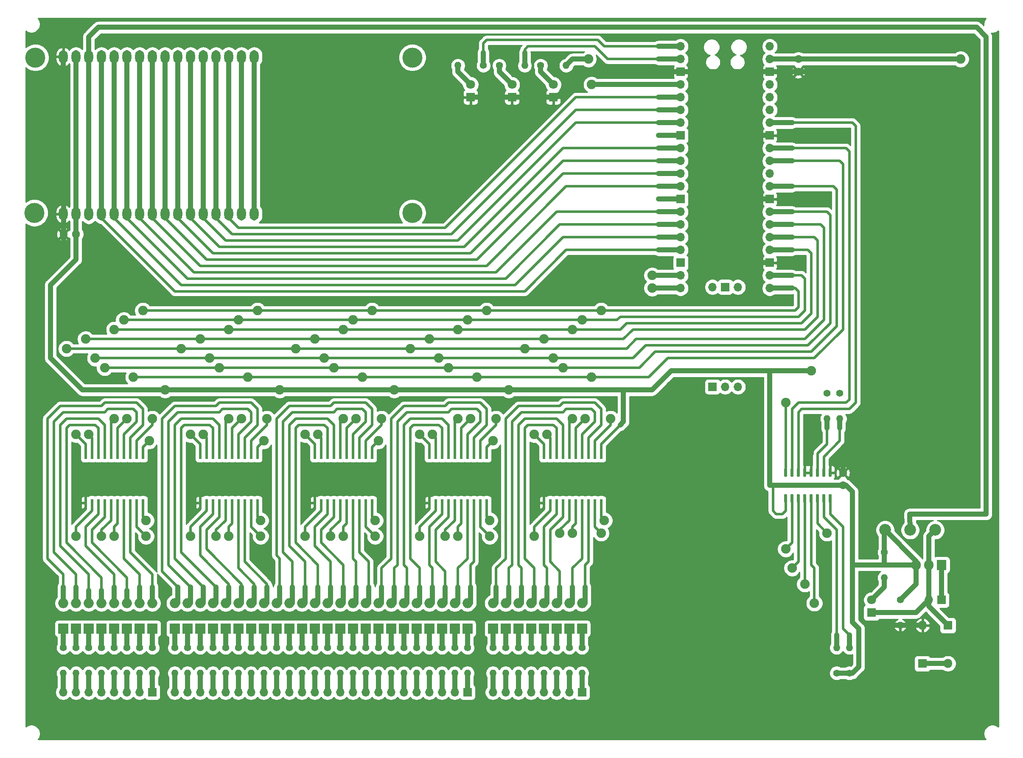
<source format=gbr>
%TF.GenerationSoftware,KiCad,Pcbnew,(5.1.10)-1*%
%TF.CreationDate,2021-08-27T16:10:24+02:00*%
%TF.ProjectId,LCD Bus Reader,4c434420-4275-4732-9052-65616465722e,rev?*%
%TF.SameCoordinates,Original*%
%TF.FileFunction,Copper,L2,Bot*%
%TF.FilePolarity,Positive*%
%FSLAX46Y46*%
G04 Gerber Fmt 4.6, Leading zero omitted, Abs format (unit mm)*
G04 Created by KiCad (PCBNEW (5.1.10)-1) date 2021-08-27 16:10:24*
%MOMM*%
%LPD*%
G01*
G04 APERTURE LIST*
%TA.AperFunction,ComponentPad*%
%ADD10O,1.400000X1.400000*%
%TD*%
%TA.AperFunction,ComponentPad*%
%ADD11C,1.400000*%
%TD*%
%TA.AperFunction,ComponentPad*%
%ADD12O,1.800000X2.600000*%
%TD*%
%TA.AperFunction,ComponentPad*%
%ADD13C,4.000000*%
%TD*%
%TA.AperFunction,ComponentPad*%
%ADD14O,2.000000X2.000000*%
%TD*%
%TA.AperFunction,ComponentPad*%
%ADD15R,2.000000X2.000000*%
%TD*%
%TA.AperFunction,ComponentPad*%
%ADD16C,1.800000*%
%TD*%
%TA.AperFunction,ComponentPad*%
%ADD17R,1.800000X1.800000*%
%TD*%
%TA.AperFunction,ComponentPad*%
%ADD18C,1.600000*%
%TD*%
%TA.AperFunction,SMDPad,CuDef*%
%ADD19R,0.600000X1.500000*%
%TD*%
%TA.AperFunction,ComponentPad*%
%ADD20O,1.700000X1.700000*%
%TD*%
%TA.AperFunction,ComponentPad*%
%ADD21R,1.700000X1.700000*%
%TD*%
%TA.AperFunction,ComponentPad*%
%ADD22O,1.905000X2.000000*%
%TD*%
%TA.AperFunction,ComponentPad*%
%ADD23R,1.905000X2.000000*%
%TD*%
%TA.AperFunction,ComponentPad*%
%ADD24O,1.800000X1.800000*%
%TD*%
%TA.AperFunction,ComponentPad*%
%ADD25C,2.340000*%
%TD*%
%TA.AperFunction,ViaPad*%
%ADD26C,1.905000*%
%TD*%
%TA.AperFunction,Conductor*%
%ADD27C,1.000000*%
%TD*%
%TA.AperFunction,Conductor*%
%ADD28C,0.500000*%
%TD*%
%TA.AperFunction,Conductor*%
%ADD29C,0.254000*%
%TD*%
%TA.AperFunction,Conductor*%
%ADD30C,0.100000*%
%TD*%
G04 APERTURE END LIST*
D10*
%TO.P,R49,2*%
%TO.N,/CE7*%
X211455000Y-97155000D03*
D11*
%TO.P,R49,1*%
%TO.N,/5V*%
X211455000Y-92075000D03*
%TD*%
D10*
%TO.P,R48,2*%
%TO.N,/CE6*%
X213360000Y-142875000D03*
D11*
%TO.P,R48,1*%
%TO.N,/5V*%
X213360000Y-147955000D03*
%TD*%
D10*
%TO.P,R47,2*%
%TO.N,/CE5*%
X210820000Y-142875000D03*
D11*
%TO.P,R47,1*%
%TO.N,/5V*%
X210820000Y-147955000D03*
%TD*%
D10*
%TO.P,R46,2*%
%TO.N,/DET3*%
X208915000Y-97155000D03*
D11*
%TO.P,R46,1*%
%TO.N,/5V*%
X208915000Y-92075000D03*
%TD*%
D12*
%TO.P,U2,5*%
%TO.N,/RW*%
X66674000Y-56285000D03*
%TO.P,U2,14*%
%TO.N,/DB7*%
X89534000Y-56285000D03*
%TO.P,U2,13*%
%TO.N,/DB6*%
X86999080Y-56287540D03*
%TO.P,U2,15*%
%TO.N,Net-(U2-Pad15)*%
X92074000Y-56285000D03*
%TO.P,U2,2*%
%TO.N,/5V*%
X59054000Y-56285000D03*
%TO.P,U2,8*%
%TO.N,/DB1*%
X74294000Y-56285000D03*
%TO.P,U2,3*%
%TO.N,/V0*%
X61594000Y-56285000D03*
%TO.P,U2,16*%
%TO.N,Net-(U2-Pad16)*%
X94619080Y-56287540D03*
%TO.P,U2,9*%
%TO.N,/DB2*%
X76834000Y-56285000D03*
%TO.P,U2,6*%
%TO.N,/E*%
X69214000Y-56285000D03*
%TO.P,U2,1*%
%TO.N,/1.6V*%
X56514000Y-56285000D03*
%TO.P,U2,4*%
%TO.N,/RS*%
X64134000Y-56285000D03*
%TO.P,U2,12*%
%TO.N,/DB5*%
X84454000Y-56285000D03*
%TO.P,U2,11*%
%TO.N,/DB4*%
X81914000Y-56285000D03*
%TO.P,U2,7*%
%TO.N,/DB0*%
X71754000Y-56285000D03*
%TO.P,U2,10*%
%TO.N,/DB3*%
X79374000Y-56285000D03*
D13*
%TO.P,U2,*%
%TO.N,*%
X50934000Y-25082000D03*
X50754000Y-56082000D03*
X126174000Y-56082000D03*
X126174000Y-25082000D03*
D12*
%TO.P,U2,16*%
%TO.N,Net-(U2-Pad16)*%
X94619080Y-24934540D03*
%TO.P,U2,15*%
%TO.N,Net-(U2-Pad15)*%
X92074000Y-24932000D03*
%TO.P,U2,14*%
%TO.N,/DB7*%
X89534000Y-24932000D03*
%TO.P,U2,13*%
%TO.N,/DB6*%
X86999080Y-24934540D03*
%TO.P,U2,12*%
%TO.N,/DB5*%
X84454000Y-24932000D03*
%TO.P,U2,11*%
%TO.N,/DB4*%
X81914000Y-24932000D03*
%TO.P,U2,10*%
%TO.N,/DB3*%
X79374000Y-24932000D03*
%TO.P,U2,9*%
%TO.N,/DB2*%
X76834000Y-24932000D03*
%TO.P,U2,8*%
%TO.N,/DB1*%
X74294000Y-24932000D03*
%TO.P,U2,7*%
%TO.N,/DB0*%
X71754000Y-24932000D03*
%TO.P,U2,6*%
%TO.N,/E*%
X69214000Y-24932000D03*
%TO.P,U2,5*%
%TO.N,/RW*%
X66674000Y-24932000D03*
%TO.P,U2,4*%
%TO.N,/RS*%
X64134000Y-24932000D03*
%TO.P,U2,3*%
%TO.N,/V0*%
X61594000Y-24932000D03*
%TO.P,U2,2*%
%TO.N,/5V*%
X59054000Y-24932000D03*
%TO.P,U2,1*%
%TO.N,/1.6V*%
X56514000Y-24932000D03*
%TD*%
D14*
%TO.P,D46,2*%
%TO.N,/P40*%
X142240000Y-133985000D03*
D15*
%TO.P,D46,1*%
%TO.N,Net-(D46-Pad1)*%
X142240000Y-139065000D03*
%TD*%
D14*
%TO.P,D45,2*%
%TO.N,/P39*%
X144780000Y-133985000D03*
D15*
%TO.P,D45,1*%
%TO.N,Net-(D45-Pad1)*%
X144780000Y-139065000D03*
%TD*%
D14*
%TO.P,D44,2*%
%TO.N,/P38*%
X147320000Y-133985000D03*
D15*
%TO.P,D44,1*%
%TO.N,Net-(D44-Pad1)*%
X147320000Y-139065000D03*
%TD*%
D14*
%TO.P,D43,2*%
%TO.N,/P37*%
X149860000Y-133985000D03*
D15*
%TO.P,D43,1*%
%TO.N,Net-(D43-Pad1)*%
X149860000Y-139065000D03*
%TD*%
D14*
%TO.P,D42,2*%
%TO.N,/P36*%
X152400000Y-133985000D03*
D15*
%TO.P,D42,1*%
%TO.N,Net-(D42-Pad1)*%
X152400000Y-139065000D03*
%TD*%
D14*
%TO.P,D41,2*%
%TO.N,/P35*%
X154940000Y-133985000D03*
D15*
%TO.P,D41,1*%
%TO.N,Net-(D41-Pad1)*%
X154940000Y-139065000D03*
%TD*%
D14*
%TO.P,D40,2*%
%TO.N,/P34*%
X157480000Y-133985000D03*
D15*
%TO.P,D40,1*%
%TO.N,Net-(D40-Pad1)*%
X157480000Y-139065000D03*
%TD*%
D14*
%TO.P,D39,2*%
%TO.N,/P33*%
X160020000Y-133985000D03*
D15*
%TO.P,D39,1*%
%TO.N,Net-(D39-Pad1)*%
X160020000Y-139065000D03*
%TD*%
D14*
%TO.P,D38,2*%
%TO.N,/P32*%
X56515000Y-133985000D03*
D15*
%TO.P,D38,1*%
%TO.N,Net-(D38-Pad1)*%
X56515000Y-139065000D03*
%TD*%
D14*
%TO.P,D37,2*%
%TO.N,/P31*%
X59055000Y-133985000D03*
D15*
%TO.P,D37,1*%
%TO.N,Net-(D37-Pad1)*%
X59055000Y-139065000D03*
%TD*%
D14*
%TO.P,D36,2*%
%TO.N,/P30*%
X61595000Y-133985000D03*
D15*
%TO.P,D36,1*%
%TO.N,Net-(D36-Pad1)*%
X61595000Y-139065000D03*
%TD*%
D14*
%TO.P,D35,2*%
%TO.N,/P29*%
X64135000Y-133985000D03*
D15*
%TO.P,D35,1*%
%TO.N,Net-(D35-Pad1)*%
X64135000Y-139065000D03*
%TD*%
D14*
%TO.P,D34,2*%
%TO.N,/P28*%
X66675000Y-133985000D03*
D15*
%TO.P,D34,1*%
%TO.N,Net-(D34-Pad1)*%
X66675000Y-139065000D03*
%TD*%
D14*
%TO.P,D33,2*%
%TO.N,/P27*%
X69215000Y-133985000D03*
D15*
%TO.P,D33,1*%
%TO.N,Net-(D33-Pad1)*%
X69215000Y-139065000D03*
%TD*%
D14*
%TO.P,D32,2*%
%TO.N,/P26*%
X71755000Y-133985000D03*
D15*
%TO.P,D32,1*%
%TO.N,Net-(D32-Pad1)*%
X71755000Y-139065000D03*
%TD*%
D14*
%TO.P,D31,2*%
%TO.N,/P25*%
X74295000Y-133985000D03*
D15*
%TO.P,D31,1*%
%TO.N,Net-(D31-Pad1)*%
X74295000Y-139065000D03*
%TD*%
D14*
%TO.P,D30,2*%
%TO.N,/P24*%
X78740000Y-133985000D03*
D15*
%TO.P,D30,1*%
%TO.N,Net-(D30-Pad1)*%
X78740000Y-139065000D03*
%TD*%
D14*
%TO.P,D29,2*%
%TO.N,/P23*%
X81280000Y-133985000D03*
D15*
%TO.P,D29,1*%
%TO.N,Net-(D29-Pad1)*%
X81280000Y-139065000D03*
%TD*%
D14*
%TO.P,D28,2*%
%TO.N,/P22*%
X83820000Y-133985000D03*
D15*
%TO.P,D28,1*%
%TO.N,Net-(D28-Pad1)*%
X83820000Y-139065000D03*
%TD*%
D14*
%TO.P,D27,2*%
%TO.N,/P21*%
X86360000Y-133985000D03*
D15*
%TO.P,D27,1*%
%TO.N,Net-(D27-Pad1)*%
X86360000Y-139065000D03*
%TD*%
D14*
%TO.P,D26,2*%
%TO.N,/P20*%
X88900000Y-133985000D03*
D15*
%TO.P,D26,1*%
%TO.N,Net-(D26-Pad1)*%
X88900000Y-139065000D03*
%TD*%
D14*
%TO.P,D25,2*%
%TO.N,/P19*%
X91440000Y-133985000D03*
D15*
%TO.P,D25,1*%
%TO.N,Net-(D25-Pad1)*%
X91440000Y-139065000D03*
%TD*%
D14*
%TO.P,D24,2*%
%TO.N,/P18*%
X93980000Y-133985000D03*
D15*
%TO.P,D24,1*%
%TO.N,Net-(D24-Pad1)*%
X93980000Y-139065000D03*
%TD*%
D14*
%TO.P,D23,2*%
%TO.N,/P17*%
X96520000Y-133985000D03*
D15*
%TO.P,D23,1*%
%TO.N,Net-(D23-Pad1)*%
X96520000Y-139065000D03*
%TD*%
D14*
%TO.P,D22,2*%
%TO.N,/P16*%
X99060000Y-133985000D03*
D15*
%TO.P,D22,1*%
%TO.N,Net-(D22-Pad1)*%
X99060000Y-139065000D03*
%TD*%
D14*
%TO.P,D21,2*%
%TO.N,/P15*%
X101600000Y-133985000D03*
D15*
%TO.P,D21,1*%
%TO.N,Net-(D21-Pad1)*%
X101600000Y-139065000D03*
%TD*%
D14*
%TO.P,D20,2*%
%TO.N,/P14*%
X104140000Y-133985000D03*
D15*
%TO.P,D20,1*%
%TO.N,Net-(D20-Pad1)*%
X104140000Y-139065000D03*
%TD*%
D14*
%TO.P,D19,2*%
%TO.N,/P13*%
X106680000Y-133985000D03*
D15*
%TO.P,D19,1*%
%TO.N,Net-(D19-Pad1)*%
X106680000Y-139065000D03*
%TD*%
D14*
%TO.P,D18,2*%
%TO.N,/P12*%
X109220000Y-133985000D03*
D15*
%TO.P,D18,1*%
%TO.N,Net-(D18-Pad1)*%
X109220000Y-139065000D03*
%TD*%
D14*
%TO.P,D17,2*%
%TO.N,/P11*%
X111760000Y-133985000D03*
D15*
%TO.P,D17,1*%
%TO.N,Net-(D17-Pad1)*%
X111760000Y-139065000D03*
%TD*%
D14*
%TO.P,D16,2*%
%TO.N,/P10*%
X114300000Y-133985000D03*
D15*
%TO.P,D16,1*%
%TO.N,Net-(D16-Pad1)*%
X114300000Y-139065000D03*
%TD*%
D14*
%TO.P,D15,2*%
%TO.N,/P9*%
X116840000Y-133985000D03*
D15*
%TO.P,D15,1*%
%TO.N,Net-(D15-Pad1)*%
X116840000Y-139065000D03*
%TD*%
D14*
%TO.P,D14,2*%
%TO.N,/P8*%
X119380000Y-133985000D03*
D15*
%TO.P,D14,1*%
%TO.N,Net-(D14-Pad1)*%
X119380000Y-139065000D03*
%TD*%
D14*
%TO.P,D13,2*%
%TO.N,/P7*%
X121920000Y-133985000D03*
D15*
%TO.P,D13,1*%
%TO.N,Net-(D13-Pad1)*%
X121920000Y-139065000D03*
%TD*%
D14*
%TO.P,D12,2*%
%TO.N,/P6*%
X124460000Y-133985000D03*
D15*
%TO.P,D12,1*%
%TO.N,Net-(D12-Pad1)*%
X124460000Y-139065000D03*
%TD*%
D14*
%TO.P,D11,2*%
%TO.N,/P5*%
X127000000Y-133985000D03*
D15*
%TO.P,D11,1*%
%TO.N,Net-(D11-Pad1)*%
X127000000Y-139065000D03*
%TD*%
D14*
%TO.P,D10,2*%
%TO.N,/P4*%
X129540000Y-133985000D03*
D15*
%TO.P,D10,1*%
%TO.N,Net-(D10-Pad1)*%
X129540000Y-139065000D03*
%TD*%
D14*
%TO.P,D9,2*%
%TO.N,/P3*%
X132080000Y-133985000D03*
D15*
%TO.P,D9,1*%
%TO.N,Net-(D9-Pad1)*%
X132080000Y-139065000D03*
%TD*%
D14*
%TO.P,D8,2*%
%TO.N,/P2*%
X134620000Y-133985000D03*
D15*
%TO.P,D8,1*%
%TO.N,Net-(D8-Pad1)*%
X134620000Y-139065000D03*
%TD*%
D14*
%TO.P,D7,2*%
%TO.N,/P1*%
X137160000Y-133985000D03*
D15*
%TO.P,D7,1*%
%TO.N,Net-(D7-Pad1)*%
X137160000Y-139065000D03*
%TD*%
D10*
%TO.P,R45,2*%
%TO.N,Net-(D6-Pad2)*%
X135255000Y-26670000D03*
D11*
%TO.P,R45,1*%
%TO.N,Net-(R45-Pad1)*%
X140335000Y-26670000D03*
%TD*%
D10*
%TO.P,R44,2*%
%TO.N,Net-(R44-Pad2)*%
X148590000Y-26670000D03*
D11*
%TO.P,R44,1*%
%TO.N,Net-(D5-Pad2)*%
X143510000Y-26670000D03*
%TD*%
D10*
%TO.P,R43,2*%
%TO.N,Net-(R43-Pad2)*%
X156845000Y-26670000D03*
D11*
%TO.P,R43,1*%
%TO.N,Net-(D4-Pad2)*%
X151765000Y-26670000D03*
%TD*%
D16*
%TO.P,D6,2*%
%TO.N,Net-(D6-Pad2)*%
X137795000Y-30480000D03*
D17*
%TO.P,D6,1*%
%TO.N,/1.6V*%
X137795000Y-33020000D03*
%TD*%
D16*
%TO.P,D5,2*%
%TO.N,Net-(D5-Pad2)*%
X146050000Y-30480000D03*
D17*
%TO.P,D5,1*%
%TO.N,/1.6V*%
X146050000Y-33020000D03*
%TD*%
D16*
%TO.P,D4,2*%
%TO.N,Net-(D4-Pad2)*%
X154305000Y-30480000D03*
D17*
%TO.P,D4,1*%
%TO.N,/1.6V*%
X154305000Y-33020000D03*
%TD*%
D18*
%TO.P,C1,2*%
%TO.N,/1.6V*%
X56555000Y-60325000D03*
%TO.P,C1,1*%
%TO.N,/5V*%
X59055000Y-60325000D03*
%TD*%
D19*
%TO.P,U9,20*%
%TO.N,/5V*%
X163830000Y-104470000D03*
%TO.P,U9,19*%
%TO.N,/L7*%
X162560000Y-104470000D03*
%TO.P,U9,18*%
%TO.N,/P40*%
X161290000Y-104470000D03*
%TO.P,U9,17*%
%TO.N,/P39*%
X160020000Y-104470000D03*
%TO.P,U9,16*%
%TO.N,/L6*%
X158750000Y-104470000D03*
%TO.P,U9,15*%
%TO.N,/L5*%
X157480000Y-104470000D03*
%TO.P,U9,14*%
%TO.N,/P38*%
X156210000Y-104470000D03*
%TO.P,U9,13*%
%TO.N,/P37*%
X154940000Y-104470000D03*
%TO.P,U9,12*%
%TO.N,/L4*%
X153670000Y-104470000D03*
%TO.P,U9,11*%
%TO.N,/LE*%
X152400000Y-104470000D03*
%TO.P,U9,10*%
%TO.N,/1.6V*%
X152400000Y-113970000D03*
%TO.P,U9,9*%
%TO.N,/L3*%
X153670000Y-113970000D03*
%TO.P,U9,8*%
%TO.N,/P36*%
X154940000Y-113970000D03*
%TO.P,U9,7*%
%TO.N,/P35*%
X156210000Y-113970000D03*
%TO.P,U9,1*%
%TO.N,/CE4*%
X163830000Y-113970000D03*
%TO.P,U9,2*%
%TO.N,/L0*%
X162560000Y-113970000D03*
%TO.P,U9,3*%
%TO.N,/P33*%
X161290000Y-113970000D03*
%TO.P,U9,4*%
%TO.N,/P34*%
X160020000Y-113970000D03*
%TO.P,U9,5*%
%TO.N,/L1*%
X158750000Y-113970000D03*
%TO.P,U9,6*%
%TO.N,/L2*%
X157480000Y-113970000D03*
%TD*%
D10*
%TO.P,R42,2*%
%TO.N,Net-(J5-Pad8)*%
X142240000Y-147955000D03*
D11*
%TO.P,R42,1*%
%TO.N,Net-(D46-Pad1)*%
X142240000Y-142875000D03*
%TD*%
D10*
%TO.P,R41,2*%
%TO.N,Net-(J5-Pad7)*%
X144780000Y-147955000D03*
D11*
%TO.P,R41,1*%
%TO.N,Net-(D45-Pad1)*%
X144780000Y-142875000D03*
%TD*%
D10*
%TO.P,R40,2*%
%TO.N,Net-(J5-Pad6)*%
X147320000Y-147955000D03*
D11*
%TO.P,R40,1*%
%TO.N,Net-(D44-Pad1)*%
X147320000Y-142875000D03*
%TD*%
D10*
%TO.P,R39,2*%
%TO.N,Net-(J5-Pad5)*%
X149860000Y-147955000D03*
D11*
%TO.P,R39,1*%
%TO.N,Net-(D43-Pad1)*%
X149860000Y-142875000D03*
%TD*%
D10*
%TO.P,R38,2*%
%TO.N,Net-(J5-Pad4)*%
X152400000Y-147955000D03*
D11*
%TO.P,R38,1*%
%TO.N,Net-(D42-Pad1)*%
X152400000Y-142875000D03*
%TD*%
D10*
%TO.P,R37,2*%
%TO.N,Net-(J5-Pad3)*%
X154940000Y-147955000D03*
D11*
%TO.P,R37,1*%
%TO.N,Net-(D41-Pad1)*%
X154940000Y-142875000D03*
%TD*%
D10*
%TO.P,R36,2*%
%TO.N,Net-(J5-Pad2)*%
X157480000Y-147955000D03*
D11*
%TO.P,R36,1*%
%TO.N,Net-(D40-Pad1)*%
X157480000Y-142875000D03*
%TD*%
D10*
%TO.P,R35,2*%
%TO.N,Net-(J5-Pad1)*%
X160020000Y-147955000D03*
D11*
%TO.P,R35,1*%
%TO.N,Net-(D39-Pad1)*%
X160020000Y-142875000D03*
%TD*%
D20*
%TO.P,J5,8*%
%TO.N,Net-(J5-Pad8)*%
X142240000Y-151765000D03*
%TO.P,J5,7*%
%TO.N,Net-(J5-Pad7)*%
X144780000Y-151765000D03*
%TO.P,J5,6*%
%TO.N,Net-(J5-Pad6)*%
X147320000Y-151765000D03*
%TO.P,J5,5*%
%TO.N,Net-(J5-Pad5)*%
X149860000Y-151765000D03*
%TO.P,J5,4*%
%TO.N,Net-(J5-Pad4)*%
X152400000Y-151765000D03*
%TO.P,J5,3*%
%TO.N,Net-(J5-Pad3)*%
X154940000Y-151765000D03*
%TO.P,J5,2*%
%TO.N,Net-(J5-Pad2)*%
X157480000Y-151765000D03*
D21*
%TO.P,J5,1*%
%TO.N,Net-(J5-Pad1)*%
X160020000Y-151765000D03*
%TD*%
D20*
%TO.P,J4,8*%
%TO.N,Net-(J4-Pad8)*%
X56515000Y-151765000D03*
%TO.P,J4,7*%
%TO.N,Net-(J4-Pad7)*%
X59055000Y-151765000D03*
%TO.P,J4,6*%
%TO.N,Net-(J4-Pad6)*%
X61595000Y-151765000D03*
%TO.P,J4,5*%
%TO.N,Net-(J4-Pad5)*%
X64135000Y-151765000D03*
%TO.P,J4,4*%
%TO.N,Net-(J4-Pad4)*%
X66675000Y-151765000D03*
%TO.P,J4,3*%
%TO.N,Net-(J4-Pad3)*%
X69215000Y-151765000D03*
%TO.P,J4,2*%
%TO.N,Net-(J4-Pad2)*%
X71755000Y-151765000D03*
D21*
%TO.P,J4,1*%
%TO.N,Net-(J4-Pad1)*%
X74295000Y-151765000D03*
%TD*%
D20*
%TO.P,J3,3*%
%TO.N,Net-(J3-Pad3)*%
X191135000Y-90805000D03*
%TO.P,J3,2*%
%TO.N,Net-(J3-Pad2)*%
X188595000Y-90805000D03*
D21*
%TO.P,J3,1*%
%TO.N,Net-(J3-Pad1)*%
X186055000Y-90805000D03*
%TD*%
D20*
%TO.P,J2,24*%
%TO.N,Net-(J2-Pad24)*%
X78740000Y-151765000D03*
%TO.P,J2,23*%
%TO.N,Net-(J2-Pad23)*%
X81280000Y-151765000D03*
%TO.P,J2,22*%
%TO.N,Net-(J2-Pad22)*%
X83820000Y-151765000D03*
%TO.P,J2,21*%
%TO.N,Net-(J2-Pad21)*%
X86360000Y-151765000D03*
%TO.P,J2,20*%
%TO.N,Net-(J2-Pad20)*%
X88900000Y-151765000D03*
%TO.P,J2,19*%
%TO.N,Net-(J2-Pad19)*%
X91440000Y-151765000D03*
%TO.P,J2,18*%
%TO.N,Net-(J2-Pad18)*%
X93980000Y-151765000D03*
%TO.P,J2,17*%
%TO.N,Net-(J2-Pad17)*%
X96520000Y-151765000D03*
%TO.P,J2,16*%
%TO.N,Net-(J2-Pad16)*%
X99060000Y-151765000D03*
%TO.P,J2,15*%
%TO.N,Net-(J2-Pad15)*%
X101600000Y-151765000D03*
%TO.P,J2,14*%
%TO.N,Net-(J2-Pad14)*%
X104140000Y-151765000D03*
%TO.P,J2,13*%
%TO.N,Net-(J2-Pad13)*%
X106680000Y-151765000D03*
%TO.P,J2,12*%
%TO.N,Net-(J2-Pad12)*%
X109220000Y-151765000D03*
%TO.P,J2,11*%
%TO.N,Net-(J2-Pad11)*%
X111760000Y-151765000D03*
%TO.P,J2,10*%
%TO.N,Net-(J2-Pad10)*%
X114300000Y-151765000D03*
%TO.P,J2,9*%
%TO.N,Net-(J2-Pad9)*%
X116840000Y-151765000D03*
%TO.P,J2,8*%
%TO.N,Net-(J2-Pad8)*%
X119380000Y-151765000D03*
%TO.P,J2,7*%
%TO.N,Net-(J2-Pad7)*%
X121920000Y-151765000D03*
%TO.P,J2,6*%
%TO.N,Net-(J2-Pad6)*%
X124460000Y-151765000D03*
%TO.P,J2,5*%
%TO.N,Net-(J2-Pad5)*%
X127000000Y-151765000D03*
%TO.P,J2,4*%
%TO.N,Net-(J2-Pad4)*%
X129540000Y-151765000D03*
%TO.P,J2,3*%
%TO.N,Net-(J2-Pad3)*%
X132080000Y-151765000D03*
%TO.P,J2,2*%
%TO.N,Net-(J2-Pad2)*%
X134620000Y-151765000D03*
D21*
%TO.P,J2,1*%
%TO.N,Net-(J2-Pad1)*%
X137160000Y-151765000D03*
%TD*%
D20*
%TO.P,U1,43*%
%TO.N,Net-(J3-Pad3)*%
X191135000Y-70890000D03*
D21*
%TO.P,U1,42*%
%TO.N,Net-(J3-Pad2)*%
X188595000Y-70890000D03*
D20*
%TO.P,U1,41*%
%TO.N,Net-(J3-Pad1)*%
X186055000Y-70890000D03*
%TO.P,U1,40*%
%TO.N,Net-(U1-Pad40)*%
X197485000Y-22860000D03*
%TO.P,U1,39*%
%TO.N,/5V*%
X197485000Y-25400000D03*
D21*
%TO.P,U1,38*%
%TO.N,/1.6V*%
X197485000Y-27940000D03*
D20*
%TO.P,U1,37*%
%TO.N,Net-(U1-Pad37)*%
X197485000Y-30480000D03*
%TO.P,U1,36*%
%TO.N,Net-(U1-Pad36)*%
X197485000Y-33020000D03*
%TO.P,U1,35*%
%TO.N,Net-(U1-Pad35)*%
X197485000Y-35560000D03*
%TO.P,U1,34*%
%TO.N,/CS2*%
X197485000Y-38100000D03*
D21*
%TO.P,U1,33*%
%TO.N,/1.6V*%
X197485000Y-40640000D03*
D20*
%TO.P,U1,32*%
%TO.N,/CS1*%
X197485000Y-43180000D03*
%TO.P,U1,31*%
%TO.N,/L0*%
X197485000Y-45720000D03*
%TO.P,U1,30*%
%TO.N,Net-(U1-Pad30)*%
X197485000Y-48260000D03*
%TO.P,U1,29*%
%TO.N,/L1*%
X197485000Y-50800000D03*
D21*
%TO.P,U1,28*%
%TO.N,/1.6V*%
X197485000Y-53340000D03*
D20*
%TO.P,U1,27*%
%TO.N,/L2*%
X197485000Y-55880000D03*
%TO.P,U1,26*%
%TO.N,/L3*%
X197485000Y-58420000D03*
%TO.P,U1,25*%
%TO.N,/L4*%
X197485000Y-60960000D03*
%TO.P,U1,24*%
%TO.N,/L5*%
X197485000Y-63500000D03*
D21*
%TO.P,U1,23*%
%TO.N,/1.6V*%
X197485000Y-66040000D03*
D20*
%TO.P,U1,22*%
%TO.N,/L6*%
X197485000Y-68580000D03*
%TO.P,U1,21*%
%TO.N,/L7*%
X197485000Y-71120000D03*
%TO.P,U1,20*%
%TO.N,/CS0*%
X179705000Y-71120000D03*
%TO.P,U1,19*%
%TO.N,/LE*%
X179705000Y-68580000D03*
D21*
%TO.P,U1,18*%
%TO.N,Net-(U1-Pad18)*%
X179705000Y-66040000D03*
D20*
%TO.P,U1,17*%
%TO.N,/RS*%
X179705000Y-63500000D03*
%TO.P,U1,16*%
%TO.N,/RW*%
X179705000Y-60960000D03*
%TO.P,U1,15*%
%TO.N,/E*%
X179705000Y-58420000D03*
%TO.P,U1,14*%
%TO.N,/DB0*%
X179705000Y-55880000D03*
D21*
%TO.P,U1,13*%
%TO.N,Net-(U1-Pad13)*%
X179705000Y-53340000D03*
D20*
%TO.P,U1,12*%
%TO.N,/DB1*%
X179705000Y-50800000D03*
%TO.P,U1,11*%
%TO.N,/DB2*%
X179705000Y-48260000D03*
%TO.P,U1,10*%
%TO.N,/DB3*%
X179705000Y-45720000D03*
%TO.P,U1,9*%
%TO.N,/DB4*%
X179705000Y-43180000D03*
D21*
%TO.P,U1,8*%
%TO.N,Net-(U1-Pad8)*%
X179705000Y-40640000D03*
D20*
%TO.P,U1,7*%
%TO.N,/DB5*%
X179705000Y-38100000D03*
%TO.P,U1,6*%
%TO.N,/DB6*%
X179705000Y-35560000D03*
%TO.P,U1,5*%
%TO.N,/DB7*%
X179705000Y-33020000D03*
%TO.P,U1,4*%
%TO.N,Net-(R43-Pad2)*%
X179705000Y-30480000D03*
D21*
%TO.P,U1,3*%
%TO.N,/1.6V*%
X179705000Y-27940000D03*
D20*
%TO.P,U1,2*%
%TO.N,Net-(R44-Pad2)*%
X179705000Y-25400000D03*
%TO.P,U1,1*%
%TO.N,Net-(R45-Pad1)*%
X179705000Y-22860000D03*
%TD*%
D19*
%TO.P,U8,20*%
%TO.N,/5V*%
X72390000Y-104470000D03*
%TO.P,U8,19*%
%TO.N,/L7*%
X71120000Y-104470000D03*
%TO.P,U8,18*%
%TO.N,/P32*%
X69850000Y-104470000D03*
%TO.P,U8,17*%
%TO.N,/P31*%
X68580000Y-104470000D03*
%TO.P,U8,16*%
%TO.N,/L6*%
X67310000Y-104470000D03*
%TO.P,U8,15*%
%TO.N,/L5*%
X66040000Y-104470000D03*
%TO.P,U8,14*%
%TO.N,/P30*%
X64770000Y-104470000D03*
%TO.P,U8,13*%
%TO.N,/P29*%
X63500000Y-104470000D03*
%TO.P,U8,12*%
%TO.N,/L4*%
X62230000Y-104470000D03*
%TO.P,U8,11*%
%TO.N,/LE*%
X60960000Y-104470000D03*
%TO.P,U8,10*%
%TO.N,/1.6V*%
X60960000Y-113970000D03*
%TO.P,U8,9*%
%TO.N,/L3*%
X62230000Y-113970000D03*
%TO.P,U8,8*%
%TO.N,/P28*%
X63500000Y-113970000D03*
%TO.P,U8,7*%
%TO.N,/P27*%
X64770000Y-113970000D03*
%TO.P,U8,1*%
%TO.N,/CE3*%
X72390000Y-113970000D03*
%TO.P,U8,2*%
%TO.N,/L0*%
X71120000Y-113970000D03*
%TO.P,U8,3*%
%TO.N,/P25*%
X69850000Y-113970000D03*
%TO.P,U8,4*%
%TO.N,/P26*%
X68580000Y-113970000D03*
%TO.P,U8,5*%
%TO.N,/L1*%
X67310000Y-113970000D03*
%TO.P,U8,6*%
%TO.N,/L2*%
X66040000Y-113970000D03*
%TD*%
%TO.P,U7,20*%
%TO.N,/5V*%
X95250000Y-104470000D03*
%TO.P,U7,19*%
%TO.N,/L7*%
X93980000Y-104470000D03*
%TO.P,U7,18*%
%TO.N,/P24*%
X92710000Y-104470000D03*
%TO.P,U7,17*%
%TO.N,/P23*%
X91440000Y-104470000D03*
%TO.P,U7,16*%
%TO.N,/L6*%
X90170000Y-104470000D03*
%TO.P,U7,15*%
%TO.N,/L5*%
X88900000Y-104470000D03*
%TO.P,U7,14*%
%TO.N,/P22*%
X87630000Y-104470000D03*
%TO.P,U7,13*%
%TO.N,/P21*%
X86360000Y-104470000D03*
%TO.P,U7,12*%
%TO.N,/L4*%
X85090000Y-104470000D03*
%TO.P,U7,11*%
%TO.N,/LE*%
X83820000Y-104470000D03*
%TO.P,U7,10*%
%TO.N,/1.6V*%
X83820000Y-113970000D03*
%TO.P,U7,9*%
%TO.N,/L3*%
X85090000Y-113970000D03*
%TO.P,U7,8*%
%TO.N,/P20*%
X86360000Y-113970000D03*
%TO.P,U7,7*%
%TO.N,/P19*%
X87630000Y-113970000D03*
%TO.P,U7,1*%
%TO.N,/CE2*%
X95250000Y-113970000D03*
%TO.P,U7,2*%
%TO.N,/L0*%
X93980000Y-113970000D03*
%TO.P,U7,3*%
%TO.N,/P17*%
X92710000Y-113970000D03*
%TO.P,U7,4*%
%TO.N,/P18*%
X91440000Y-113970000D03*
%TO.P,U7,5*%
%TO.N,/L1*%
X90170000Y-113970000D03*
%TO.P,U7,6*%
%TO.N,/L2*%
X88900000Y-113970000D03*
%TD*%
%TO.P,U6,20*%
%TO.N,/5V*%
X140970000Y-104470000D03*
%TO.P,U6,19*%
%TO.N,/L7*%
X139700000Y-104470000D03*
%TO.P,U6,18*%
%TO.N,/P8*%
X138430000Y-104470000D03*
%TO.P,U6,17*%
%TO.N,/P7*%
X137160000Y-104470000D03*
%TO.P,U6,16*%
%TO.N,/L6*%
X135890000Y-104470000D03*
%TO.P,U6,15*%
%TO.N,/L5*%
X134620000Y-104470000D03*
%TO.P,U6,14*%
%TO.N,/P6*%
X133350000Y-104470000D03*
%TO.P,U6,13*%
%TO.N,/P5*%
X132080000Y-104470000D03*
%TO.P,U6,12*%
%TO.N,/L4*%
X130810000Y-104470000D03*
%TO.P,U6,11*%
%TO.N,/LE*%
X129540000Y-104470000D03*
%TO.P,U6,10*%
%TO.N,/1.6V*%
X129540000Y-113970000D03*
%TO.P,U6,9*%
%TO.N,/L3*%
X130810000Y-113970000D03*
%TO.P,U6,8*%
%TO.N,/P4*%
X132080000Y-113970000D03*
%TO.P,U6,7*%
%TO.N,/P3*%
X133350000Y-113970000D03*
%TO.P,U6,1*%
%TO.N,/CE0*%
X140970000Y-113970000D03*
%TO.P,U6,2*%
%TO.N,/L0*%
X139700000Y-113970000D03*
%TO.P,U6,3*%
%TO.N,/P1*%
X138430000Y-113970000D03*
%TO.P,U6,4*%
%TO.N,/P2*%
X137160000Y-113970000D03*
%TO.P,U6,5*%
%TO.N,/L1*%
X135890000Y-113970000D03*
%TO.P,U6,6*%
%TO.N,/L2*%
X134620000Y-113970000D03*
%TD*%
%TO.P,U5,16*%
%TO.N,/5V*%
%TA.AperFunction,SMDPad,CuDef*%
G36*
G01*
X200510000Y-112190000D02*
X200810000Y-112190000D01*
G75*
G02*
X200960000Y-112340000I0J-150000D01*
G01*
X200960000Y-113790000D01*
G75*
G02*
X200810000Y-113940000I-150000J0D01*
G01*
X200510000Y-113940000D01*
G75*
G02*
X200360000Y-113790000I0J150000D01*
G01*
X200360000Y-112340000D01*
G75*
G02*
X200510000Y-112190000I150000J0D01*
G01*
G37*
%TD.AperFunction*%
%TO.P,U5,15*%
%TO.N,/CE0*%
%TA.AperFunction,SMDPad,CuDef*%
G36*
G01*
X201780000Y-112190000D02*
X202080000Y-112190000D01*
G75*
G02*
X202230000Y-112340000I0J-150000D01*
G01*
X202230000Y-113790000D01*
G75*
G02*
X202080000Y-113940000I-150000J0D01*
G01*
X201780000Y-113940000D01*
G75*
G02*
X201630000Y-113790000I0J150000D01*
G01*
X201630000Y-112340000D01*
G75*
G02*
X201780000Y-112190000I150000J0D01*
G01*
G37*
%TD.AperFunction*%
%TO.P,U5,14*%
%TO.N,/CE1*%
%TA.AperFunction,SMDPad,CuDef*%
G36*
G01*
X203050000Y-112190000D02*
X203350000Y-112190000D01*
G75*
G02*
X203500000Y-112340000I0J-150000D01*
G01*
X203500000Y-113790000D01*
G75*
G02*
X203350000Y-113940000I-150000J0D01*
G01*
X203050000Y-113940000D01*
G75*
G02*
X202900000Y-113790000I0J150000D01*
G01*
X202900000Y-112340000D01*
G75*
G02*
X203050000Y-112190000I150000J0D01*
G01*
G37*
%TD.AperFunction*%
%TO.P,U5,13*%
%TO.N,/CE2*%
%TA.AperFunction,SMDPad,CuDef*%
G36*
G01*
X204320000Y-112190000D02*
X204620000Y-112190000D01*
G75*
G02*
X204770000Y-112340000I0J-150000D01*
G01*
X204770000Y-113790000D01*
G75*
G02*
X204620000Y-113940000I-150000J0D01*
G01*
X204320000Y-113940000D01*
G75*
G02*
X204170000Y-113790000I0J150000D01*
G01*
X204170000Y-112340000D01*
G75*
G02*
X204320000Y-112190000I150000J0D01*
G01*
G37*
%TD.AperFunction*%
%TO.P,U5,12*%
%TO.N,/CE3*%
%TA.AperFunction,SMDPad,CuDef*%
G36*
G01*
X205590000Y-112190000D02*
X205890000Y-112190000D01*
G75*
G02*
X206040000Y-112340000I0J-150000D01*
G01*
X206040000Y-113790000D01*
G75*
G02*
X205890000Y-113940000I-150000J0D01*
G01*
X205590000Y-113940000D01*
G75*
G02*
X205440000Y-113790000I0J150000D01*
G01*
X205440000Y-112340000D01*
G75*
G02*
X205590000Y-112190000I150000J0D01*
G01*
G37*
%TD.AperFunction*%
%TO.P,U5,11*%
%TO.N,/CE4*%
%TA.AperFunction,SMDPad,CuDef*%
G36*
G01*
X206860000Y-112190000D02*
X207160000Y-112190000D01*
G75*
G02*
X207310000Y-112340000I0J-150000D01*
G01*
X207310000Y-113790000D01*
G75*
G02*
X207160000Y-113940000I-150000J0D01*
G01*
X206860000Y-113940000D01*
G75*
G02*
X206710000Y-113790000I0J150000D01*
G01*
X206710000Y-112340000D01*
G75*
G02*
X206860000Y-112190000I150000J0D01*
G01*
G37*
%TD.AperFunction*%
%TO.P,U5,10*%
%TO.N,/CE5*%
%TA.AperFunction,SMDPad,CuDef*%
G36*
G01*
X208130000Y-112190000D02*
X208430000Y-112190000D01*
G75*
G02*
X208580000Y-112340000I0J-150000D01*
G01*
X208580000Y-113790000D01*
G75*
G02*
X208430000Y-113940000I-150000J0D01*
G01*
X208130000Y-113940000D01*
G75*
G02*
X207980000Y-113790000I0J150000D01*
G01*
X207980000Y-112340000D01*
G75*
G02*
X208130000Y-112190000I150000J0D01*
G01*
G37*
%TD.AperFunction*%
%TO.P,U5,9*%
%TO.N,/CE6*%
%TA.AperFunction,SMDPad,CuDef*%
G36*
G01*
X209400000Y-112190000D02*
X209700000Y-112190000D01*
G75*
G02*
X209850000Y-112340000I0J-150000D01*
G01*
X209850000Y-113790000D01*
G75*
G02*
X209700000Y-113940000I-150000J0D01*
G01*
X209400000Y-113940000D01*
G75*
G02*
X209250000Y-113790000I0J150000D01*
G01*
X209250000Y-112340000D01*
G75*
G02*
X209400000Y-112190000I150000J0D01*
G01*
G37*
%TD.AperFunction*%
%TO.P,U5,8*%
%TO.N,/1.6V*%
%TA.AperFunction,SMDPad,CuDef*%
G36*
G01*
X209400000Y-107040000D02*
X209700000Y-107040000D01*
G75*
G02*
X209850000Y-107190000I0J-150000D01*
G01*
X209850000Y-108640000D01*
G75*
G02*
X209700000Y-108790000I-150000J0D01*
G01*
X209400000Y-108790000D01*
G75*
G02*
X209250000Y-108640000I0J150000D01*
G01*
X209250000Y-107190000D01*
G75*
G02*
X209400000Y-107040000I150000J0D01*
G01*
G37*
%TD.AperFunction*%
%TO.P,U5,7*%
%TO.N,/CE7*%
%TA.AperFunction,SMDPad,CuDef*%
G36*
G01*
X208130000Y-107040000D02*
X208430000Y-107040000D01*
G75*
G02*
X208580000Y-107190000I0J-150000D01*
G01*
X208580000Y-108640000D01*
G75*
G02*
X208430000Y-108790000I-150000J0D01*
G01*
X208130000Y-108790000D01*
G75*
G02*
X207980000Y-108640000I0J150000D01*
G01*
X207980000Y-107190000D01*
G75*
G02*
X208130000Y-107040000I150000J0D01*
G01*
G37*
%TD.AperFunction*%
%TO.P,U5,6*%
%TO.N,/DET3*%
%TA.AperFunction,SMDPad,CuDef*%
G36*
G01*
X206860000Y-107040000D02*
X207160000Y-107040000D01*
G75*
G02*
X207310000Y-107190000I0J-150000D01*
G01*
X207310000Y-108640000D01*
G75*
G02*
X207160000Y-108790000I-150000J0D01*
G01*
X206860000Y-108790000D01*
G75*
G02*
X206710000Y-108640000I0J150000D01*
G01*
X206710000Y-107190000D01*
G75*
G02*
X206860000Y-107040000I150000J0D01*
G01*
G37*
%TD.AperFunction*%
%TO.P,U5,5*%
%TO.N,/1.6V*%
%TA.AperFunction,SMDPad,CuDef*%
G36*
G01*
X205590000Y-107040000D02*
X205890000Y-107040000D01*
G75*
G02*
X206040000Y-107190000I0J-150000D01*
G01*
X206040000Y-108640000D01*
G75*
G02*
X205890000Y-108790000I-150000J0D01*
G01*
X205590000Y-108790000D01*
G75*
G02*
X205440000Y-108640000I0J150000D01*
G01*
X205440000Y-107190000D01*
G75*
G02*
X205590000Y-107040000I150000J0D01*
G01*
G37*
%TD.AperFunction*%
%TO.P,U5,4*%
%TA.AperFunction,SMDPad,CuDef*%
G36*
G01*
X204320000Y-107040000D02*
X204620000Y-107040000D01*
G75*
G02*
X204770000Y-107190000I0J-150000D01*
G01*
X204770000Y-108640000D01*
G75*
G02*
X204620000Y-108790000I-150000J0D01*
G01*
X204320000Y-108790000D01*
G75*
G02*
X204170000Y-108640000I0J150000D01*
G01*
X204170000Y-107190000D01*
G75*
G02*
X204320000Y-107040000I150000J0D01*
G01*
G37*
%TD.AperFunction*%
%TO.P,U5,3*%
%TO.N,/CS2*%
%TA.AperFunction,SMDPad,CuDef*%
G36*
G01*
X203050000Y-107040000D02*
X203350000Y-107040000D01*
G75*
G02*
X203500000Y-107190000I0J-150000D01*
G01*
X203500000Y-108640000D01*
G75*
G02*
X203350000Y-108790000I-150000J0D01*
G01*
X203050000Y-108790000D01*
G75*
G02*
X202900000Y-108640000I0J150000D01*
G01*
X202900000Y-107190000D01*
G75*
G02*
X203050000Y-107040000I150000J0D01*
G01*
G37*
%TD.AperFunction*%
%TO.P,U5,2*%
%TO.N,/CS1*%
%TA.AperFunction,SMDPad,CuDef*%
G36*
G01*
X201780000Y-107040000D02*
X202080000Y-107040000D01*
G75*
G02*
X202230000Y-107190000I0J-150000D01*
G01*
X202230000Y-108640000D01*
G75*
G02*
X202080000Y-108790000I-150000J0D01*
G01*
X201780000Y-108790000D01*
G75*
G02*
X201630000Y-108640000I0J150000D01*
G01*
X201630000Y-107190000D01*
G75*
G02*
X201780000Y-107040000I150000J0D01*
G01*
G37*
%TD.AperFunction*%
%TO.P,U5,1*%
%TO.N,/CS0*%
%TA.AperFunction,SMDPad,CuDef*%
G36*
G01*
X200510000Y-107040000D02*
X200810000Y-107040000D01*
G75*
G02*
X200960000Y-107190000I0J-150000D01*
G01*
X200960000Y-108640000D01*
G75*
G02*
X200810000Y-108790000I-150000J0D01*
G01*
X200510000Y-108790000D01*
G75*
G02*
X200360000Y-108640000I0J150000D01*
G01*
X200360000Y-107190000D01*
G75*
G02*
X200510000Y-107040000I150000J0D01*
G01*
G37*
%TD.AperFunction*%
%TD*%
%TO.P,U4,20*%
%TO.N,/5V*%
X118110000Y-104470000D03*
%TO.P,U4,19*%
%TO.N,/L7*%
X116840000Y-104470000D03*
%TO.P,U4,18*%
%TO.N,/P16*%
X115570000Y-104470000D03*
%TO.P,U4,17*%
%TO.N,/P15*%
X114300000Y-104470000D03*
%TO.P,U4,16*%
%TO.N,/L6*%
X113030000Y-104470000D03*
%TO.P,U4,15*%
%TO.N,/L5*%
X111760000Y-104470000D03*
%TO.P,U4,14*%
%TO.N,/P14*%
X110490000Y-104470000D03*
%TO.P,U4,13*%
%TO.N,/P13*%
X109220000Y-104470000D03*
%TO.P,U4,12*%
%TO.N,/L4*%
X107950000Y-104470000D03*
%TO.P,U4,11*%
%TO.N,/LE*%
X106680000Y-104470000D03*
%TO.P,U4,10*%
%TO.N,/1.6V*%
X106680000Y-113970000D03*
%TO.P,U4,9*%
%TO.N,/L3*%
X107950000Y-113970000D03*
%TO.P,U4,8*%
%TO.N,/P12*%
X109220000Y-113970000D03*
%TO.P,U4,7*%
%TO.N,/P11*%
X110490000Y-113970000D03*
%TO.P,U4,1*%
%TO.N,/CE1*%
X118110000Y-113970000D03*
%TO.P,U4,2*%
%TO.N,/L0*%
X116840000Y-113970000D03*
%TO.P,U4,3*%
%TO.N,/P9*%
X115570000Y-113970000D03*
%TO.P,U4,4*%
%TO.N,/P10*%
X114300000Y-113970000D03*
%TO.P,U4,5*%
%TO.N,/L1*%
X113030000Y-113970000D03*
%TO.P,U4,6*%
%TO.N,/L2*%
X111760000Y-113970000D03*
%TD*%
D22*
%TO.P,U3,3*%
%TO.N,/5V*%
X226695000Y-126365000D03*
%TO.P,U3,2*%
%TO.N,/0V*%
X229235000Y-126365000D03*
D23*
%TO.P,U3,1*%
%TO.N,+12V*%
X231775000Y-126365000D03*
%TD*%
D10*
%TO.P,R34,2*%
%TO.N,Net-(J4-Pad8)*%
X56515000Y-147955000D03*
D11*
%TO.P,R34,1*%
%TO.N,Net-(D38-Pad1)*%
X56515000Y-142875000D03*
%TD*%
D10*
%TO.P,R33,2*%
%TO.N,Net-(J4-Pad7)*%
X59055000Y-147955000D03*
D11*
%TO.P,R33,1*%
%TO.N,Net-(D37-Pad1)*%
X59055000Y-142875000D03*
%TD*%
D10*
%TO.P,R32,2*%
%TO.N,Net-(J4-Pad6)*%
X61595000Y-147955000D03*
D11*
%TO.P,R32,1*%
%TO.N,Net-(D36-Pad1)*%
X61595000Y-142875000D03*
%TD*%
D10*
%TO.P,R31,2*%
%TO.N,Net-(J4-Pad5)*%
X64135000Y-147955000D03*
D11*
%TO.P,R31,1*%
%TO.N,Net-(D35-Pad1)*%
X64135000Y-142875000D03*
%TD*%
D10*
%TO.P,R30,2*%
%TO.N,Net-(J4-Pad4)*%
X66675000Y-147955000D03*
D11*
%TO.P,R30,1*%
%TO.N,Net-(D34-Pad1)*%
X66675000Y-142875000D03*
%TD*%
D10*
%TO.P,R29,2*%
%TO.N,Net-(J4-Pad3)*%
X69215000Y-147955000D03*
D11*
%TO.P,R29,1*%
%TO.N,Net-(D33-Pad1)*%
X69215000Y-142875000D03*
%TD*%
D10*
%TO.P,R28,2*%
%TO.N,Net-(J4-Pad2)*%
X71755000Y-147955000D03*
D11*
%TO.P,R28,1*%
%TO.N,Net-(D32-Pad1)*%
X71755000Y-142875000D03*
%TD*%
D10*
%TO.P,R27,2*%
%TO.N,Net-(J4-Pad1)*%
X74295000Y-147955000D03*
D11*
%TO.P,R27,1*%
%TO.N,Net-(D31-Pad1)*%
X74295000Y-142875000D03*
%TD*%
D10*
%TO.P,R26,2*%
%TO.N,Net-(J2-Pad24)*%
X78740000Y-147955000D03*
D11*
%TO.P,R26,1*%
%TO.N,Net-(D30-Pad1)*%
X78740000Y-142875000D03*
%TD*%
D10*
%TO.P,R25,2*%
%TO.N,Net-(J2-Pad23)*%
X81280000Y-147955000D03*
D11*
%TO.P,R25,1*%
%TO.N,Net-(D29-Pad1)*%
X81280000Y-142875000D03*
%TD*%
D10*
%TO.P,R24,2*%
%TO.N,Net-(J2-Pad22)*%
X83820000Y-147955000D03*
D11*
%TO.P,R24,1*%
%TO.N,Net-(D28-Pad1)*%
X83820000Y-142875000D03*
%TD*%
D10*
%TO.P,R23,2*%
%TO.N,Net-(J2-Pad21)*%
X86360000Y-147955000D03*
D11*
%TO.P,R23,1*%
%TO.N,Net-(D27-Pad1)*%
X86360000Y-142875000D03*
%TD*%
D10*
%TO.P,R22,2*%
%TO.N,Net-(J2-Pad20)*%
X88900000Y-147955000D03*
D11*
%TO.P,R22,1*%
%TO.N,Net-(D26-Pad1)*%
X88900000Y-142875000D03*
%TD*%
D10*
%TO.P,R21,2*%
%TO.N,Net-(J2-Pad19)*%
X91440000Y-147955000D03*
D11*
%TO.P,R21,1*%
%TO.N,Net-(D25-Pad1)*%
X91440000Y-142875000D03*
%TD*%
D10*
%TO.P,R20,2*%
%TO.N,Net-(J2-Pad18)*%
X93980000Y-147955000D03*
D11*
%TO.P,R20,1*%
%TO.N,Net-(D24-Pad1)*%
X93980000Y-142875000D03*
%TD*%
D10*
%TO.P,R19,2*%
%TO.N,Net-(J2-Pad17)*%
X96520000Y-147955000D03*
D11*
%TO.P,R19,1*%
%TO.N,Net-(D23-Pad1)*%
X96520000Y-142875000D03*
%TD*%
D10*
%TO.P,R18,2*%
%TO.N,Net-(J2-Pad16)*%
X99060000Y-147955000D03*
D11*
%TO.P,R18,1*%
%TO.N,Net-(D22-Pad1)*%
X99060000Y-142875000D03*
%TD*%
D10*
%TO.P,R17,2*%
%TO.N,Net-(J2-Pad15)*%
X101600000Y-147955000D03*
D11*
%TO.P,R17,1*%
%TO.N,Net-(D21-Pad1)*%
X101600000Y-142875000D03*
%TD*%
D10*
%TO.P,R16,2*%
%TO.N,Net-(J2-Pad14)*%
X104140000Y-147955000D03*
D11*
%TO.P,R16,1*%
%TO.N,Net-(D20-Pad1)*%
X104140000Y-142875000D03*
%TD*%
D10*
%TO.P,R15,2*%
%TO.N,Net-(J2-Pad13)*%
X106680000Y-147955000D03*
D11*
%TO.P,R15,1*%
%TO.N,Net-(D19-Pad1)*%
X106680000Y-142875000D03*
%TD*%
D10*
%TO.P,R14,2*%
%TO.N,Net-(J2-Pad12)*%
X109220000Y-147955000D03*
D11*
%TO.P,R14,1*%
%TO.N,Net-(D18-Pad1)*%
X109220000Y-142875000D03*
%TD*%
D10*
%TO.P,R13,2*%
%TO.N,Net-(J2-Pad11)*%
X111760000Y-147955000D03*
D11*
%TO.P,R13,1*%
%TO.N,Net-(D17-Pad1)*%
X111760000Y-142875000D03*
%TD*%
D10*
%TO.P,R12,2*%
%TO.N,Net-(J2-Pad10)*%
X114300000Y-147955000D03*
D11*
%TO.P,R12,1*%
%TO.N,Net-(D16-Pad1)*%
X114300000Y-142875000D03*
%TD*%
D10*
%TO.P,R11,2*%
%TO.N,Net-(J2-Pad9)*%
X116840000Y-147955000D03*
D11*
%TO.P,R11,1*%
%TO.N,Net-(D15-Pad1)*%
X116840000Y-142875000D03*
%TD*%
D10*
%TO.P,R10,2*%
%TO.N,Net-(J2-Pad8)*%
X119380000Y-147955000D03*
D11*
%TO.P,R10,1*%
%TO.N,Net-(D14-Pad1)*%
X119380000Y-142875000D03*
%TD*%
D10*
%TO.P,R9,2*%
%TO.N,Net-(J2-Pad7)*%
X121920000Y-147955000D03*
D11*
%TO.P,R9,1*%
%TO.N,Net-(D13-Pad1)*%
X121920000Y-142875000D03*
%TD*%
D10*
%TO.P,R8,2*%
%TO.N,Net-(J2-Pad6)*%
X124460000Y-147955000D03*
D11*
%TO.P,R8,1*%
%TO.N,Net-(D12-Pad1)*%
X124460000Y-142875000D03*
%TD*%
D10*
%TO.P,R7,2*%
%TO.N,Net-(J2-Pad5)*%
X127000000Y-147955000D03*
D11*
%TO.P,R7,1*%
%TO.N,Net-(D11-Pad1)*%
X127000000Y-142875000D03*
%TD*%
D10*
%TO.P,R6,2*%
%TO.N,Net-(J2-Pad4)*%
X129540000Y-147955000D03*
D11*
%TO.P,R6,1*%
%TO.N,Net-(D10-Pad1)*%
X129540000Y-142875000D03*
%TD*%
D10*
%TO.P,R5,2*%
%TO.N,Net-(J2-Pad3)*%
X132080000Y-147955000D03*
D11*
%TO.P,R5,1*%
%TO.N,Net-(D9-Pad1)*%
X132080000Y-142875000D03*
%TD*%
D10*
%TO.P,R4,2*%
%TO.N,Net-(J2-Pad2)*%
X134620000Y-147955000D03*
D11*
%TO.P,R4,1*%
%TO.N,Net-(D8-Pad1)*%
X134620000Y-142875000D03*
%TD*%
D10*
%TO.P,R3,2*%
%TO.N,Net-(J2-Pad1)*%
X137160000Y-147955000D03*
D11*
%TO.P,R3,1*%
%TO.N,Net-(D7-Pad1)*%
X137160000Y-142875000D03*
%TD*%
D10*
%TO.P,R2,2*%
%TO.N,Net-(D3-Pad2)*%
X220345000Y-128905000D03*
D11*
%TO.P,R2,1*%
%TO.N,/5V*%
X220345000Y-123825000D03*
%TD*%
D16*
%TO.P,D3,2*%
%TO.N,Net-(D3-Pad2)*%
X217805000Y-133350000D03*
D17*
%TO.P,D3,1*%
%TO.N,/0V*%
X217805000Y-135890000D03*
%TD*%
D18*
%TO.P,C3,2*%
%TO.N,/1.6V*%
X212090000Y-107990000D03*
%TO.P,C3,1*%
%TO.N,/5V*%
X212090000Y-110490000D03*
%TD*%
%TO.P,C2,2*%
%TO.N,/1.6V*%
X203200000Y-27900000D03*
%TO.P,C2,1*%
%TO.N,/5V*%
X203200000Y-25400000D03*
%TD*%
D17*
%TO.P,D2,1*%
%TO.N,/0V*%
X233045000Y-138430000D03*
D24*
%TO.P,D2,2*%
%TO.N,Net-(D1-Pad1)*%
X233045000Y-146050000D03*
%TD*%
D11*
%TO.P,R1,1*%
%TO.N,/5V*%
X223520000Y-133350000D03*
D10*
%TO.P,R1,2*%
%TO.N,/1.6V*%
X223520000Y-138430000D03*
%TD*%
D25*
%TO.P,RV1,3*%
%TO.N,/5V*%
X220505000Y-119380000D03*
%TO.P,RV1,2*%
%TO.N,/V0*%
X225505000Y-119380000D03*
%TO.P,RV1,1*%
%TO.N,/0V*%
X230505000Y-119380000D03*
%TD*%
D24*
%TO.P,D1,2*%
%TO.N,/1.6V*%
X227965000Y-138430000D03*
D17*
%TO.P,D1,1*%
%TO.N,Net-(D1-Pad1)*%
X227965000Y-146050000D03*
%TD*%
D21*
%TO.P,J1,1*%
%TO.N,+12V*%
X231775000Y-133350000D03*
D20*
%TO.P,J1,2*%
%TO.N,/0V*%
X229235000Y-133350000D03*
%TD*%
D26*
%TO.N,/5V*%
X119380000Y-101600000D03*
X96520000Y-101600000D03*
X73660000Y-101600000D03*
X142240000Y-101600000D03*
X145415000Y-91440000D03*
X122555000Y-91440000D03*
X99695000Y-91440000D03*
X76835000Y-91440000D03*
X235585000Y-25400000D03*
X205740000Y-87630000D03*
%TO.N,/1.6V*%
X81915000Y-116205000D03*
X127635000Y-116205000D03*
X150495000Y-116205000D03*
X59055000Y-116205000D03*
X104775000Y-116205000D03*
X56555000Y-64175000D03*
X219710000Y-140335000D03*
X238125000Y-27940000D03*
%TO.N,/L0*%
X161925000Y-88900000D03*
X139065000Y-88900000D03*
X116205000Y-88900000D03*
X93345000Y-88900000D03*
X141605000Y-120650000D03*
X118745000Y-120650000D03*
X95885000Y-120650000D03*
X73025000Y-120650000D03*
X70485000Y-88900000D03*
X163830000Y-120015000D03*
%TO.N,/L1*%
X156210000Y-86995000D03*
X133350000Y-86995000D03*
X110490000Y-86995000D03*
X87630000Y-86995000D03*
X135255000Y-120650000D03*
X112395000Y-120650000D03*
X89535000Y-120650000D03*
X66675000Y-120650000D03*
X64770000Y-86995000D03*
X158115000Y-120015000D03*
%TO.N,/L2*%
X154305000Y-85090000D03*
X131445000Y-85090000D03*
X108585000Y-85090000D03*
X85725000Y-85090000D03*
X132715000Y-120650000D03*
X109855000Y-120650000D03*
X86995000Y-120650000D03*
X64135000Y-120650000D03*
X62865000Y-85090000D03*
X155575000Y-120015000D03*
%TO.N,/L3*%
X150495000Y-120650000D03*
X127635000Y-120650000D03*
X104775000Y-120650000D03*
X81915000Y-120650000D03*
X59055000Y-120650000D03*
X80010000Y-83185000D03*
X57150000Y-83185000D03*
X102870000Y-83185000D03*
X125730000Y-83185000D03*
X148590000Y-83185000D03*
%TO.N,/L4*%
X152400000Y-81280000D03*
X153035000Y-100330000D03*
X129540000Y-81280000D03*
X130175000Y-100330000D03*
X106680000Y-81280000D03*
X107315000Y-100330000D03*
X83820000Y-81280000D03*
X84455000Y-100330000D03*
X61595000Y-100330000D03*
X60960000Y-81280000D03*
%TO.N,/L5*%
X158115000Y-97155000D03*
X158115000Y-79375000D03*
X135255000Y-79375000D03*
X135255000Y-97155000D03*
X112395000Y-79375000D03*
X112395000Y-97155000D03*
X89535000Y-79375000D03*
X89535000Y-97155000D03*
X66675000Y-97155000D03*
X66675000Y-79375000D03*
%TO.N,/L6*%
X160020000Y-77470000D03*
X160655000Y-97155000D03*
X137795000Y-97155000D03*
X137160000Y-77470000D03*
X114935000Y-97155000D03*
X114300000Y-77470000D03*
X92075000Y-97155000D03*
X91440000Y-77470000D03*
X69215000Y-97155000D03*
X68580000Y-77470000D03*
%TO.N,/L7*%
X163830000Y-75565000D03*
X140970000Y-75565000D03*
X142875000Y-97155000D03*
X118110000Y-75565000D03*
X120015000Y-97155000D03*
X95250000Y-75565000D03*
X97155000Y-97155000D03*
X74295000Y-97155000D03*
X72390000Y-75565000D03*
X165735000Y-97155000D03*
%TO.N,/CS0*%
X173990000Y-71120000D03*
X200660000Y-93980000D03*
%TO.N,/1.6V*%
X205740000Y-102235000D03*
%TO.N,/CE1*%
X118745000Y-117475000D03*
X201930000Y-127000000D03*
%TO.N,/CE0*%
X141605000Y-117475000D03*
X200660000Y-123190000D03*
%TO.N,/CE2*%
X95885000Y-117475000D03*
X204470000Y-130175000D03*
%TO.N,/CE3*%
X73025000Y-117475000D03*
X206375000Y-133985000D03*
%TO.N,/LE*%
X127635000Y-100330000D03*
X81915000Y-100330000D03*
X59055000Y-100330000D03*
X104775000Y-100330000D03*
X150495000Y-100330000D03*
X173990000Y-68580000D03*
%TO.N,/CE4*%
X164465000Y-117475000D03*
X208915000Y-120015000D03*
%TO.N,Net-(R43-Pad2)*%
X161925000Y-30480000D03*
X161290000Y-25400000D03*
%TD*%
D27*
%TO.N,/5V*%
X220505000Y-119380000D02*
X220980000Y-119380000D01*
X226695000Y-125570000D02*
X220505000Y-119380000D01*
X226695000Y-126365000D02*
X226695000Y-125570000D01*
X226695000Y-130175000D02*
X223520000Y-133350000D01*
X226695000Y-126365000D02*
X226695000Y-130175000D01*
D28*
X118110000Y-102870000D02*
X119380000Y-101600000D01*
X95250000Y-102870000D02*
X96520000Y-101600000D01*
X95250000Y-104470000D02*
X95250000Y-102870000D01*
X118110000Y-104470000D02*
X118110000Y-102870000D01*
X72390000Y-102870000D02*
X73660000Y-101600000D01*
X72390000Y-104470000D02*
X72390000Y-102870000D01*
X140970000Y-102870000D02*
X142240000Y-101600000D01*
X140970000Y-104470000D02*
X140970000Y-102870000D01*
D27*
X59055000Y-54483000D02*
X59055000Y-24130000D01*
X220345000Y-119540000D02*
X220505000Y-119380000D01*
X220345000Y-123825000D02*
X220345000Y-119540000D01*
X76835000Y-91440000D02*
X168275000Y-91440000D01*
D28*
X163830000Y-102235000D02*
X167640000Y-98425000D01*
X163830000Y-104470000D02*
X163830000Y-102235000D01*
D27*
X168275000Y-97790000D02*
X167640000Y-98425000D01*
X168275000Y-91440000D02*
X168275000Y-97790000D01*
X60325000Y-91440000D02*
X76835000Y-91440000D01*
X53975000Y-70485000D02*
X53975000Y-85090000D01*
X53975000Y-85090000D02*
X60325000Y-91440000D01*
X59055000Y-65405000D02*
X53975000Y-70485000D01*
X59055000Y-54610000D02*
X59055000Y-65405000D01*
X226695000Y-126365000D02*
X220345000Y-126365000D01*
X220345000Y-126365000D02*
X220345000Y-123825000D01*
X213995000Y-111760000D02*
X212725000Y-110490000D01*
X213995000Y-126365000D02*
X213995000Y-111760000D01*
X197485000Y-25400000D02*
X203200000Y-25400000D01*
X235585000Y-25400000D02*
X203200000Y-25400000D01*
X220345000Y-126365000D02*
X213995000Y-126365000D01*
X197485000Y-110490000D02*
X212090000Y-110490000D01*
X197485000Y-87630000D02*
X197485000Y-110490000D01*
X215265000Y-139065000D02*
X215265000Y-146685000D01*
X213995000Y-137795000D02*
X215265000Y-139065000D01*
X213995000Y-126365000D02*
X213995000Y-137795000D01*
X215265000Y-146685000D02*
X213995000Y-147955000D01*
X213995000Y-147955000D02*
X210820000Y-147955000D01*
D28*
X198120000Y-115570000D02*
X198120000Y-110490000D01*
X198755000Y-116205000D02*
X198120000Y-115570000D01*
X200025000Y-116205000D02*
X198755000Y-116205000D01*
X200660000Y-115570000D02*
X200025000Y-116205000D01*
X200660000Y-113065000D02*
X200660000Y-115570000D01*
D27*
X173990000Y-91440000D02*
X168275000Y-91440000D01*
X177800000Y-87630000D02*
X173990000Y-91440000D01*
X205740000Y-87630000D02*
X177800000Y-87630000D01*
D28*
%TO.N,/1.6V*%
X83820000Y-114935000D02*
X82550000Y-116205000D01*
X106680000Y-114935000D02*
X105410000Y-116205000D01*
X129540000Y-114935000D02*
X128270000Y-116205000D01*
X152400000Y-114935000D02*
X151130000Y-116205000D01*
X152400000Y-113970000D02*
X152400000Y-114935000D01*
X129540000Y-113970000D02*
X129540000Y-114935000D01*
X106680000Y-113970000D02*
X106680000Y-114935000D01*
X83820000Y-113970000D02*
X83820000Y-114935000D01*
D27*
X227965000Y-138430000D02*
X223520000Y-138430000D01*
X56515000Y-24130000D02*
X56515000Y-54483000D01*
D28*
X60960000Y-113970000D02*
X60960000Y-114935000D01*
X60960000Y-114935000D02*
X59690000Y-116205000D01*
X59690000Y-116205000D02*
X59055000Y-116205000D01*
D27*
X56555000Y-54610000D02*
X56555000Y-64175000D01*
D28*
X209550000Y-107915000D02*
X209550000Y-105410000D01*
X209550000Y-105410000D02*
X210185000Y-104775000D01*
X210185000Y-104775000D02*
X211455000Y-104775000D01*
X211455000Y-104775000D02*
X212090000Y-105410000D01*
D27*
X193675000Y-27940000D02*
X197485000Y-27940000D01*
X197485000Y-66040000D02*
X193675000Y-66040000D01*
X197485000Y-40640000D02*
X193675000Y-40640000D01*
X193675000Y-40640000D02*
X193675000Y-27940000D01*
X197485000Y-53340000D02*
X193675000Y-53340000D01*
X193675000Y-53340000D02*
X193675000Y-40640000D01*
X193675000Y-66040000D02*
X193675000Y-53340000D01*
X193675000Y-27940000D02*
X179705000Y-27940000D01*
X154305000Y-33020000D02*
X137795000Y-33020000D01*
X154940000Y-33020000D02*
X154305000Y-33020000D01*
X160020000Y-27940000D02*
X154940000Y-33020000D01*
X179705000Y-27940000D02*
X160020000Y-27940000D01*
X219710000Y-139065000D02*
X220345000Y-138430000D01*
X219710000Y-140335000D02*
X219710000Y-139065000D01*
X220345000Y-138430000D02*
X223520000Y-138430000D01*
X203160000Y-27940000D02*
X203200000Y-27900000D01*
X197485000Y-27940000D02*
X203160000Y-27940000D01*
X238085000Y-27900000D02*
X238125000Y-27940000D01*
X203200000Y-27900000D02*
X238085000Y-27900000D01*
%TO.N,Net-(D1-Pad1)*%
X233045000Y-146050000D02*
X227965000Y-146050000D01*
%TO.N,/0V*%
X229235000Y-133350000D02*
X229235000Y-126365000D01*
X229235000Y-120650000D02*
X230505000Y-119380000D01*
X229235000Y-126365000D02*
X229235000Y-120650000D01*
X229235000Y-134620000D02*
X233045000Y-138430000D01*
X229235000Y-133350000D02*
X229235000Y-134620000D01*
X226695000Y-135890000D02*
X217805000Y-135890000D01*
X229235000Y-133350000D02*
X226695000Y-135890000D01*
%TO.N,+12V*%
X231775000Y-133350000D02*
X231775000Y-126365000D01*
%TO.N,Net-(U2-Pad15)*%
X92075000Y-24130000D02*
X92075000Y-54483000D01*
%TO.N,Net-(U2-Pad16)*%
X94620080Y-54485540D02*
X94620080Y-24132540D01*
%TO.N,Net-(J2-Pad16)*%
X99060000Y-151765000D02*
X99060000Y-147955000D01*
%TO.N,Net-(J2-Pad15)*%
X101600000Y-147955000D02*
X101600000Y-151765000D01*
%TO.N,Net-(J2-Pad14)*%
X104140000Y-151765000D02*
X104140000Y-147955000D01*
%TO.N,Net-(J2-Pad13)*%
X106680000Y-147955000D02*
X106680000Y-151765000D01*
%TO.N,Net-(J2-Pad12)*%
X109220000Y-151765000D02*
X109220000Y-147955000D01*
%TO.N,Net-(J2-Pad11)*%
X111760000Y-147955000D02*
X111760000Y-151765000D01*
%TO.N,Net-(J2-Pad10)*%
X114300000Y-151765000D02*
X114300000Y-147955000D01*
%TO.N,Net-(J2-Pad9)*%
X116840000Y-147955000D02*
X116840000Y-151765000D01*
%TO.N,Net-(J2-Pad8)*%
X119380000Y-151765000D02*
X119380000Y-147955000D01*
%TO.N,Net-(J2-Pad7)*%
X121920000Y-147955000D02*
X121920000Y-151765000D01*
%TO.N,Net-(J2-Pad6)*%
X124460000Y-151765000D02*
X124460000Y-147955000D01*
%TO.N,Net-(J2-Pad5)*%
X127000000Y-147955000D02*
X127000000Y-151765000D01*
%TO.N,Net-(J2-Pad4)*%
X129540000Y-151765000D02*
X129540000Y-147955000D01*
%TO.N,Net-(J2-Pad3)*%
X132080000Y-147955000D02*
X132080000Y-151765000D01*
%TO.N,Net-(J2-Pad2)*%
X134620000Y-147955000D02*
X134620000Y-151765000D01*
%TO.N,Net-(J2-Pad1)*%
X137160000Y-147955000D02*
X137160000Y-151765000D01*
%TO.N,Net-(D3-Pad2)*%
X220345000Y-130810000D02*
X217805000Y-133350000D01*
X220345000Y-128905000D02*
X220345000Y-130810000D01*
%TO.N,Net-(J2-Pad24)*%
X78740000Y-147955000D02*
X78740000Y-151765000D01*
%TO.N,Net-(J2-Pad23)*%
X81280000Y-147955000D02*
X81280000Y-151765000D01*
%TO.N,Net-(J2-Pad22)*%
X83820000Y-151765000D02*
X83820000Y-147955000D01*
%TO.N,Net-(J2-Pad21)*%
X86360000Y-147955000D02*
X86360000Y-151765000D01*
%TO.N,Net-(J2-Pad20)*%
X88900000Y-151765000D02*
X88900000Y-147955000D01*
%TO.N,Net-(J2-Pad19)*%
X91440000Y-147955000D02*
X91440000Y-151765000D01*
%TO.N,Net-(J2-Pad18)*%
X93980000Y-151765000D02*
X93980000Y-147955000D01*
%TO.N,Net-(J2-Pad17)*%
X96520000Y-147955000D02*
X96520000Y-151765000D01*
D28*
%TO.N,/L0*%
X139700000Y-113970000D02*
X139700000Y-118745000D01*
X139700000Y-118745000D02*
X141605000Y-120650000D01*
X116840000Y-113970000D02*
X116840000Y-118745000D01*
X116840000Y-118745000D02*
X118745000Y-120650000D01*
X93980000Y-113970000D02*
X93980000Y-118745000D01*
X93980000Y-118745000D02*
X95885000Y-120650000D01*
X71120000Y-113970000D02*
X71120000Y-118745000D01*
X71120000Y-118745000D02*
X73025000Y-120650000D01*
X162560000Y-118745000D02*
X162560000Y-113970000D01*
X163830000Y-120015000D02*
X162560000Y-118745000D01*
D27*
X197485000Y-45720000D02*
X201930000Y-45720000D01*
D28*
X211455000Y-45720000D02*
X201930000Y-45720000D01*
X212090000Y-46355000D02*
X211455000Y-45720000D01*
X212090000Y-79375000D02*
X212090000Y-46355000D01*
X177165000Y-85090000D02*
X206375000Y-85090000D01*
X173355000Y-88900000D02*
X177165000Y-85090000D01*
X206375000Y-85090000D02*
X212090000Y-79375000D01*
X70485000Y-88900000D02*
X173355000Y-88900000D01*
%TO.N,/L1*%
X135255000Y-118745000D02*
X135255000Y-120650000D01*
X135890000Y-118110000D02*
X135255000Y-118745000D01*
X135890000Y-113970000D02*
X135890000Y-118110000D01*
X112395000Y-118745000D02*
X112395000Y-120650000D01*
X113030000Y-118110000D02*
X112395000Y-118745000D01*
X113030000Y-113970000D02*
X113030000Y-118110000D01*
X89535000Y-118745000D02*
X89535000Y-120650000D01*
X90170000Y-118110000D02*
X89535000Y-118745000D01*
X90170000Y-113970000D02*
X90170000Y-118110000D01*
X67310000Y-113970000D02*
X67310000Y-118110000D01*
X67310000Y-118110000D02*
X66675000Y-118745000D01*
X66675000Y-118745000D02*
X66675000Y-120650000D01*
X64770000Y-86995000D02*
X166370000Y-86995000D01*
X158750000Y-118110000D02*
X158750000Y-113970000D01*
X158115000Y-118745000D02*
X158750000Y-118110000D01*
X158115000Y-120015000D02*
X158115000Y-118745000D01*
D27*
X197485000Y-50800000D02*
X201930000Y-50800000D01*
D28*
X201930000Y-50800000D02*
X210185000Y-50800000D01*
X210185000Y-50800000D02*
X210820000Y-51435000D01*
X210820000Y-51435000D02*
X210820000Y-78740000D01*
X210820000Y-78740000D02*
X205740000Y-83820000D01*
X205740000Y-83820000D02*
X174625000Y-83820000D01*
X174625000Y-83820000D02*
X171450000Y-86995000D01*
%TO.N,/L2*%
X134620000Y-113970000D02*
X134620000Y-117475000D01*
X132715000Y-119380000D02*
X132715000Y-120650000D01*
X134620000Y-117475000D02*
X132715000Y-119380000D01*
X109855000Y-119380000D02*
X109855000Y-120650000D01*
X111760000Y-113970000D02*
X111760000Y-117475000D01*
X111760000Y-117475000D02*
X109855000Y-119380000D01*
X86995000Y-119380000D02*
X86995000Y-120650000D01*
X88900000Y-113970000D02*
X88900000Y-117475000D01*
X88900000Y-117475000D02*
X86995000Y-119380000D01*
X64135000Y-119380000D02*
X64135000Y-120650000D01*
X66040000Y-117475000D02*
X64135000Y-119380000D01*
X66040000Y-113970000D02*
X66040000Y-117475000D01*
X157480000Y-117475000D02*
X157480000Y-113970000D01*
X155575000Y-119380000D02*
X157480000Y-117475000D01*
X155575000Y-120015000D02*
X155575000Y-119380000D01*
D27*
X197485000Y-55880000D02*
X201930000Y-55880000D01*
D28*
X170180000Y-85090000D02*
X166370000Y-85090000D01*
X172720000Y-82550000D02*
X170180000Y-85090000D01*
X205105000Y-82550000D02*
X172720000Y-82550000D01*
X209550000Y-78105000D02*
X205105000Y-82550000D01*
X209550000Y-56515000D02*
X209550000Y-78105000D01*
X208915000Y-55880000D02*
X209550000Y-56515000D01*
X201930000Y-55880000D02*
X208915000Y-55880000D01*
%TO.N,/L3*%
X150495000Y-118745000D02*
X150495000Y-120650000D01*
X153670000Y-113970000D02*
X153670000Y-115570000D01*
X153670000Y-115570000D02*
X150495000Y-118745000D01*
X127635000Y-118745000D02*
X127635000Y-120650000D01*
X104775000Y-118745000D02*
X104775000Y-120650000D01*
X81915000Y-118745000D02*
X81915000Y-120650000D01*
X130810000Y-113970000D02*
X130810000Y-115570000D01*
X130810000Y-115570000D02*
X127635000Y-118745000D01*
X107950000Y-115570000D02*
X104775000Y-118745000D01*
X107950000Y-113970000D02*
X107950000Y-115570000D01*
X85090000Y-115570000D02*
X81915000Y-118745000D01*
X85090000Y-113970000D02*
X85090000Y-115570000D01*
X62230000Y-113970000D02*
X62230000Y-115570000D01*
X59055000Y-118745000D02*
X59055000Y-120650000D01*
X62230000Y-115570000D02*
X59055000Y-118745000D01*
D27*
X197485000Y-58420000D02*
X201930000Y-58420000D01*
D28*
X166370000Y-83185000D02*
X57150000Y-83185000D01*
X204470000Y-81280000D02*
X170815000Y-81280000D01*
X208280000Y-77470000D02*
X204470000Y-81280000D01*
X208280000Y-59055000D02*
X208280000Y-77470000D01*
X170815000Y-81280000D02*
X168910000Y-83185000D01*
X207645000Y-58420000D02*
X208280000Y-59055000D01*
X201930000Y-58420000D02*
X207645000Y-58420000D01*
%TO.N,/L4*%
X153670000Y-104470000D02*
X153670000Y-100965000D01*
X153670000Y-100965000D02*
X153035000Y-100330000D01*
X130810000Y-104470000D02*
X130810000Y-100965000D01*
X130810000Y-100965000D02*
X130175000Y-100330000D01*
X107950000Y-104470000D02*
X107950000Y-100965000D01*
X107950000Y-100965000D02*
X107315000Y-100330000D01*
X85090000Y-104470000D02*
X85090000Y-100965000D01*
X85090000Y-100965000D02*
X84455000Y-100330000D01*
X62230000Y-104470000D02*
X62230000Y-100965000D01*
X62230000Y-100965000D02*
X61595000Y-100330000D01*
D27*
X197485000Y-60960000D02*
X201930000Y-60960000D01*
D28*
X165735000Y-81280000D02*
X166370000Y-81280000D01*
X60960000Y-81280000D02*
X165735000Y-81280000D01*
X168275000Y-81280000D02*
X165735000Y-81280000D01*
X170180000Y-79375000D02*
X168275000Y-81280000D01*
X204470000Y-79375000D02*
X170180000Y-79375000D01*
X207010000Y-76835000D02*
X204470000Y-79375000D01*
X207010000Y-61595000D02*
X207010000Y-76835000D01*
X206375000Y-60960000D02*
X207010000Y-61595000D01*
X201930000Y-60960000D02*
X206375000Y-60960000D01*
%TO.N,/L5*%
X158115000Y-97155000D02*
X157480000Y-97790000D01*
X157480000Y-97790000D02*
X157480000Y-104470000D01*
X135255000Y-97155000D02*
X134620000Y-97790000D01*
X134620000Y-97790000D02*
X134620000Y-104470000D01*
X112395000Y-97155000D02*
X111760000Y-97790000D01*
X111760000Y-97790000D02*
X111760000Y-104470000D01*
X89535000Y-97155000D02*
X88900000Y-97790000D01*
X88900000Y-97790000D02*
X88900000Y-104470000D01*
X66040000Y-97790000D02*
X66040000Y-104470000D01*
X66675000Y-97155000D02*
X66040000Y-97790000D01*
D27*
X197485000Y-63500000D02*
X201930000Y-63500000D01*
D28*
X201930000Y-63500000D02*
X205105000Y-63500000D01*
X205105000Y-63500000D02*
X205740000Y-64135000D01*
X205740000Y-64135000D02*
X205740000Y-66040000D01*
X205740000Y-67310000D02*
X205740000Y-65405000D01*
X203835000Y-78105000D02*
X205740000Y-76200000D01*
X168910000Y-78105000D02*
X203835000Y-78105000D01*
X167640000Y-79375000D02*
X168910000Y-78105000D01*
X66675000Y-79375000D02*
X167640000Y-79375000D01*
%TO.N,/L6*%
X158750000Y-99060000D02*
X158750000Y-104470000D01*
X160655000Y-97155000D02*
X158750000Y-99060000D01*
X135890000Y-99060000D02*
X135890000Y-104470000D01*
X137795000Y-97155000D02*
X135890000Y-99060000D01*
X113030000Y-99060000D02*
X113030000Y-104470000D01*
X114935000Y-97155000D02*
X113030000Y-99060000D01*
X90170000Y-99060000D02*
X90170000Y-104470000D01*
X92075000Y-97155000D02*
X90170000Y-99060000D01*
X67310000Y-99060000D02*
X67310000Y-104470000D01*
X69215000Y-97155000D02*
X67310000Y-99060000D01*
D27*
X197485000Y-68580000D02*
X201930000Y-68580000D01*
X201930000Y-68580000D02*
X201295000Y-68580000D01*
D28*
X166370000Y-77470000D02*
X68580000Y-77470000D01*
X167640000Y-76835000D02*
X167005000Y-77470000D01*
X203200000Y-76835000D02*
X167640000Y-76835000D01*
X204470000Y-75565000D02*
X203200000Y-76835000D01*
X204470000Y-69215000D02*
X204470000Y-75565000D01*
X203835000Y-68580000D02*
X204470000Y-69215000D01*
X201930000Y-68580000D02*
X203835000Y-68580000D01*
D27*
%TO.N,/L7*%
X201930000Y-71120000D02*
X197485000Y-71120000D01*
D28*
X165735000Y-98425000D02*
X165735000Y-97155000D01*
X162560000Y-104470000D02*
X162560000Y-101600000D01*
X162560000Y-101600000D02*
X165735000Y-98425000D01*
X142875000Y-98425000D02*
X142875000Y-97155000D01*
X139700000Y-104470000D02*
X139700000Y-101600000D01*
X139700000Y-101600000D02*
X142875000Y-98425000D01*
X120015000Y-98425000D02*
X120015000Y-97155000D01*
X116840000Y-104470000D02*
X116840000Y-101600000D01*
X116840000Y-101600000D02*
X120015000Y-98425000D01*
X97155000Y-98425000D02*
X97155000Y-97155000D01*
X93980000Y-104470000D02*
X93980000Y-101600000D01*
X93980000Y-101600000D02*
X97155000Y-98425000D01*
X71120000Y-104470000D02*
X71120000Y-101600000D01*
X71120000Y-101600000D02*
X74295000Y-98425000D01*
X74295000Y-98425000D02*
X74295000Y-97155000D01*
X202565000Y-71120000D02*
X201930000Y-71120000D01*
X203200000Y-71755000D02*
X202565000Y-71120000D01*
X203200000Y-74930000D02*
X203200000Y-71755000D01*
X202565000Y-75565000D02*
X203200000Y-74930000D01*
X72390000Y-75565000D02*
X202565000Y-75565000D01*
D27*
%TO.N,/CS1*%
X197485000Y-43180000D02*
X201930000Y-43180000D01*
%TO.N,/CS2*%
X197485000Y-38100000D02*
X201930000Y-38100000D01*
%TO.N,/DB7*%
X89535000Y-54483000D02*
X89535000Y-24130000D01*
X179705000Y-33020000D02*
X175260000Y-33020000D01*
D28*
X91440000Y-59055000D02*
X89535000Y-57150000D01*
X132715000Y-59055000D02*
X91440000Y-59055000D01*
X158750000Y-33020000D02*
X132715000Y-59055000D01*
X175260000Y-33020000D02*
X158750000Y-33020000D01*
D27*
%TO.N,/DB6*%
X87000080Y-24132540D02*
X87000080Y-54485540D01*
X179705000Y-35560000D02*
X175260000Y-35560000D01*
D28*
X90180160Y-60325000D02*
X87000080Y-57144920D01*
X133985000Y-60325000D02*
X90180160Y-60325000D01*
X158750000Y-35560000D02*
X133985000Y-60325000D01*
X175260000Y-35560000D02*
X158750000Y-35560000D01*
D27*
%TO.N,/DB5*%
X84455000Y-54483000D02*
X84455000Y-24130000D01*
X179705000Y-38100000D02*
X175260000Y-38100000D01*
D28*
X163830000Y-38100000D02*
X175260000Y-38100000D01*
X135255000Y-61595000D02*
X158750000Y-38100000D01*
X88900000Y-61595000D02*
X135255000Y-61595000D01*
X84455000Y-57150000D02*
X88900000Y-61595000D01*
D27*
%TO.N,/DB4*%
X81915000Y-24130000D02*
X81915000Y-54483000D01*
X179705000Y-43180000D02*
X175260000Y-43180000D01*
D28*
X87630000Y-62865000D02*
X81915000Y-57150000D01*
X136525000Y-62865000D02*
X87630000Y-62865000D01*
X156210000Y-43180000D02*
X136525000Y-62865000D01*
X175260000Y-43180000D02*
X156210000Y-43180000D01*
D27*
%TO.N,/DB3*%
X79375000Y-54483000D02*
X79375000Y-24130000D01*
X179705000Y-45720000D02*
X175260000Y-45720000D01*
D28*
X161290000Y-45720000D02*
X175260000Y-45720000D01*
X137795000Y-64135000D02*
X156210000Y-45720000D01*
X86360000Y-64135000D02*
X137795000Y-64135000D01*
X79375000Y-57150000D02*
X86360000Y-64135000D01*
D27*
%TO.N,/DB2*%
X76835000Y-24130000D02*
X76835000Y-54483000D01*
X179705000Y-48260000D02*
X175260000Y-48260000D01*
D28*
X161290000Y-48260000D02*
X175260000Y-48260000D01*
X139065000Y-65405000D02*
X156210000Y-48260000D01*
X85090000Y-65405000D02*
X139065000Y-65405000D01*
X76835000Y-57150000D02*
X85090000Y-65405000D01*
D27*
%TO.N,/DB1*%
X74295000Y-54483000D02*
X74295000Y-24130000D01*
X179705000Y-50800000D02*
X175260000Y-50800000D01*
D28*
X161925000Y-50800000D02*
X175260000Y-50800000D01*
X140970000Y-66675000D02*
X156845000Y-50800000D01*
X83820000Y-66675000D02*
X140970000Y-66675000D01*
X74295000Y-57150000D02*
X83820000Y-66675000D01*
D27*
%TO.N,/DB0*%
X71755000Y-24130000D02*
X71755000Y-54483000D01*
X179705000Y-55880000D02*
X175260000Y-55880000D01*
D28*
X82550000Y-67945000D02*
X71755000Y-57150000D01*
X142875000Y-67945000D02*
X82550000Y-67945000D01*
X154940000Y-55880000D02*
X142875000Y-67945000D01*
X175260000Y-55880000D02*
X154940000Y-55880000D01*
D27*
%TO.N,/CS0*%
X179705000Y-71120000D02*
X175260000Y-71120000D01*
D28*
X200660000Y-107915000D02*
X200660000Y-93980000D01*
%TO.N,/DET3*%
X207010000Y-107915000D02*
X207010000Y-105410000D01*
%TO.N,/1.6V*%
X205740000Y-107915000D02*
X205740000Y-104140000D01*
D27*
X212090000Y-107990000D02*
X212090000Y-106045000D01*
D28*
X212090000Y-105410000D02*
X212090000Y-106045000D01*
D27*
X205740000Y-102235000D02*
X205740000Y-104140000D01*
D28*
X204470000Y-105410000D02*
X205740000Y-104140000D01*
X204470000Y-107915000D02*
X204470000Y-105410000D01*
D27*
%TO.N,Net-(U2-Pad15)*%
X92075000Y-54483000D02*
X92075000Y-57150000D01*
%TO.N,Net-(U2-Pad16)*%
X94620080Y-54485540D02*
X94620080Y-57144920D01*
%TO.N,Net-(U1-Pad13)*%
X179705000Y-53340000D02*
X175260000Y-53340000D01*
%TO.N,Net-(U1-Pad8)*%
X179705000Y-40640000D02*
X175260000Y-40640000D01*
D28*
%TO.N,/L1*%
X171450000Y-86995000D02*
X166370000Y-86995000D01*
%TO.N,/L2*%
X166370000Y-85090000D02*
X62865000Y-85090000D01*
%TO.N,/L3*%
X168910000Y-83185000D02*
X166370000Y-83185000D01*
%TO.N,/L5*%
X205740000Y-76200000D02*
X205740000Y-67310000D01*
%TO.N,/L6*%
X167005000Y-77470000D02*
X166370000Y-77470000D01*
%TO.N,/CS1*%
X203200000Y-93980000D02*
X201930000Y-95250000D01*
X212725000Y-93980000D02*
X203200000Y-93980000D01*
X213360000Y-93345000D02*
X212725000Y-93980000D01*
X213360000Y-43815000D02*
X213360000Y-93345000D01*
X201930000Y-95250000D02*
X201930000Y-107915000D01*
X212725000Y-43180000D02*
X213360000Y-43815000D01*
X201930000Y-43180000D02*
X212725000Y-43180000D01*
%TO.N,/CS2*%
X213995000Y-38100000D02*
X201930000Y-38100000D01*
X214630000Y-38735000D02*
X213995000Y-38100000D01*
X214630000Y-93980000D02*
X214630000Y-38735000D01*
X213360000Y-95250000D02*
X214630000Y-93980000D01*
X203835000Y-95250000D02*
X213360000Y-95250000D01*
X203200000Y-95885000D02*
X203835000Y-95250000D01*
X203200000Y-107915000D02*
X203200000Y-95885000D01*
D27*
%TO.N,/DB7*%
X89535000Y-54483000D02*
X89535000Y-57150000D01*
%TO.N,/DB6*%
X87000080Y-54485540D02*
X87000080Y-57144920D01*
D28*
%TO.N,/DB5*%
X158750000Y-38100000D02*
X163830000Y-38100000D01*
D27*
X84455000Y-54483000D02*
X84455000Y-57150000D01*
%TO.N,/DB4*%
X81915000Y-54483000D02*
X81915000Y-57150000D01*
D28*
%TO.N,/DB3*%
X156210000Y-45720000D02*
X161290000Y-45720000D01*
D27*
X79375000Y-54483000D02*
X79375000Y-57150000D01*
D28*
%TO.N,/DB2*%
X156210000Y-48260000D02*
X161290000Y-48260000D01*
D27*
X76835000Y-54483000D02*
X76835000Y-57150000D01*
D28*
%TO.N,/DB1*%
X156845000Y-50800000D02*
X161925000Y-50800000D01*
D27*
X74295000Y-54483000D02*
X74295000Y-57150000D01*
%TO.N,/DB0*%
X71755000Y-54483000D02*
X71755000Y-57150000D01*
%TO.N,/CS0*%
X175260000Y-71120000D02*
X173990000Y-71120000D01*
D28*
%TO.N,/CE1*%
X118110000Y-113970000D02*
X118110000Y-116840000D01*
X118110000Y-116840000D02*
X118745000Y-117475000D01*
X203200000Y-113065000D02*
X203200000Y-125730000D01*
X203200000Y-125730000D02*
X201930000Y-127000000D01*
%TO.N,/CE0*%
X140970000Y-113970000D02*
X140970000Y-116840000D01*
X140970000Y-116840000D02*
X141605000Y-117475000D01*
X201930000Y-121920000D02*
X200660000Y-123190000D01*
X201930000Y-113065000D02*
X201930000Y-121920000D01*
%TO.N,/CE2*%
X95250000Y-113970000D02*
X95250000Y-116840000D01*
X95250000Y-116840000D02*
X95885000Y-117475000D01*
X204470000Y-130175000D02*
X204470000Y-113065000D01*
%TO.N,/CE3*%
X72390000Y-113970000D02*
X72390000Y-116840000D01*
X72390000Y-116840000D02*
X73025000Y-117475000D01*
X205740000Y-126365000D02*
X205740000Y-113065000D01*
X206375000Y-127000000D02*
X205740000Y-126365000D01*
X206375000Y-133985000D02*
X206375000Y-127000000D01*
%TO.N,/P1*%
X138430000Y-125730000D02*
X138430000Y-113970000D01*
D27*
X137795000Y-133985000D02*
X137795000Y-130810000D01*
D28*
X137795000Y-130810000D02*
X137795000Y-126365000D01*
X137795000Y-126365000D02*
X138430000Y-125730000D01*
%TO.N,/P2*%
X137160000Y-125095000D02*
X137160000Y-113970000D01*
D27*
X135255000Y-133985000D02*
X135255000Y-130810000D01*
D28*
X135255000Y-127000000D02*
X137160000Y-125095000D01*
X135255000Y-130810000D02*
X135255000Y-127000000D01*
%TO.N,/P3*%
X133350000Y-113970000D02*
X133350000Y-116840000D01*
D27*
X132715000Y-133985000D02*
X132715000Y-130810000D01*
D28*
X130810000Y-119380000D02*
X133350000Y-116840000D01*
X130810000Y-125730000D02*
X130810000Y-119380000D01*
X132715000Y-127635000D02*
X130810000Y-125730000D01*
X132715000Y-130810000D02*
X132715000Y-127635000D01*
%TO.N,/P4*%
X132080000Y-113970000D02*
X132080000Y-116205000D01*
D27*
X130175000Y-133985000D02*
X130175000Y-130810000D01*
D28*
X129540000Y-118745000D02*
X132080000Y-116205000D01*
X129540000Y-126365000D02*
X129540000Y-118745000D01*
X130175000Y-127000000D02*
X129540000Y-126365000D01*
X130175000Y-130810000D02*
X130175000Y-127000000D01*
D27*
%TO.N,/P5*%
X127635000Y-133985000D02*
X127635000Y-130810000D01*
D28*
X132080000Y-99060000D02*
X132080000Y-104470000D01*
X131445000Y-98425000D02*
X132080000Y-99060000D01*
X125730000Y-99060000D02*
X126365000Y-98425000D01*
X125730000Y-125095000D02*
X125730000Y-99060000D01*
X126365000Y-98425000D02*
X131445000Y-98425000D01*
X127635000Y-127000000D02*
X125730000Y-125095000D01*
X127635000Y-130810000D02*
X127635000Y-127000000D01*
D27*
%TO.N,/P6*%
X125095000Y-133985000D02*
X125095000Y-130810000D01*
D28*
X133350000Y-98425000D02*
X133350000Y-104470000D01*
X132080000Y-97155000D02*
X133350000Y-98425000D01*
X124460000Y-98425000D02*
X125730000Y-97155000D01*
X125730000Y-97155000D02*
X132080000Y-97155000D01*
X124460000Y-126365000D02*
X124460000Y-98425000D01*
X125095000Y-127000000D02*
X124460000Y-126365000D01*
X125095000Y-130810000D02*
X125095000Y-127000000D01*
D27*
%TO.N,/P7*%
X122555000Y-133985000D02*
X122555000Y-130810000D01*
D28*
X137160000Y-100330000D02*
X137160000Y-104470000D01*
X133985000Y-95250000D02*
X139065000Y-95250000D01*
X139700000Y-95885000D02*
X139700000Y-97790000D01*
X133350000Y-95885000D02*
X133985000Y-95250000D01*
X139700000Y-97790000D02*
X137160000Y-100330000D01*
X125095000Y-95885000D02*
X133350000Y-95885000D01*
X123190000Y-97790000D02*
X125095000Y-95885000D01*
X139065000Y-95250000D02*
X139700000Y-95885000D01*
X123190000Y-126365000D02*
X123190000Y-97790000D01*
X122555000Y-127000000D02*
X123190000Y-126365000D01*
X122555000Y-130810000D02*
X122555000Y-127000000D01*
%TO.N,/P8*%
X132715000Y-94615000D02*
X124460000Y-94615000D01*
X124460000Y-94615000D02*
X121920000Y-97155000D01*
X121920000Y-97155000D02*
X121920000Y-125095000D01*
X133350000Y-93980000D02*
X132715000Y-94615000D01*
X138430000Y-104470000D02*
X138430000Y-100965000D01*
X138430000Y-100965000D02*
X140970000Y-98425000D01*
X139700000Y-93980000D02*
X133350000Y-93980000D01*
X140970000Y-98425000D02*
X140970000Y-95250000D01*
X140970000Y-95250000D02*
X139700000Y-93980000D01*
D27*
X120015000Y-133985000D02*
X120015000Y-130810000D01*
D28*
X121920000Y-125095000D02*
X120015000Y-127000000D01*
X120015000Y-127000000D02*
X120015000Y-130810000D01*
D27*
%TO.N,/P9*%
X117475000Y-133985000D02*
X117475000Y-130810000D01*
D28*
X115570000Y-123825000D02*
X115570000Y-113970000D01*
X117475000Y-125730000D02*
X115570000Y-123825000D01*
X117475000Y-130810000D02*
X117475000Y-125730000D01*
%TO.N,/P10*%
X114300000Y-125095000D02*
X114300000Y-113970000D01*
D27*
X114935000Y-133985000D02*
X114935000Y-130810000D01*
D28*
X114935000Y-125730000D02*
X114300000Y-125095000D01*
X114935000Y-130810000D02*
X114935000Y-125730000D01*
%TO.N,/P11*%
X110490000Y-113970000D02*
X110490000Y-116840000D01*
X107950000Y-119380000D02*
X107950000Y-121920000D01*
X110490000Y-116840000D02*
X107950000Y-119380000D01*
D27*
X112395000Y-133985000D02*
X112395000Y-130810000D01*
D28*
X112395000Y-130810000D02*
X112395000Y-126365000D01*
X112395000Y-126365000D02*
X107950000Y-121920000D01*
%TO.N,/P12*%
X109220000Y-113970000D02*
X109220000Y-116205000D01*
X109220000Y-116205000D02*
X106680000Y-118745000D01*
X106680000Y-118745000D02*
X106680000Y-122555000D01*
D27*
X109855000Y-133985000D02*
X109855000Y-130810000D01*
D28*
X109855000Y-125730000D02*
X106680000Y-122555000D01*
X109855000Y-130810000D02*
X109855000Y-125730000D01*
%TO.N,/P13*%
X103505000Y-98425000D02*
X108585000Y-98425000D01*
X102870000Y-121920000D02*
X102870000Y-99060000D01*
X102870000Y-99060000D02*
X103505000Y-98425000D01*
X108585000Y-98425000D02*
X109220000Y-99060000D01*
X109220000Y-99060000D02*
X109220000Y-104470000D01*
D27*
X107315000Y-133985000D02*
X107315000Y-130810000D01*
D28*
X107315000Y-126365000D02*
X102870000Y-121920000D01*
X107315000Y-130810000D02*
X107315000Y-126365000D01*
%TO.N,/P14*%
X101600000Y-98425000D02*
X101600000Y-122555000D01*
X109220000Y-97155000D02*
X102870000Y-97155000D01*
X110490000Y-98425000D02*
X109220000Y-97155000D01*
X102870000Y-97155000D02*
X101600000Y-98425000D01*
X110490000Y-104470000D02*
X110490000Y-98425000D01*
D27*
X104775000Y-133985000D02*
X104775000Y-130810000D01*
D28*
X104775000Y-125730000D02*
X101600000Y-122555000D01*
X104775000Y-130810000D02*
X104775000Y-125730000D01*
%TO.N,/P15*%
X114300000Y-100330000D02*
X114300000Y-104470000D01*
X100330000Y-123825000D02*
X100330000Y-97790000D01*
X102235000Y-95885000D02*
X110490000Y-95885000D01*
X100330000Y-97790000D02*
X102235000Y-95885000D01*
X116840000Y-95885000D02*
X116840000Y-97790000D01*
X116840000Y-97790000D02*
X114300000Y-100330000D01*
X116205000Y-95250000D02*
X116840000Y-95885000D01*
X111125000Y-95250000D02*
X116205000Y-95250000D01*
X110490000Y-95885000D02*
X111125000Y-95250000D01*
D27*
X102235000Y-133985000D02*
X102235000Y-130810000D01*
D28*
X102235000Y-125730000D02*
X100330000Y-123825000D01*
X102235000Y-130810000D02*
X102235000Y-125730000D01*
D27*
%TO.N,/P16*%
X99695000Y-133985000D02*
X99695000Y-130810000D01*
D28*
X99695000Y-125095000D02*
X99060000Y-124460000D01*
X99695000Y-130810000D02*
X99695000Y-125095000D01*
X99060000Y-97155000D02*
X99060000Y-124460000D01*
X109855000Y-94615000D02*
X101600000Y-94615000D01*
X101600000Y-94615000D02*
X99060000Y-97155000D01*
X110490000Y-93980000D02*
X109855000Y-94615000D01*
X116840000Y-93980000D02*
X110490000Y-93980000D01*
X118110000Y-95250000D02*
X116840000Y-93980000D01*
X118110000Y-98425000D02*
X118110000Y-95250000D01*
X115570000Y-100965000D02*
X118110000Y-98425000D01*
X115570000Y-104470000D02*
X115570000Y-100965000D01*
D27*
%TO.N,/P17*%
X97155000Y-133985000D02*
X97155000Y-130810000D01*
D28*
X92710000Y-125730000D02*
X92710000Y-113970000D01*
X97155000Y-130175000D02*
X92710000Y-125730000D01*
X97155000Y-130810000D02*
X97155000Y-130175000D01*
D27*
%TO.N,/P18*%
X94615000Y-133985000D02*
X94615000Y-130810000D01*
D28*
X91440000Y-127000000D02*
X91440000Y-113970000D01*
X94615000Y-130175000D02*
X91440000Y-127000000D01*
X94615000Y-130810000D02*
X94615000Y-130175000D01*
%TO.N,/P19*%
X87630000Y-113970000D02*
X87630000Y-116840000D01*
D27*
X92075000Y-133985000D02*
X92075000Y-130810000D01*
D28*
X85090000Y-119380000D02*
X87630000Y-116840000D01*
X85090000Y-123190000D02*
X85090000Y-119380000D01*
X92075000Y-130175000D02*
X85090000Y-123190000D01*
X92075000Y-130810000D02*
X92075000Y-130175000D01*
%TO.N,/P20*%
X86360000Y-113970000D02*
X86360000Y-116205000D01*
X86360000Y-116205000D02*
X83820000Y-118745000D01*
X83820000Y-118745000D02*
X83820000Y-124460000D01*
D27*
X89535000Y-133985000D02*
X89535000Y-130810000D01*
D28*
X89535000Y-130810000D02*
X89535000Y-130175000D01*
X89535000Y-130175000D02*
X83820000Y-124460000D01*
D27*
%TO.N,/P21*%
X86995000Y-133985000D02*
X86995000Y-130810000D01*
D28*
X86360000Y-99060000D02*
X86360000Y-104470000D01*
X85725000Y-98425000D02*
X86360000Y-99060000D01*
X80645000Y-98425000D02*
X85725000Y-98425000D01*
X80010000Y-99060000D02*
X80645000Y-98425000D01*
X80010000Y-123825000D02*
X80010000Y-99060000D01*
X86995000Y-130810000D02*
X80010000Y-123825000D01*
D27*
%TO.N,/P22*%
X84455000Y-133985000D02*
X84455000Y-130810000D01*
X84455000Y-130810000D02*
X84455000Y-131445000D01*
D28*
X86360000Y-97155000D02*
X87630000Y-98425000D01*
X87630000Y-98425000D02*
X87630000Y-104470000D01*
X80010000Y-97155000D02*
X86360000Y-97155000D01*
X78740000Y-98425000D02*
X80010000Y-97155000D01*
X78740000Y-125095000D02*
X78740000Y-98425000D01*
X84455000Y-130810000D02*
X78740000Y-125095000D01*
D27*
%TO.N,/P23*%
X81915000Y-133985000D02*
X81915000Y-130810000D01*
D28*
X91440000Y-100330000D02*
X91440000Y-104470000D01*
X93980000Y-97790000D02*
X91440000Y-100330000D01*
X93980000Y-95885000D02*
X93980000Y-97790000D01*
X93345000Y-95250000D02*
X93980000Y-95885000D01*
X88265000Y-95250000D02*
X93345000Y-95250000D01*
X87630000Y-95885000D02*
X88265000Y-95250000D01*
X79375000Y-95885000D02*
X87630000Y-95885000D01*
X77470000Y-97790000D02*
X79375000Y-95885000D01*
X77470000Y-126365000D02*
X77470000Y-97790000D01*
X81915000Y-130810000D02*
X77470000Y-126365000D01*
D27*
%TO.N,/P24*%
X79375000Y-133985000D02*
X79375000Y-130810000D01*
D28*
X92710000Y-100965000D02*
X92710000Y-104470000D01*
X95250000Y-95250000D02*
X95250000Y-98425000D01*
X93980000Y-93980000D02*
X95250000Y-95250000D01*
X95250000Y-98425000D02*
X92710000Y-100965000D01*
X87630000Y-93980000D02*
X93980000Y-93980000D01*
X78740000Y-94615000D02*
X86995000Y-94615000D01*
X76200000Y-97155000D02*
X78740000Y-94615000D01*
X76200000Y-127635000D02*
X76200000Y-97155000D01*
X86995000Y-94615000D02*
X87630000Y-93980000D01*
X79375000Y-130810000D02*
X76200000Y-127635000D01*
D27*
%TO.N,/P25*%
X74295000Y-133985000D02*
X74295000Y-130810000D01*
D28*
X74295000Y-130810000D02*
X74295000Y-128270000D01*
X74295000Y-128270000D02*
X69850000Y-123825000D01*
X69850000Y-123825000D02*
X69850000Y-113970000D01*
%TO.N,/P26*%
X71755000Y-130810000D02*
X71755000Y-128270000D01*
X71755000Y-128270000D02*
X68580000Y-125095000D01*
X68580000Y-125095000D02*
X68580000Y-113970000D01*
D27*
X71755000Y-133985000D02*
X71755000Y-130810000D01*
%TO.N,/P27*%
X69215000Y-133985000D02*
X69215000Y-131445000D01*
D28*
X64770000Y-113970000D02*
X64770000Y-116840000D01*
X69215000Y-128905000D02*
X69215000Y-131445000D01*
X64770000Y-116840000D02*
X62230000Y-119380000D01*
X62230000Y-119380000D02*
X62230000Y-121920000D01*
X62230000Y-121920000D02*
X69215000Y-128905000D01*
D27*
%TO.N,/P28*%
X66675000Y-133985000D02*
X66675000Y-130810000D01*
D28*
X63500000Y-113970000D02*
X63500000Y-116205000D01*
X63500000Y-116205000D02*
X60960000Y-118745000D01*
X60960000Y-122555000D02*
X66675000Y-128270000D01*
X66675000Y-128270000D02*
X66675000Y-130810000D01*
X60960000Y-118745000D02*
X60960000Y-122555000D01*
D27*
%TO.N,/P29*%
X64135000Y-133985000D02*
X64135000Y-131445000D01*
D28*
X64135000Y-131445000D02*
X64135000Y-128905000D01*
X64135000Y-128905000D02*
X57150000Y-121920000D01*
X57150000Y-121920000D02*
X57150000Y-99060000D01*
X57150000Y-99060000D02*
X57785000Y-98425000D01*
X57785000Y-98425000D02*
X62865000Y-98425000D01*
X62865000Y-98425000D02*
X63500000Y-99060000D01*
X63500000Y-99060000D02*
X63500000Y-104470000D01*
D27*
%TO.N,/P30*%
X61595000Y-131445000D02*
X61595000Y-133985000D01*
D28*
X64770000Y-104470000D02*
X64770000Y-98425000D01*
X64770000Y-98425000D02*
X63500000Y-97155000D01*
X63500000Y-97155000D02*
X57150000Y-97155000D01*
X61595000Y-128270000D02*
X61595000Y-131445000D01*
X57150000Y-97155000D02*
X55880000Y-98425000D01*
X55880000Y-98425000D02*
X55880000Y-122555000D01*
X55880000Y-122555000D02*
X61595000Y-128270000D01*
D27*
%TO.N,/P31*%
X59055000Y-133985000D02*
X59055000Y-130810000D01*
D28*
X54610000Y-123825000D02*
X59055000Y-128270000D01*
X56515000Y-95885000D02*
X54610000Y-97790000D01*
X64770000Y-95885000D02*
X56515000Y-95885000D01*
X54610000Y-97790000D02*
X54610000Y-123825000D01*
X70485000Y-95250000D02*
X65405000Y-95250000D01*
X71120000Y-95885000D02*
X70485000Y-95250000D01*
X71120000Y-97790000D02*
X71120000Y-95885000D01*
X68580000Y-100330000D02*
X71120000Y-97790000D01*
X59055000Y-128270000D02*
X59055000Y-130810000D01*
X65405000Y-95250000D02*
X64770000Y-95885000D01*
X68580000Y-104470000D02*
X68580000Y-100330000D01*
D27*
%TO.N,/P32*%
X56515000Y-133985000D02*
X56515000Y-130810000D01*
D28*
X72390000Y-95250000D02*
X72390000Y-98425000D01*
X72390000Y-98425000D02*
X69850000Y-100965000D01*
X71120000Y-93980000D02*
X72390000Y-95250000D01*
X64770000Y-93980000D02*
X71120000Y-93980000D01*
X69850000Y-100965000D02*
X69850000Y-104470000D01*
X64135000Y-94615000D02*
X64770000Y-93980000D01*
X55880000Y-94615000D02*
X64135000Y-94615000D01*
X53340000Y-97155000D02*
X55880000Y-94615000D01*
X53340000Y-125095000D02*
X53340000Y-97155000D01*
X56515000Y-128270000D02*
X53340000Y-125095000D01*
X56515000Y-130810000D02*
X56515000Y-128270000D01*
D27*
%TO.N,/RS*%
X179705000Y-63500000D02*
X175260000Y-63500000D01*
X64135000Y-57150000D02*
X64135000Y-24130000D01*
D28*
X156845000Y-63500000D02*
X175260000Y-63500000D01*
X148590000Y-71755000D02*
X156845000Y-63500000D01*
X78740000Y-71755000D02*
X148590000Y-71755000D01*
X64135000Y-57150000D02*
X78740000Y-71755000D01*
D27*
%TO.N,/RW*%
X179705000Y-60960000D02*
X175260000Y-60960000D01*
X66675000Y-24130000D02*
X66675000Y-57150000D01*
D28*
X80010000Y-70485000D02*
X66675000Y-57150000D01*
X146685000Y-70485000D02*
X80010000Y-70485000D01*
X156210000Y-60960000D02*
X146685000Y-70485000D01*
X175260000Y-60960000D02*
X156210000Y-60960000D01*
D27*
%TO.N,/E*%
X179705000Y-58420000D02*
X175260000Y-58420000D01*
X69215000Y-57150000D02*
X69215000Y-24130000D01*
D28*
X81280000Y-69215000D02*
X69215000Y-57150000D01*
X155575000Y-58420000D02*
X144780000Y-69215000D01*
X144780000Y-69215000D02*
X81280000Y-69215000D01*
X175260000Y-58420000D02*
X155575000Y-58420000D01*
D27*
%TO.N,/LE*%
X179705000Y-68580000D02*
X179284998Y-68580000D01*
D28*
X129540000Y-104470000D02*
X129540000Y-102235000D01*
X129540000Y-102235000D02*
X127635000Y-100330000D01*
X83820000Y-104470000D02*
X83820000Y-102235000D01*
X83820000Y-102235000D02*
X81915000Y-100330000D01*
X60960000Y-104470000D02*
X60960000Y-102235000D01*
X60960000Y-102235000D02*
X59055000Y-100330000D01*
X106680000Y-102235000D02*
X104775000Y-100330000D01*
X106680000Y-104470000D02*
X106680000Y-102235000D01*
X152400000Y-104470000D02*
X152400000Y-102235000D01*
X152400000Y-102235000D02*
X150495000Y-100330000D01*
D27*
X174625000Y-68580000D02*
X173990000Y-68580000D01*
X179284998Y-68580000D02*
X174625000Y-68580000D01*
X175260000Y-68580000D02*
X174625000Y-68580000D01*
%TO.N,Net-(J4-Pad8)*%
X56515000Y-151765000D02*
X56515000Y-147955000D01*
%TO.N,Net-(J4-Pad7)*%
X59055000Y-147955000D02*
X59055000Y-151765000D01*
%TO.N,Net-(J4-Pad6)*%
X61595000Y-151765000D02*
X61595000Y-147955000D01*
%TO.N,Net-(J4-Pad5)*%
X64135000Y-147955000D02*
X64135000Y-151765000D01*
%TO.N,Net-(J4-Pad4)*%
X66675000Y-151765000D02*
X66675000Y-147955000D01*
%TO.N,Net-(J4-Pad3)*%
X69215000Y-147955000D02*
X69215000Y-151765000D01*
%TO.N,Net-(J4-Pad2)*%
X71755000Y-151765000D02*
X71755000Y-147955000D01*
%TO.N,Net-(J4-Pad1)*%
X74295000Y-151765000D02*
X74295000Y-147955000D01*
%TO.N,Net-(J5-Pad8)*%
X142240000Y-151765000D02*
X142240000Y-147955000D01*
%TO.N,Net-(J5-Pad7)*%
X144780000Y-147955000D02*
X144780000Y-151765000D01*
%TO.N,Net-(J5-Pad6)*%
X147320000Y-151765000D02*
X147320000Y-147955000D01*
%TO.N,Net-(J5-Pad5)*%
X149860000Y-147955000D02*
X149860000Y-151765000D01*
%TO.N,Net-(J5-Pad4)*%
X152400000Y-151765000D02*
X152400000Y-147955000D01*
%TO.N,Net-(J5-Pad3)*%
X154940000Y-147955000D02*
X154940000Y-151765000D01*
%TO.N,Net-(J5-Pad2)*%
X157480000Y-151765000D02*
X157480000Y-147955000D01*
%TO.N,Net-(J5-Pad1)*%
X160020000Y-151765000D02*
X160020000Y-147955000D01*
D28*
%TO.N,/P34*%
X160020000Y-125095000D02*
X160020000Y-113970000D01*
D27*
X158115000Y-133985000D02*
X158115000Y-130810000D01*
D28*
X158115000Y-130810000D02*
X158115000Y-127000000D01*
X158115000Y-127000000D02*
X160020000Y-125095000D01*
D27*
%TO.N,/P35*%
X155575000Y-133985000D02*
X155575000Y-130810000D01*
D28*
X156210000Y-113970000D02*
X156210000Y-116840000D01*
X153670000Y-119380000D02*
X156210000Y-116840000D01*
X155575000Y-130810000D02*
X155575000Y-127635000D01*
X155575000Y-127635000D02*
X153670000Y-125730000D01*
X153670000Y-125730000D02*
X153670000Y-119380000D01*
%TO.N,/P36*%
X154940000Y-113970000D02*
X154940000Y-116205000D01*
X152400000Y-118745000D02*
X154940000Y-116205000D01*
X153035000Y-127000000D02*
X152400000Y-126365000D01*
X152400000Y-126365000D02*
X152400000Y-118745000D01*
X153035000Y-130810000D02*
X153035000Y-127000000D01*
D27*
X153035000Y-133985000D02*
X153035000Y-130810000D01*
%TO.N,/P37*%
X150495000Y-133985000D02*
X150495000Y-130810000D01*
D28*
X154940000Y-99060000D02*
X154940000Y-104470000D01*
X148590000Y-125095000D02*
X148590000Y-99060000D01*
X149225000Y-98425000D02*
X154305000Y-98425000D01*
X148590000Y-99060000D02*
X149225000Y-98425000D01*
X150495000Y-127000000D02*
X148590000Y-125095000D01*
X150495000Y-130810000D02*
X150495000Y-127000000D01*
X154305000Y-98425000D02*
X154940000Y-99060000D01*
%TO.N,/P38*%
X156210000Y-98425000D02*
X156210000Y-104470000D01*
X148590000Y-97155000D02*
X154940000Y-97155000D01*
X147320000Y-126365000D02*
X147320000Y-98425000D01*
D27*
X147955000Y-133985000D02*
X147955000Y-130810000D01*
D28*
X147320000Y-98425000D02*
X148590000Y-97155000D01*
X147955000Y-127000000D02*
X147320000Y-126365000D01*
X147955000Y-130810000D02*
X147955000Y-127000000D01*
X154940000Y-97155000D02*
X156210000Y-98425000D01*
%TO.N,/P39*%
X146050000Y-97790000D02*
X147955000Y-95885000D01*
X162560000Y-97790000D02*
X160020000Y-100330000D01*
X145415000Y-127000000D02*
X146050000Y-126365000D01*
X145415000Y-130810000D02*
X145415000Y-127000000D01*
D27*
X145415000Y-133985000D02*
X145415000Y-130810000D01*
D28*
X161925000Y-95250000D02*
X162560000Y-95885000D01*
X156845000Y-95250000D02*
X161925000Y-95250000D01*
X147955000Y-95885000D02*
X156210000Y-95885000D01*
X146050000Y-126365000D02*
X146050000Y-97790000D01*
X162560000Y-95885000D02*
X162560000Y-97790000D01*
X156210000Y-95885000D02*
X156845000Y-95250000D01*
X160020000Y-100330000D02*
X160020000Y-104470000D01*
%TO.N,/P40*%
X155575000Y-94615000D02*
X147320000Y-94615000D01*
X147320000Y-94615000D02*
X144780000Y-97155000D01*
X163830000Y-98425000D02*
X163830000Y-95250000D01*
X162560000Y-93980000D02*
X156210000Y-93980000D01*
X156210000Y-93980000D02*
X155575000Y-94615000D01*
X161290000Y-104470000D02*
X161290000Y-100965000D01*
X161290000Y-100965000D02*
X163830000Y-98425000D01*
X163830000Y-95250000D02*
X162560000Y-93980000D01*
X144780000Y-97155000D02*
X144780000Y-125095000D01*
D27*
X142875000Y-133985000D02*
X142875000Y-130810000D01*
D28*
X144780000Y-125095000D02*
X142875000Y-127000000D01*
X142875000Y-127000000D02*
X142875000Y-130810000D01*
%TO.N,/CE4*%
X163830000Y-113970000D02*
X163830000Y-116840000D01*
X163830000Y-116840000D02*
X164465000Y-117475000D01*
X207010000Y-118110000D02*
X207010000Y-113065000D01*
X208915000Y-120015000D02*
X207010000Y-118110000D01*
%TO.N,/P33*%
X161290000Y-125730000D02*
X161290000Y-113970000D01*
D27*
X160655000Y-133985000D02*
X160655000Y-130810000D01*
D28*
X160655000Y-130810000D02*
X160655000Y-126365000D01*
X160655000Y-126365000D02*
X161290000Y-125730000D01*
D27*
%TO.N,/V0*%
X240665000Y-116205000D02*
X240665000Y-20955000D01*
X225425000Y-116205000D02*
X240665000Y-116205000D01*
X240665000Y-20955000D02*
X238760000Y-19050000D01*
X225505000Y-119380000D02*
X225425000Y-116205000D01*
X61595000Y-20955000D02*
X61595000Y-57150000D01*
X63500000Y-19050000D02*
X61595000Y-20955000D01*
X238760000Y-19050000D02*
X63500000Y-19050000D01*
%TO.N,Net-(D4-Pad2)*%
X154305000Y-30480000D02*
X151765000Y-27940000D01*
X151765000Y-27940000D02*
X151765000Y-26670000D01*
%TO.N,Net-(D5-Pad2)*%
X146050000Y-30480000D02*
X143510000Y-27940000D01*
X143510000Y-27940000D02*
X143510000Y-26670000D01*
%TO.N,Net-(D6-Pad2)*%
X137795000Y-30480000D02*
X135255000Y-27940000D01*
X135255000Y-27940000D02*
X135255000Y-26670000D01*
%TO.N,Net-(R43-Pad2)*%
X179705000Y-30480000D02*
X161925000Y-30480000D01*
X156845000Y-26670000D02*
X158115000Y-25400000D01*
X158115000Y-25400000D02*
X161290000Y-25400000D01*
%TO.N,Net-(R44-Pad2)*%
X148590000Y-26670000D02*
X148590000Y-24130000D01*
X179705000Y-25400000D02*
X175260000Y-25400000D01*
D28*
X165100000Y-25400000D02*
X175260000Y-25400000D01*
X162560000Y-22860000D02*
X165100000Y-25400000D01*
X149225000Y-22860000D02*
X162560000Y-22860000D01*
X148590000Y-23495000D02*
X149225000Y-22860000D01*
X148590000Y-24130000D02*
X148590000Y-23495000D01*
D27*
%TO.N,Net-(R45-Pad1)*%
X140335000Y-26670000D02*
X140335000Y-24130000D01*
X179705000Y-22860000D02*
X175260000Y-22860000D01*
D28*
X175260000Y-22860000D02*
X164465000Y-22860000D01*
X164465000Y-22860000D02*
X163195000Y-21590000D01*
X163195000Y-21590000D02*
X140970000Y-21590000D01*
X140335000Y-22225000D02*
X140335000Y-24130000D01*
X140970000Y-21590000D02*
X140335000Y-22225000D01*
D27*
%TO.N,Net-(D7-Pad1)*%
X137160000Y-139065000D02*
X137160000Y-142875000D01*
%TO.N,Net-(D8-Pad1)*%
X134620000Y-139065000D02*
X134620000Y-142875000D01*
%TO.N,Net-(D9-Pad1)*%
X132080000Y-139065000D02*
X132080000Y-142875000D01*
%TO.N,Net-(D10-Pad1)*%
X129540000Y-142875000D02*
X129540000Y-139065000D01*
%TO.N,Net-(D11-Pad1)*%
X127000000Y-139065000D02*
X127000000Y-142875000D01*
%TO.N,Net-(D12-Pad1)*%
X124460000Y-142875000D02*
X124460000Y-139065000D01*
%TO.N,Net-(D13-Pad1)*%
X121920000Y-139065000D02*
X121920000Y-142875000D01*
%TO.N,Net-(D14-Pad1)*%
X119380000Y-142875000D02*
X119380000Y-139065000D01*
%TO.N,Net-(D15-Pad1)*%
X116840000Y-139065000D02*
X116840000Y-142875000D01*
%TO.N,Net-(D16-Pad1)*%
X114300000Y-142875000D02*
X114300000Y-139065000D01*
%TO.N,Net-(D17-Pad1)*%
X111760000Y-139065000D02*
X111760000Y-142875000D01*
%TO.N,Net-(D18-Pad1)*%
X109220000Y-142875000D02*
X109220000Y-139065000D01*
%TO.N,Net-(D19-Pad1)*%
X106680000Y-139065000D02*
X106680000Y-142875000D01*
%TO.N,Net-(D20-Pad1)*%
X104140000Y-142875000D02*
X104140000Y-139065000D01*
%TO.N,Net-(D21-Pad1)*%
X101600000Y-139065000D02*
X101600000Y-142875000D01*
%TO.N,Net-(D22-Pad1)*%
X99060000Y-142875000D02*
X99060000Y-139065000D01*
%TO.N,Net-(D23-Pad1)*%
X96520000Y-139065000D02*
X96520000Y-142875000D01*
%TO.N,Net-(D24-Pad1)*%
X93980000Y-142875000D02*
X93980000Y-139065000D01*
%TO.N,Net-(D25-Pad1)*%
X91440000Y-139065000D02*
X91440000Y-142875000D01*
%TO.N,Net-(D26-Pad1)*%
X88900000Y-142875000D02*
X88900000Y-139065000D01*
%TO.N,Net-(D27-Pad1)*%
X86360000Y-139065000D02*
X86360000Y-142875000D01*
%TO.N,Net-(D28-Pad1)*%
X83820000Y-142875000D02*
X83820000Y-139065000D01*
%TO.N,Net-(D29-Pad1)*%
X81280000Y-139065000D02*
X81280000Y-142875000D01*
%TO.N,Net-(D30-Pad1)*%
X78740000Y-139065000D02*
X78740000Y-142875000D01*
%TO.N,Net-(D31-Pad1)*%
X74295000Y-142875000D02*
X74295000Y-139065000D01*
%TO.N,Net-(D32-Pad1)*%
X71755000Y-142875000D02*
X71755000Y-139065000D01*
%TO.N,Net-(D33-Pad1)*%
X69215000Y-139065000D02*
X69215000Y-142875000D01*
%TO.N,Net-(D34-Pad1)*%
X66675000Y-142875000D02*
X66675000Y-139065000D01*
%TO.N,Net-(D35-Pad1)*%
X64135000Y-139065000D02*
X64135000Y-142875000D01*
%TO.N,Net-(D36-Pad1)*%
X61595000Y-142875000D02*
X61595000Y-139065000D01*
%TO.N,Net-(D37-Pad1)*%
X59055000Y-139065000D02*
X59055000Y-142875000D01*
%TO.N,Net-(D38-Pad1)*%
X56515000Y-142875000D02*
X56515000Y-139065000D01*
%TO.N,Net-(D39-Pad1)*%
X160020000Y-142875000D02*
X160020000Y-139065000D01*
%TO.N,Net-(D40-Pad1)*%
X157480000Y-142875000D02*
X157480000Y-139065000D01*
%TO.N,Net-(D41-Pad1)*%
X154940000Y-139065000D02*
X154940000Y-142875000D01*
%TO.N,Net-(D42-Pad1)*%
X152400000Y-142875000D02*
X152400000Y-139065000D01*
%TO.N,Net-(D43-Pad1)*%
X149860000Y-139065000D02*
X149860000Y-142875000D01*
%TO.N,Net-(D44-Pad1)*%
X147320000Y-142875000D02*
X147320000Y-139065000D01*
%TO.N,Net-(D45-Pad1)*%
X144780000Y-139065000D02*
X144780000Y-142875000D01*
%TO.N,Net-(D46-Pad1)*%
X142240000Y-142875000D02*
X142240000Y-139065000D01*
D28*
%TO.N,/DET3*%
X207010000Y-105410000D02*
X207010000Y-104140000D01*
X207010000Y-104140000D02*
X208915000Y-102235000D01*
X208915000Y-102235000D02*
X208915000Y-99060000D01*
D27*
X208915000Y-97155000D02*
X208915000Y-99060000D01*
%TO.N,/CE5*%
X210820000Y-142875000D02*
X210820000Y-140335000D01*
D28*
X210820000Y-119380000D02*
X210820000Y-140335000D01*
X208280000Y-116840000D02*
X210820000Y-119380000D01*
X208280000Y-113065000D02*
X208280000Y-116840000D01*
D27*
%TO.N,/CE6*%
X213360000Y-142875000D02*
X213360000Y-140335000D01*
D28*
X212090000Y-139065000D02*
X213360000Y-140335000D01*
X212090000Y-118745000D02*
X212090000Y-139065000D01*
X209550000Y-116205000D02*
X212090000Y-118745000D01*
X209550000Y-113065000D02*
X209550000Y-116205000D01*
D27*
%TO.N,/CE7*%
X211455000Y-97155000D02*
X211455000Y-99060000D01*
D28*
X211455000Y-99060000D02*
X211455000Y-101600000D01*
X211455000Y-101600000D02*
X208280000Y-104775000D01*
X208280000Y-104775000D02*
X208280000Y-105718524D01*
X208280000Y-107915000D02*
X208280000Y-105718524D01*
%TD*%
D29*
%TO.N,/1.6V*%
X240554714Y-17282229D02*
X240360243Y-17573275D01*
X240226289Y-17896668D01*
X240158000Y-18239981D01*
X240158000Y-18590019D01*
X240170919Y-18654969D01*
X239707335Y-18191385D01*
X239667344Y-18142656D01*
X239472896Y-17983076D01*
X239251051Y-17864498D01*
X239010336Y-17791478D01*
X238822726Y-17773000D01*
X238760000Y-17766822D01*
X238697274Y-17773000D01*
X63562726Y-17773000D01*
X63500000Y-17766822D01*
X63437274Y-17773000D01*
X63249664Y-17791478D01*
X63008949Y-17864498D01*
X62787104Y-17983076D01*
X62592656Y-18142656D01*
X62552669Y-18191380D01*
X60736385Y-20007665D01*
X60687656Y-20047656D01*
X60528076Y-20242105D01*
X60409498Y-20463950D01*
X60380959Y-20558032D01*
X60336478Y-20704665D01*
X60311822Y-20955000D01*
X60318000Y-21017726D01*
X60318000Y-23428718D01*
X60245556Y-23340444D01*
X59990199Y-23130879D01*
X59698865Y-22975158D01*
X59382749Y-22879265D01*
X59306129Y-22871719D01*
X59305336Y-22871478D01*
X59055000Y-22846822D01*
X59054175Y-22846903D01*
X59054000Y-22846886D01*
X58725252Y-22879265D01*
X58409136Y-22975158D01*
X58117802Y-23130879D01*
X57862445Y-23340444D01*
X57693403Y-23546422D01*
X57509606Y-23356790D01*
X57261204Y-23185138D01*
X56984087Y-23065245D01*
X56878740Y-23040964D01*
X56641000Y-23161622D01*
X56641000Y-24805000D01*
X56661000Y-24805000D01*
X56661000Y-25059000D01*
X56641000Y-25059000D01*
X56641000Y-26702378D01*
X56878740Y-26823036D01*
X56984087Y-26798755D01*
X57261204Y-26678862D01*
X57509606Y-26507210D01*
X57693403Y-26317577D01*
X57778001Y-26420661D01*
X57778000Y-54545725D01*
X57778076Y-54546500D01*
X57778000Y-54547275D01*
X57778000Y-54796341D01*
X57693403Y-54899422D01*
X57509606Y-54709790D01*
X57261204Y-54538138D01*
X56984087Y-54418245D01*
X56878740Y-54393964D01*
X56641000Y-54514622D01*
X56641000Y-56158000D01*
X56661000Y-56158000D01*
X56661000Y-56412000D01*
X56641000Y-56412000D01*
X56641000Y-58055378D01*
X56878740Y-58176036D01*
X56984087Y-58151755D01*
X57261204Y-58031862D01*
X57509606Y-57860210D01*
X57693403Y-57670577D01*
X57778000Y-57773660D01*
X57778000Y-59397640D01*
X57676418Y-59549670D01*
X57547702Y-59511903D01*
X56734605Y-60325000D01*
X57547702Y-61138097D01*
X57676418Y-61100330D01*
X57778001Y-61252360D01*
X57778001Y-64876048D01*
X53116385Y-69537665D01*
X53067656Y-69577656D01*
X52908076Y-69772105D01*
X52789498Y-69993950D01*
X52743837Y-70144475D01*
X52716478Y-70234665D01*
X52691822Y-70485000D01*
X52698000Y-70547726D01*
X52698001Y-85027264D01*
X52691822Y-85090000D01*
X52716478Y-85340335D01*
X52760337Y-85484917D01*
X52789499Y-85581051D01*
X52908077Y-85802896D01*
X53067657Y-85997344D01*
X53116380Y-86037330D01*
X59377669Y-92298620D01*
X59417656Y-92347344D01*
X59612104Y-92506924D01*
X59833949Y-92625502D01*
X60074664Y-92698522D01*
X60324999Y-92723178D01*
X60387725Y-92717000D01*
X75666118Y-92717000D01*
X75732508Y-92783390D01*
X76015775Y-92972663D01*
X76330524Y-93103036D01*
X76664659Y-93169500D01*
X77005341Y-93169500D01*
X77339476Y-93103036D01*
X77654225Y-92972663D01*
X77937492Y-92783390D01*
X78003882Y-92717000D01*
X98526118Y-92717000D01*
X98592508Y-92783390D01*
X98875775Y-92972663D01*
X99190524Y-93103036D01*
X99524659Y-93169500D01*
X99865341Y-93169500D01*
X100199476Y-93103036D01*
X100514225Y-92972663D01*
X100797492Y-92783390D01*
X100863882Y-92717000D01*
X121386118Y-92717000D01*
X121452508Y-92783390D01*
X121735775Y-92972663D01*
X122050524Y-93103036D01*
X122384659Y-93169500D01*
X122725341Y-93169500D01*
X123059476Y-93103036D01*
X123374225Y-92972663D01*
X123657492Y-92783390D01*
X123723882Y-92717000D01*
X144246118Y-92717000D01*
X144312508Y-92783390D01*
X144595775Y-92972663D01*
X144910524Y-93103036D01*
X145244659Y-93169500D01*
X145585341Y-93169500D01*
X145919476Y-93103036D01*
X146234225Y-92972663D01*
X146517492Y-92783390D01*
X146583882Y-92717000D01*
X166998000Y-92717000D01*
X166998001Y-95972119D01*
X166837492Y-95811610D01*
X166554225Y-95622337D01*
X166239476Y-95491964D01*
X165905341Y-95425500D01*
X165564659Y-95425500D01*
X165230524Y-95491964D01*
X164915775Y-95622337D01*
X164857000Y-95661609D01*
X164857000Y-95300440D01*
X164861968Y-95249999D01*
X164857000Y-95199558D01*
X164857000Y-95199549D01*
X164842140Y-95048673D01*
X164783415Y-94855083D01*
X164688051Y-94676669D01*
X164559712Y-94520288D01*
X164520524Y-94488127D01*
X163321877Y-93289481D01*
X163289712Y-93250288D01*
X163133331Y-93121949D01*
X162954917Y-93026585D01*
X162761327Y-92967860D01*
X162610451Y-92953000D01*
X162610441Y-92953000D01*
X162560000Y-92948032D01*
X162509559Y-92953000D01*
X156260443Y-92953000D01*
X156210000Y-92948032D01*
X156159556Y-92953000D01*
X156159549Y-92953000D01*
X156026831Y-92966072D01*
X156008672Y-92967860D01*
X155949947Y-92985674D01*
X155815083Y-93026585D01*
X155732032Y-93070977D01*
X155636668Y-93121949D01*
X155578728Y-93169500D01*
X155480288Y-93250288D01*
X155448127Y-93289476D01*
X155149604Y-93588000D01*
X147370440Y-93588000D01*
X147319999Y-93583032D01*
X147269558Y-93588000D01*
X147269549Y-93588000D01*
X147118673Y-93602860D01*
X146925083Y-93661585D01*
X146746669Y-93756949D01*
X146590288Y-93885288D01*
X146558128Y-93924475D01*
X144303187Y-96179416D01*
X144218390Y-96052508D01*
X143977492Y-95811610D01*
X143694225Y-95622337D01*
X143379476Y-95491964D01*
X143045341Y-95425500D01*
X142704659Y-95425500D01*
X142370524Y-95491964D01*
X142055775Y-95622337D01*
X141997000Y-95661609D01*
X141997000Y-95300440D01*
X142001968Y-95249999D01*
X141997000Y-95199558D01*
X141997000Y-95199549D01*
X141982140Y-95048673D01*
X141923415Y-94855083D01*
X141828051Y-94676669D01*
X141699712Y-94520288D01*
X141660524Y-94488127D01*
X140461877Y-93289481D01*
X140429712Y-93250288D01*
X140273331Y-93121949D01*
X140094917Y-93026585D01*
X139901327Y-92967860D01*
X139750451Y-92953000D01*
X139750441Y-92953000D01*
X139700000Y-92948032D01*
X139649559Y-92953000D01*
X133400443Y-92953000D01*
X133350000Y-92948032D01*
X133299556Y-92953000D01*
X133299549Y-92953000D01*
X133166831Y-92966072D01*
X133148672Y-92967860D01*
X133089947Y-92985674D01*
X132955083Y-93026585D01*
X132872032Y-93070977D01*
X132776668Y-93121949D01*
X132718728Y-93169500D01*
X132620288Y-93250288D01*
X132588127Y-93289476D01*
X132289604Y-93588000D01*
X124510440Y-93588000D01*
X124459999Y-93583032D01*
X124409558Y-93588000D01*
X124409549Y-93588000D01*
X124258673Y-93602860D01*
X124065083Y-93661585D01*
X123886669Y-93756949D01*
X123730288Y-93885288D01*
X123698128Y-93924475D01*
X121443187Y-96179416D01*
X121358390Y-96052508D01*
X121117492Y-95811610D01*
X120834225Y-95622337D01*
X120519476Y-95491964D01*
X120185341Y-95425500D01*
X119844659Y-95425500D01*
X119510524Y-95491964D01*
X119195775Y-95622337D01*
X119137000Y-95661609D01*
X119137000Y-95300440D01*
X119141968Y-95249999D01*
X119137000Y-95199558D01*
X119137000Y-95199549D01*
X119122140Y-95048673D01*
X119063415Y-94855083D01*
X118968051Y-94676669D01*
X118839712Y-94520288D01*
X118800524Y-94488127D01*
X117601877Y-93289481D01*
X117569712Y-93250288D01*
X117413331Y-93121949D01*
X117234917Y-93026585D01*
X117041327Y-92967860D01*
X116890451Y-92953000D01*
X116890441Y-92953000D01*
X116840000Y-92948032D01*
X116789559Y-92953000D01*
X110540443Y-92953000D01*
X110490000Y-92948032D01*
X110439556Y-92953000D01*
X110439549Y-92953000D01*
X110306831Y-92966072D01*
X110288672Y-92967860D01*
X110229947Y-92985674D01*
X110095083Y-93026585D01*
X110012032Y-93070977D01*
X109916668Y-93121949D01*
X109858728Y-93169500D01*
X109760288Y-93250288D01*
X109728127Y-93289476D01*
X109429604Y-93588000D01*
X101650440Y-93588000D01*
X101599999Y-93583032D01*
X101549558Y-93588000D01*
X101549549Y-93588000D01*
X101398673Y-93602860D01*
X101205083Y-93661585D01*
X101026669Y-93756949D01*
X100870288Y-93885288D01*
X100838128Y-93924475D01*
X98583187Y-96179416D01*
X98498390Y-96052508D01*
X98257492Y-95811610D01*
X97974225Y-95622337D01*
X97659476Y-95491964D01*
X97325341Y-95425500D01*
X96984659Y-95425500D01*
X96650524Y-95491964D01*
X96335775Y-95622337D01*
X96277000Y-95661609D01*
X96277000Y-95300440D01*
X96281968Y-95249999D01*
X96277000Y-95199558D01*
X96277000Y-95199549D01*
X96262140Y-95048673D01*
X96203415Y-94855083D01*
X96108051Y-94676669D01*
X95979712Y-94520288D01*
X95940524Y-94488127D01*
X94741877Y-93289481D01*
X94709712Y-93250288D01*
X94553331Y-93121949D01*
X94374917Y-93026585D01*
X94181327Y-92967860D01*
X94030451Y-92953000D01*
X94030441Y-92953000D01*
X93980000Y-92948032D01*
X93929559Y-92953000D01*
X87680443Y-92953000D01*
X87630000Y-92948032D01*
X87579556Y-92953000D01*
X87579549Y-92953000D01*
X87446831Y-92966072D01*
X87428672Y-92967860D01*
X87369947Y-92985674D01*
X87235083Y-93026585D01*
X87152032Y-93070977D01*
X87056668Y-93121949D01*
X86998728Y-93169500D01*
X86900288Y-93250288D01*
X86868127Y-93289476D01*
X86569604Y-93588000D01*
X78790440Y-93588000D01*
X78739999Y-93583032D01*
X78689558Y-93588000D01*
X78689549Y-93588000D01*
X78538673Y-93602860D01*
X78345083Y-93661585D01*
X78166669Y-93756949D01*
X78010288Y-93885288D01*
X77978128Y-93924475D01*
X75723187Y-96179416D01*
X75638390Y-96052508D01*
X75397492Y-95811610D01*
X75114225Y-95622337D01*
X74799476Y-95491964D01*
X74465341Y-95425500D01*
X74124659Y-95425500D01*
X73790524Y-95491964D01*
X73475775Y-95622337D01*
X73417000Y-95661609D01*
X73417000Y-95300440D01*
X73421968Y-95249999D01*
X73417000Y-95199558D01*
X73417000Y-95199549D01*
X73402140Y-95048673D01*
X73343415Y-94855083D01*
X73248051Y-94676669D01*
X73119712Y-94520288D01*
X73080524Y-94488127D01*
X71881877Y-93289481D01*
X71849712Y-93250288D01*
X71693331Y-93121949D01*
X71514917Y-93026585D01*
X71321327Y-92967860D01*
X71170451Y-92953000D01*
X71170441Y-92953000D01*
X71120000Y-92948032D01*
X71069559Y-92953000D01*
X64820443Y-92953000D01*
X64770000Y-92948032D01*
X64719556Y-92953000D01*
X64719549Y-92953000D01*
X64586831Y-92966072D01*
X64568672Y-92967860D01*
X64509947Y-92985674D01*
X64375083Y-93026585D01*
X64292032Y-93070977D01*
X64196668Y-93121949D01*
X64138728Y-93169500D01*
X64040288Y-93250288D01*
X64008127Y-93289476D01*
X63709604Y-93588000D01*
X55930440Y-93588000D01*
X55879999Y-93583032D01*
X55829558Y-93588000D01*
X55829549Y-93588000D01*
X55678673Y-93602860D01*
X55485083Y-93661585D01*
X55306669Y-93756949D01*
X55150288Y-93885288D01*
X55118128Y-93924475D01*
X52649477Y-96393127D01*
X52610289Y-96425288D01*
X52578129Y-96464475D01*
X52578128Y-96464476D01*
X52481950Y-96581669D01*
X52386586Y-96760083D01*
X52327861Y-96953673D01*
X52308032Y-97155000D01*
X52313001Y-97205451D01*
X52313000Y-125044559D01*
X52308032Y-125095000D01*
X52313000Y-125145441D01*
X52313000Y-125145450D01*
X52327860Y-125296326D01*
X52386585Y-125489916D01*
X52481949Y-125668331D01*
X52610288Y-125824712D01*
X52649481Y-125856877D01*
X55488001Y-128695398D01*
X55488000Y-130048458D01*
X55448077Y-130097104D01*
X55329499Y-130318949D01*
X55256479Y-130559664D01*
X55238001Y-130747274D01*
X55238000Y-132748943D01*
X55134714Y-132852229D01*
X54940243Y-133143275D01*
X54806289Y-133466668D01*
X54738000Y-133809981D01*
X54738000Y-134160019D01*
X54806289Y-134503332D01*
X54940243Y-134826725D01*
X55134714Y-135117771D01*
X55382229Y-135365286D01*
X55673275Y-135559757D01*
X55996668Y-135693711D01*
X56339981Y-135762000D01*
X56690019Y-135762000D01*
X57033332Y-135693711D01*
X57356725Y-135559757D01*
X57647771Y-135365286D01*
X57785000Y-135228057D01*
X57922229Y-135365286D01*
X58213275Y-135559757D01*
X58536668Y-135693711D01*
X58879981Y-135762000D01*
X59230019Y-135762000D01*
X59573332Y-135693711D01*
X59896725Y-135559757D01*
X60187771Y-135365286D01*
X60325000Y-135228057D01*
X60462229Y-135365286D01*
X60753275Y-135559757D01*
X61076668Y-135693711D01*
X61419981Y-135762000D01*
X61770019Y-135762000D01*
X62113332Y-135693711D01*
X62436725Y-135559757D01*
X62727771Y-135365286D01*
X62865000Y-135228057D01*
X63002229Y-135365286D01*
X63293275Y-135559757D01*
X63616668Y-135693711D01*
X63959981Y-135762000D01*
X64310019Y-135762000D01*
X64653332Y-135693711D01*
X64976725Y-135559757D01*
X65267771Y-135365286D01*
X65405000Y-135228057D01*
X65542229Y-135365286D01*
X65833275Y-135559757D01*
X66156668Y-135693711D01*
X66499981Y-135762000D01*
X66850019Y-135762000D01*
X67193332Y-135693711D01*
X67516725Y-135559757D01*
X67807771Y-135365286D01*
X67945000Y-135228057D01*
X68082229Y-135365286D01*
X68373275Y-135559757D01*
X68696668Y-135693711D01*
X69039981Y-135762000D01*
X69390019Y-135762000D01*
X69733332Y-135693711D01*
X70056725Y-135559757D01*
X70347771Y-135365286D01*
X70485000Y-135228057D01*
X70622229Y-135365286D01*
X70913275Y-135559757D01*
X71236668Y-135693711D01*
X71579981Y-135762000D01*
X71930019Y-135762000D01*
X72273332Y-135693711D01*
X72596725Y-135559757D01*
X72887771Y-135365286D01*
X73025000Y-135228057D01*
X73162229Y-135365286D01*
X73453275Y-135559757D01*
X73776668Y-135693711D01*
X74119981Y-135762000D01*
X74470019Y-135762000D01*
X74813332Y-135693711D01*
X75136725Y-135559757D01*
X75427771Y-135365286D01*
X75675286Y-135117771D01*
X75869757Y-134826725D01*
X76003711Y-134503332D01*
X76072000Y-134160019D01*
X76072000Y-133809981D01*
X76003711Y-133466668D01*
X75869757Y-133143275D01*
X75675286Y-132852229D01*
X75572000Y-132748943D01*
X75572000Y-130747274D01*
X75553522Y-130559664D01*
X75480502Y-130318949D01*
X75361924Y-130097104D01*
X75322000Y-130048457D01*
X75322000Y-128320440D01*
X75326968Y-128269999D01*
X75322000Y-128219558D01*
X75322000Y-128219549D01*
X75316139Y-128160044D01*
X75341949Y-128208331D01*
X75470288Y-128364712D01*
X75509481Y-128396877D01*
X78098001Y-130985398D01*
X78098001Y-132327514D01*
X77898275Y-132410243D01*
X77607229Y-132604714D01*
X77359714Y-132852229D01*
X77165243Y-133143275D01*
X77031289Y-133466668D01*
X76963000Y-133809981D01*
X76963000Y-134160019D01*
X77031289Y-134503332D01*
X77165243Y-134826725D01*
X77359714Y-135117771D01*
X77607229Y-135365286D01*
X77898275Y-135559757D01*
X78221668Y-135693711D01*
X78564981Y-135762000D01*
X78915019Y-135762000D01*
X79258332Y-135693711D01*
X79581725Y-135559757D01*
X79872771Y-135365286D01*
X80010000Y-135228057D01*
X80147229Y-135365286D01*
X80438275Y-135559757D01*
X80761668Y-135693711D01*
X81104981Y-135762000D01*
X81455019Y-135762000D01*
X81798332Y-135693711D01*
X82121725Y-135559757D01*
X82412771Y-135365286D01*
X82550000Y-135228057D01*
X82687229Y-135365286D01*
X82978275Y-135559757D01*
X83301668Y-135693711D01*
X83644981Y-135762000D01*
X83995019Y-135762000D01*
X84338332Y-135693711D01*
X84661725Y-135559757D01*
X84952771Y-135365286D01*
X85090000Y-135228057D01*
X85227229Y-135365286D01*
X85518275Y-135559757D01*
X85841668Y-135693711D01*
X86184981Y-135762000D01*
X86535019Y-135762000D01*
X86878332Y-135693711D01*
X87201725Y-135559757D01*
X87492771Y-135365286D01*
X87630000Y-135228057D01*
X87767229Y-135365286D01*
X88058275Y-135559757D01*
X88381668Y-135693711D01*
X88724981Y-135762000D01*
X89075019Y-135762000D01*
X89418332Y-135693711D01*
X89741725Y-135559757D01*
X90032771Y-135365286D01*
X90170000Y-135228057D01*
X90307229Y-135365286D01*
X90598275Y-135559757D01*
X90921668Y-135693711D01*
X91264981Y-135762000D01*
X91615019Y-135762000D01*
X91958332Y-135693711D01*
X92281725Y-135559757D01*
X92572771Y-135365286D01*
X92710000Y-135228057D01*
X92847229Y-135365286D01*
X93138275Y-135559757D01*
X93461668Y-135693711D01*
X93804981Y-135762000D01*
X94155019Y-135762000D01*
X94498332Y-135693711D01*
X94821725Y-135559757D01*
X95112771Y-135365286D01*
X95250000Y-135228057D01*
X95387229Y-135365286D01*
X95678275Y-135559757D01*
X96001668Y-135693711D01*
X96344981Y-135762000D01*
X96695019Y-135762000D01*
X97038332Y-135693711D01*
X97361725Y-135559757D01*
X97652771Y-135365286D01*
X97790000Y-135228057D01*
X97927229Y-135365286D01*
X98218275Y-135559757D01*
X98541668Y-135693711D01*
X98884981Y-135762000D01*
X99235019Y-135762000D01*
X99578332Y-135693711D01*
X99901725Y-135559757D01*
X100192771Y-135365286D01*
X100330000Y-135228057D01*
X100467229Y-135365286D01*
X100758275Y-135559757D01*
X101081668Y-135693711D01*
X101424981Y-135762000D01*
X101775019Y-135762000D01*
X102118332Y-135693711D01*
X102441725Y-135559757D01*
X102732771Y-135365286D01*
X102870000Y-135228057D01*
X103007229Y-135365286D01*
X103298275Y-135559757D01*
X103621668Y-135693711D01*
X103964981Y-135762000D01*
X104315019Y-135762000D01*
X104658332Y-135693711D01*
X104981725Y-135559757D01*
X105272771Y-135365286D01*
X105410000Y-135228057D01*
X105547229Y-135365286D01*
X105838275Y-135559757D01*
X106161668Y-135693711D01*
X106504981Y-135762000D01*
X106855019Y-135762000D01*
X107198332Y-135693711D01*
X107521725Y-135559757D01*
X107812771Y-135365286D01*
X107950000Y-135228057D01*
X108087229Y-135365286D01*
X108378275Y-135559757D01*
X108701668Y-135693711D01*
X109044981Y-135762000D01*
X109395019Y-135762000D01*
X109738332Y-135693711D01*
X110061725Y-135559757D01*
X110352771Y-135365286D01*
X110490000Y-135228057D01*
X110627229Y-135365286D01*
X110918275Y-135559757D01*
X111241668Y-135693711D01*
X111584981Y-135762000D01*
X111935019Y-135762000D01*
X112278332Y-135693711D01*
X112601725Y-135559757D01*
X112892771Y-135365286D01*
X113030000Y-135228057D01*
X113167229Y-135365286D01*
X113458275Y-135559757D01*
X113781668Y-135693711D01*
X114124981Y-135762000D01*
X114475019Y-135762000D01*
X114818332Y-135693711D01*
X115141725Y-135559757D01*
X115432771Y-135365286D01*
X115570000Y-135228057D01*
X115707229Y-135365286D01*
X115998275Y-135559757D01*
X116321668Y-135693711D01*
X116664981Y-135762000D01*
X117015019Y-135762000D01*
X117358332Y-135693711D01*
X117681725Y-135559757D01*
X117972771Y-135365286D01*
X118110000Y-135228057D01*
X118247229Y-135365286D01*
X118538275Y-135559757D01*
X118861668Y-135693711D01*
X119204981Y-135762000D01*
X119555019Y-135762000D01*
X119898332Y-135693711D01*
X120221725Y-135559757D01*
X120512771Y-135365286D01*
X120650000Y-135228057D01*
X120787229Y-135365286D01*
X121078275Y-135559757D01*
X121401668Y-135693711D01*
X121744981Y-135762000D01*
X122095019Y-135762000D01*
X122438332Y-135693711D01*
X122761725Y-135559757D01*
X123052771Y-135365286D01*
X123190000Y-135228057D01*
X123327229Y-135365286D01*
X123618275Y-135559757D01*
X123941668Y-135693711D01*
X124284981Y-135762000D01*
X124635019Y-135762000D01*
X124978332Y-135693711D01*
X125301725Y-135559757D01*
X125592771Y-135365286D01*
X125730000Y-135228057D01*
X125867229Y-135365286D01*
X126158275Y-135559757D01*
X126481668Y-135693711D01*
X126824981Y-135762000D01*
X127175019Y-135762000D01*
X127518332Y-135693711D01*
X127841725Y-135559757D01*
X128132771Y-135365286D01*
X128270000Y-135228057D01*
X128407229Y-135365286D01*
X128698275Y-135559757D01*
X129021668Y-135693711D01*
X129364981Y-135762000D01*
X129715019Y-135762000D01*
X130058332Y-135693711D01*
X130381725Y-135559757D01*
X130672771Y-135365286D01*
X130810000Y-135228057D01*
X130947229Y-135365286D01*
X131238275Y-135559757D01*
X131561668Y-135693711D01*
X131904981Y-135762000D01*
X132255019Y-135762000D01*
X132598332Y-135693711D01*
X132921725Y-135559757D01*
X133212771Y-135365286D01*
X133350000Y-135228057D01*
X133487229Y-135365286D01*
X133778275Y-135559757D01*
X134101668Y-135693711D01*
X134444981Y-135762000D01*
X134795019Y-135762000D01*
X135138332Y-135693711D01*
X135461725Y-135559757D01*
X135752771Y-135365286D01*
X135890000Y-135228057D01*
X136027229Y-135365286D01*
X136318275Y-135559757D01*
X136641668Y-135693711D01*
X136984981Y-135762000D01*
X137335019Y-135762000D01*
X137678332Y-135693711D01*
X138001725Y-135559757D01*
X138292771Y-135365286D01*
X138540286Y-135117771D01*
X138677031Y-134913118D01*
X138702344Y-134892344D01*
X138861924Y-134697896D01*
X138980502Y-134476051D01*
X139053522Y-134235336D01*
X139072000Y-134047726D01*
X139072000Y-130747274D01*
X139053522Y-130559664D01*
X138980502Y-130318949D01*
X138861924Y-130097104D01*
X138822000Y-130048457D01*
X138822000Y-126790396D01*
X139120525Y-126491872D01*
X139159712Y-126459712D01*
X139196037Y-126415450D01*
X139288051Y-126303332D01*
X139353558Y-126180775D01*
X139383415Y-126124917D01*
X139427843Y-125978459D01*
X139442140Y-125931328D01*
X139449473Y-125856873D01*
X139457000Y-125780451D01*
X139457000Y-125780444D01*
X139461968Y-125730000D01*
X139457000Y-125679557D01*
X139457000Y-119954397D01*
X139893213Y-120390610D01*
X139875500Y-120479659D01*
X139875500Y-120820341D01*
X139941964Y-121154476D01*
X140072337Y-121469225D01*
X140261610Y-121752492D01*
X140502508Y-121993390D01*
X140785775Y-122182663D01*
X141100524Y-122313036D01*
X141434659Y-122379500D01*
X141775341Y-122379500D01*
X142109476Y-122313036D01*
X142424225Y-122182663D01*
X142707492Y-121993390D01*
X142948390Y-121752492D01*
X143137663Y-121469225D01*
X143268036Y-121154476D01*
X143334500Y-120820341D01*
X143334500Y-120479659D01*
X143268036Y-120145524D01*
X143137663Y-119830775D01*
X142948390Y-119547508D01*
X142707492Y-119306610D01*
X142424225Y-119117337D01*
X142291836Y-119062500D01*
X142424225Y-119007663D01*
X142707492Y-118818390D01*
X142948390Y-118577492D01*
X143137663Y-118294225D01*
X143268036Y-117979476D01*
X143334500Y-117645341D01*
X143334500Y-117304659D01*
X143268036Y-116970524D01*
X143137663Y-116655775D01*
X142948390Y-116372508D01*
X142707492Y-116131610D01*
X142424225Y-115942337D01*
X142109476Y-115811964D01*
X141997000Y-115789591D01*
X141997000Y-115000083D01*
X142035757Y-114872319D01*
X142050759Y-114720000D01*
X142050759Y-113220000D01*
X142035757Y-113067681D01*
X141991327Y-112921216D01*
X141919177Y-112786234D01*
X141822080Y-112667920D01*
X141703766Y-112570823D01*
X141568784Y-112498673D01*
X141422319Y-112454243D01*
X141270000Y-112439241D01*
X140670000Y-112439241D01*
X140517681Y-112454243D01*
X140371216Y-112498673D01*
X140335000Y-112518031D01*
X140298784Y-112498673D01*
X140152319Y-112454243D01*
X140000000Y-112439241D01*
X139400000Y-112439241D01*
X139247681Y-112454243D01*
X139101216Y-112498673D01*
X139065000Y-112518031D01*
X139028784Y-112498673D01*
X138882319Y-112454243D01*
X138730000Y-112439241D01*
X138130000Y-112439241D01*
X137977681Y-112454243D01*
X137831216Y-112498673D01*
X137795000Y-112518031D01*
X137758784Y-112498673D01*
X137612319Y-112454243D01*
X137460000Y-112439241D01*
X136860000Y-112439241D01*
X136707681Y-112454243D01*
X136561216Y-112498673D01*
X136525000Y-112518031D01*
X136488784Y-112498673D01*
X136342319Y-112454243D01*
X136190000Y-112439241D01*
X135590000Y-112439241D01*
X135437681Y-112454243D01*
X135291216Y-112498673D01*
X135255000Y-112518031D01*
X135218784Y-112498673D01*
X135072319Y-112454243D01*
X134920000Y-112439241D01*
X134320000Y-112439241D01*
X134167681Y-112454243D01*
X134021216Y-112498673D01*
X133985000Y-112518031D01*
X133948784Y-112498673D01*
X133802319Y-112454243D01*
X133650000Y-112439241D01*
X133050000Y-112439241D01*
X132897681Y-112454243D01*
X132751216Y-112498673D01*
X132715000Y-112518031D01*
X132678784Y-112498673D01*
X132532319Y-112454243D01*
X132380000Y-112439241D01*
X131780000Y-112439241D01*
X131627681Y-112454243D01*
X131481216Y-112498673D01*
X131445000Y-112518031D01*
X131408784Y-112498673D01*
X131262319Y-112454243D01*
X131110000Y-112439241D01*
X130510000Y-112439241D01*
X130357681Y-112454243D01*
X130211216Y-112498673D01*
X130076234Y-112570823D01*
X130025288Y-112612633D01*
X129964482Y-112594188D01*
X129840000Y-112581928D01*
X129825750Y-112585000D01*
X129667000Y-112743750D01*
X129667000Y-113843000D01*
X129687000Y-113843000D01*
X129687000Y-114097000D01*
X129667000Y-114097000D01*
X129667000Y-115196250D01*
X129699177Y-115228427D01*
X126944481Y-117983123D01*
X126905288Y-118015288D01*
X126776949Y-118171669D01*
X126757000Y-118208991D01*
X126757000Y-114720000D01*
X128601928Y-114720000D01*
X128614188Y-114844482D01*
X128650498Y-114964180D01*
X128709463Y-115074494D01*
X128788815Y-115171185D01*
X128885506Y-115250537D01*
X128995820Y-115309502D01*
X129115518Y-115345812D01*
X129240000Y-115358072D01*
X129254250Y-115355000D01*
X129413000Y-115196250D01*
X129413000Y-114097000D01*
X128763750Y-114097000D01*
X128605000Y-114255750D01*
X128601928Y-114720000D01*
X126757000Y-114720000D01*
X126757000Y-113220000D01*
X128601928Y-113220000D01*
X128605000Y-113684250D01*
X128763750Y-113843000D01*
X129413000Y-113843000D01*
X129413000Y-112743750D01*
X129254250Y-112585000D01*
X129240000Y-112581928D01*
X129115518Y-112594188D01*
X128995820Y-112630498D01*
X128885506Y-112689463D01*
X128788815Y-112768815D01*
X128709463Y-112865506D01*
X128650498Y-112975820D01*
X128614188Y-113095518D01*
X128601928Y-113220000D01*
X126757000Y-113220000D01*
X126757000Y-101823391D01*
X126815775Y-101862663D01*
X127130524Y-101993036D01*
X127464659Y-102059500D01*
X127805341Y-102059500D01*
X127894390Y-102041787D01*
X128513001Y-102660398D01*
X128513000Y-103439916D01*
X128474243Y-103567681D01*
X128459241Y-103720000D01*
X128459241Y-105220000D01*
X128474243Y-105372319D01*
X128518673Y-105518784D01*
X128590823Y-105653766D01*
X128687920Y-105772080D01*
X128806234Y-105869177D01*
X128941216Y-105941327D01*
X129087681Y-105985757D01*
X129240000Y-106000759D01*
X129840000Y-106000759D01*
X129992319Y-105985757D01*
X130138784Y-105941327D01*
X130175000Y-105921969D01*
X130211216Y-105941327D01*
X130357681Y-105985757D01*
X130510000Y-106000759D01*
X131110000Y-106000759D01*
X131262319Y-105985757D01*
X131408784Y-105941327D01*
X131445000Y-105921969D01*
X131481216Y-105941327D01*
X131627681Y-105985757D01*
X131780000Y-106000759D01*
X132380000Y-106000759D01*
X132532319Y-105985757D01*
X132678784Y-105941327D01*
X132715000Y-105921969D01*
X132751216Y-105941327D01*
X132897681Y-105985757D01*
X133050000Y-106000759D01*
X133650000Y-106000759D01*
X133802319Y-105985757D01*
X133948784Y-105941327D01*
X133985000Y-105921969D01*
X134021216Y-105941327D01*
X134167681Y-105985757D01*
X134320000Y-106000759D01*
X134920000Y-106000759D01*
X135072319Y-105985757D01*
X135218784Y-105941327D01*
X135255000Y-105921969D01*
X135291216Y-105941327D01*
X135437681Y-105985757D01*
X135590000Y-106000759D01*
X136190000Y-106000759D01*
X136342319Y-105985757D01*
X136488784Y-105941327D01*
X136525000Y-105921969D01*
X136561216Y-105941327D01*
X136707681Y-105985757D01*
X136860000Y-106000759D01*
X137460000Y-106000759D01*
X137612319Y-105985757D01*
X137758784Y-105941327D01*
X137795000Y-105921969D01*
X137831216Y-105941327D01*
X137977681Y-105985757D01*
X138130000Y-106000759D01*
X138730000Y-106000759D01*
X138882319Y-105985757D01*
X139028784Y-105941327D01*
X139065000Y-105921969D01*
X139101216Y-105941327D01*
X139247681Y-105985757D01*
X139400000Y-106000759D01*
X140000000Y-106000759D01*
X140152319Y-105985757D01*
X140298784Y-105941327D01*
X140335000Y-105921969D01*
X140371216Y-105941327D01*
X140517681Y-105985757D01*
X140670000Y-106000759D01*
X141270000Y-106000759D01*
X141422319Y-105985757D01*
X141568784Y-105941327D01*
X141703766Y-105869177D01*
X141822080Y-105772080D01*
X141919177Y-105653766D01*
X141991327Y-105518784D01*
X142035757Y-105372319D01*
X142050759Y-105220000D01*
X142050759Y-103720000D01*
X142035757Y-103567681D01*
X141997000Y-103439917D01*
X141997000Y-103315047D01*
X142069659Y-103329500D01*
X142410341Y-103329500D01*
X142744476Y-103263036D01*
X143059225Y-103132663D01*
X143342492Y-102943390D01*
X143583390Y-102702492D01*
X143753000Y-102448652D01*
X143753001Y-124669601D01*
X142184480Y-126238123D01*
X142145288Y-126270288D01*
X142016949Y-126426669D01*
X141921585Y-126605084D01*
X141862860Y-126798674D01*
X141848000Y-126949550D01*
X141848000Y-126949559D01*
X141843032Y-127000000D01*
X141848000Y-127050441D01*
X141848001Y-130048457D01*
X141808077Y-130097104D01*
X141689499Y-130318949D01*
X141616479Y-130559664D01*
X141598001Y-130747274D01*
X141598001Y-132327514D01*
X141398275Y-132410243D01*
X141107229Y-132604714D01*
X140859714Y-132852229D01*
X140665243Y-133143275D01*
X140531289Y-133466668D01*
X140463000Y-133809981D01*
X140463000Y-134160019D01*
X140531289Y-134503332D01*
X140665243Y-134826725D01*
X140859714Y-135117771D01*
X141107229Y-135365286D01*
X141398275Y-135559757D01*
X141721668Y-135693711D01*
X142064981Y-135762000D01*
X142415019Y-135762000D01*
X142758332Y-135693711D01*
X143081725Y-135559757D01*
X143372771Y-135365286D01*
X143510000Y-135228057D01*
X143647229Y-135365286D01*
X143938275Y-135559757D01*
X144261668Y-135693711D01*
X144604981Y-135762000D01*
X144955019Y-135762000D01*
X145298332Y-135693711D01*
X145621725Y-135559757D01*
X145912771Y-135365286D01*
X146050000Y-135228057D01*
X146187229Y-135365286D01*
X146478275Y-135559757D01*
X146801668Y-135693711D01*
X147144981Y-135762000D01*
X147495019Y-135762000D01*
X147838332Y-135693711D01*
X148161725Y-135559757D01*
X148452771Y-135365286D01*
X148590000Y-135228057D01*
X148727229Y-135365286D01*
X149018275Y-135559757D01*
X149341668Y-135693711D01*
X149684981Y-135762000D01*
X150035019Y-135762000D01*
X150378332Y-135693711D01*
X150701725Y-135559757D01*
X150992771Y-135365286D01*
X151130000Y-135228057D01*
X151267229Y-135365286D01*
X151558275Y-135559757D01*
X151881668Y-135693711D01*
X152224981Y-135762000D01*
X152575019Y-135762000D01*
X152918332Y-135693711D01*
X153241725Y-135559757D01*
X153532771Y-135365286D01*
X153670000Y-135228057D01*
X153807229Y-135365286D01*
X154098275Y-135559757D01*
X154421668Y-135693711D01*
X154764981Y-135762000D01*
X155115019Y-135762000D01*
X155458332Y-135693711D01*
X155781725Y-135559757D01*
X156072771Y-135365286D01*
X156210000Y-135228057D01*
X156347229Y-135365286D01*
X156638275Y-135559757D01*
X156961668Y-135693711D01*
X157304981Y-135762000D01*
X157655019Y-135762000D01*
X157998332Y-135693711D01*
X158321725Y-135559757D01*
X158612771Y-135365286D01*
X158750000Y-135228057D01*
X158887229Y-135365286D01*
X159178275Y-135559757D01*
X159501668Y-135693711D01*
X159844981Y-135762000D01*
X160195019Y-135762000D01*
X160538332Y-135693711D01*
X160861725Y-135559757D01*
X161152771Y-135365286D01*
X161400286Y-135117771D01*
X161537031Y-134913118D01*
X161562344Y-134892344D01*
X161721924Y-134697896D01*
X161840502Y-134476051D01*
X161913522Y-134235336D01*
X161932000Y-134047726D01*
X161932000Y-130747274D01*
X161913522Y-130559664D01*
X161840502Y-130318949D01*
X161721924Y-130097104D01*
X161682000Y-130048457D01*
X161682000Y-126790396D01*
X161980525Y-126491872D01*
X162019712Y-126459712D01*
X162056037Y-126415450D01*
X162148051Y-126303332D01*
X162213558Y-126180775D01*
X162243415Y-126124917D01*
X162287843Y-125978459D01*
X162302140Y-125931328D01*
X162309473Y-125856873D01*
X162317000Y-125780451D01*
X162317000Y-125780444D01*
X162321968Y-125730000D01*
X162317000Y-125679557D01*
X162317000Y-120863653D01*
X162486610Y-121117492D01*
X162727508Y-121358390D01*
X163010775Y-121547663D01*
X163325524Y-121678036D01*
X163659659Y-121744500D01*
X164000341Y-121744500D01*
X164334476Y-121678036D01*
X164649225Y-121547663D01*
X164932492Y-121358390D01*
X165173390Y-121117492D01*
X165362663Y-120834225D01*
X165493036Y-120519476D01*
X165559500Y-120185341D01*
X165559500Y-119844659D01*
X165493036Y-119510524D01*
X165362663Y-119195775D01*
X165247214Y-119022993D01*
X165284225Y-119007663D01*
X165567492Y-118818390D01*
X165808390Y-118577492D01*
X165997663Y-118294225D01*
X166128036Y-117979476D01*
X166194500Y-117645341D01*
X166194500Y-117304659D01*
X166128036Y-116970524D01*
X165997663Y-116655775D01*
X165808390Y-116372508D01*
X165567492Y-116131610D01*
X165284225Y-115942337D01*
X164969476Y-115811964D01*
X164857000Y-115789591D01*
X164857000Y-115000083D01*
X164895757Y-114872319D01*
X164910759Y-114720000D01*
X164910759Y-113220000D01*
X164895757Y-113067681D01*
X164851327Y-112921216D01*
X164779177Y-112786234D01*
X164682080Y-112667920D01*
X164563766Y-112570823D01*
X164428784Y-112498673D01*
X164282319Y-112454243D01*
X164130000Y-112439241D01*
X163530000Y-112439241D01*
X163377681Y-112454243D01*
X163231216Y-112498673D01*
X163195000Y-112518031D01*
X163158784Y-112498673D01*
X163012319Y-112454243D01*
X162860000Y-112439241D01*
X162260000Y-112439241D01*
X162107681Y-112454243D01*
X161961216Y-112498673D01*
X161925000Y-112518031D01*
X161888784Y-112498673D01*
X161742319Y-112454243D01*
X161590000Y-112439241D01*
X160990000Y-112439241D01*
X160837681Y-112454243D01*
X160691216Y-112498673D01*
X160655000Y-112518031D01*
X160618784Y-112498673D01*
X160472319Y-112454243D01*
X160320000Y-112439241D01*
X159720000Y-112439241D01*
X159567681Y-112454243D01*
X159421216Y-112498673D01*
X159385000Y-112518031D01*
X159348784Y-112498673D01*
X159202319Y-112454243D01*
X159050000Y-112439241D01*
X158450000Y-112439241D01*
X158297681Y-112454243D01*
X158151216Y-112498673D01*
X158115000Y-112518031D01*
X158078784Y-112498673D01*
X157932319Y-112454243D01*
X157780000Y-112439241D01*
X157180000Y-112439241D01*
X157027681Y-112454243D01*
X156881216Y-112498673D01*
X156845000Y-112518031D01*
X156808784Y-112498673D01*
X156662319Y-112454243D01*
X156510000Y-112439241D01*
X155910000Y-112439241D01*
X155757681Y-112454243D01*
X155611216Y-112498673D01*
X155575000Y-112518031D01*
X155538784Y-112498673D01*
X155392319Y-112454243D01*
X155240000Y-112439241D01*
X154640000Y-112439241D01*
X154487681Y-112454243D01*
X154341216Y-112498673D01*
X154305000Y-112518031D01*
X154268784Y-112498673D01*
X154122319Y-112454243D01*
X153970000Y-112439241D01*
X153370000Y-112439241D01*
X153217681Y-112454243D01*
X153071216Y-112498673D01*
X152936234Y-112570823D01*
X152885288Y-112612633D01*
X152824482Y-112594188D01*
X152700000Y-112581928D01*
X152685750Y-112585000D01*
X152527000Y-112743750D01*
X152527000Y-113843000D01*
X152547000Y-113843000D01*
X152547000Y-114097000D01*
X152527000Y-114097000D01*
X152527000Y-115196250D01*
X152559177Y-115228427D01*
X149804481Y-117983123D01*
X149765288Y-118015288D01*
X149636949Y-118171669D01*
X149617000Y-118208991D01*
X149617000Y-114720000D01*
X151461928Y-114720000D01*
X151474188Y-114844482D01*
X151510498Y-114964180D01*
X151569463Y-115074494D01*
X151648815Y-115171185D01*
X151745506Y-115250537D01*
X151855820Y-115309502D01*
X151975518Y-115345812D01*
X152100000Y-115358072D01*
X152114250Y-115355000D01*
X152273000Y-115196250D01*
X152273000Y-114097000D01*
X151623750Y-114097000D01*
X151465000Y-114255750D01*
X151461928Y-114720000D01*
X149617000Y-114720000D01*
X149617000Y-113220000D01*
X151461928Y-113220000D01*
X151465000Y-113684250D01*
X151623750Y-113843000D01*
X152273000Y-113843000D01*
X152273000Y-112743750D01*
X152114250Y-112585000D01*
X152100000Y-112581928D01*
X151975518Y-112594188D01*
X151855820Y-112630498D01*
X151745506Y-112689463D01*
X151648815Y-112768815D01*
X151569463Y-112865506D01*
X151510498Y-112975820D01*
X151474188Y-113095518D01*
X151461928Y-113220000D01*
X149617000Y-113220000D01*
X149617000Y-101823391D01*
X149675775Y-101862663D01*
X149990524Y-101993036D01*
X150324659Y-102059500D01*
X150665341Y-102059500D01*
X150754390Y-102041787D01*
X151373001Y-102660398D01*
X151373000Y-103439916D01*
X151334243Y-103567681D01*
X151319241Y-103720000D01*
X151319241Y-105220000D01*
X151334243Y-105372319D01*
X151378673Y-105518784D01*
X151450823Y-105653766D01*
X151547920Y-105772080D01*
X151666234Y-105869177D01*
X151801216Y-105941327D01*
X151947681Y-105985757D01*
X152100000Y-106000759D01*
X152700000Y-106000759D01*
X152852319Y-105985757D01*
X152998784Y-105941327D01*
X153035000Y-105921969D01*
X153071216Y-105941327D01*
X153217681Y-105985757D01*
X153370000Y-106000759D01*
X153970000Y-106000759D01*
X154122319Y-105985757D01*
X154268784Y-105941327D01*
X154305000Y-105921969D01*
X154341216Y-105941327D01*
X154487681Y-105985757D01*
X154640000Y-106000759D01*
X155240000Y-106000759D01*
X155392319Y-105985757D01*
X155538784Y-105941327D01*
X155575000Y-105921969D01*
X155611216Y-105941327D01*
X155757681Y-105985757D01*
X155910000Y-106000759D01*
X156510000Y-106000759D01*
X156662319Y-105985757D01*
X156808784Y-105941327D01*
X156845000Y-105921969D01*
X156881216Y-105941327D01*
X157027681Y-105985757D01*
X157180000Y-106000759D01*
X157780000Y-106000759D01*
X157932319Y-105985757D01*
X158078784Y-105941327D01*
X158115000Y-105921969D01*
X158151216Y-105941327D01*
X158297681Y-105985757D01*
X158450000Y-106000759D01*
X159050000Y-106000759D01*
X159202319Y-105985757D01*
X159348784Y-105941327D01*
X159385000Y-105921969D01*
X159421216Y-105941327D01*
X159567681Y-105985757D01*
X159720000Y-106000759D01*
X160320000Y-106000759D01*
X160472319Y-105985757D01*
X160618784Y-105941327D01*
X160655000Y-105921969D01*
X160691216Y-105941327D01*
X160837681Y-105985757D01*
X160990000Y-106000759D01*
X161590000Y-106000759D01*
X161742319Y-105985757D01*
X161888784Y-105941327D01*
X161925000Y-105921969D01*
X161961216Y-105941327D01*
X162107681Y-105985757D01*
X162260000Y-106000759D01*
X162860000Y-106000759D01*
X163012319Y-105985757D01*
X163158784Y-105941327D01*
X163195000Y-105921969D01*
X163231216Y-105941327D01*
X163377681Y-105985757D01*
X163530000Y-106000759D01*
X164130000Y-106000759D01*
X164282319Y-105985757D01*
X164428784Y-105941327D01*
X164563766Y-105869177D01*
X164682080Y-105772080D01*
X164779177Y-105653766D01*
X164851327Y-105518784D01*
X164895757Y-105372319D01*
X164910759Y-105220000D01*
X164910759Y-103720000D01*
X164895757Y-103567681D01*
X164857000Y-103439917D01*
X164857000Y-102660396D01*
X167827707Y-99689690D01*
X167890335Y-99683522D01*
X168131051Y-99610501D01*
X168352895Y-99491923D01*
X168498621Y-99372329D01*
X169133615Y-98737335D01*
X169182344Y-98697344D01*
X169341924Y-98502896D01*
X169460502Y-98281051D01*
X169477907Y-98223674D01*
X169533523Y-98040336D01*
X169558178Y-97790000D01*
X169552000Y-97727272D01*
X169552000Y-92717000D01*
X173927274Y-92717000D01*
X173990000Y-92723178D01*
X174052726Y-92717000D01*
X174240336Y-92698522D01*
X174481051Y-92625502D01*
X174702896Y-92506924D01*
X174897344Y-92347344D01*
X174937335Y-92298615D01*
X177280950Y-89955000D01*
X184424241Y-89955000D01*
X184424241Y-91655000D01*
X184439243Y-91807319D01*
X184483673Y-91953784D01*
X184555823Y-92088766D01*
X184652920Y-92207080D01*
X184771234Y-92304177D01*
X184906216Y-92376327D01*
X185052681Y-92420757D01*
X185205000Y-92435759D01*
X186905000Y-92435759D01*
X187057319Y-92420757D01*
X187203784Y-92376327D01*
X187338766Y-92304177D01*
X187457080Y-92207080D01*
X187554177Y-92088766D01*
X187563017Y-92072227D01*
X187824327Y-92246828D01*
X188120422Y-92369475D01*
X188434755Y-92432000D01*
X188755245Y-92432000D01*
X189069578Y-92369475D01*
X189365673Y-92246828D01*
X189632152Y-92068773D01*
X189858773Y-91842152D01*
X189865000Y-91832833D01*
X189871227Y-91842152D01*
X190097848Y-92068773D01*
X190364327Y-92246828D01*
X190660422Y-92369475D01*
X190974755Y-92432000D01*
X191295245Y-92432000D01*
X191609578Y-92369475D01*
X191905673Y-92246828D01*
X192172152Y-92068773D01*
X192398773Y-91842152D01*
X192576828Y-91575673D01*
X192699475Y-91279578D01*
X192762000Y-90965245D01*
X192762000Y-90644755D01*
X192699475Y-90330422D01*
X192576828Y-90034327D01*
X192398773Y-89767848D01*
X192172152Y-89541227D01*
X191905673Y-89363172D01*
X191609578Y-89240525D01*
X191295245Y-89178000D01*
X190974755Y-89178000D01*
X190660422Y-89240525D01*
X190364327Y-89363172D01*
X190097848Y-89541227D01*
X189871227Y-89767848D01*
X189865000Y-89777167D01*
X189858773Y-89767848D01*
X189632152Y-89541227D01*
X189365673Y-89363172D01*
X189069578Y-89240525D01*
X188755245Y-89178000D01*
X188434755Y-89178000D01*
X188120422Y-89240525D01*
X187824327Y-89363172D01*
X187563017Y-89537773D01*
X187554177Y-89521234D01*
X187457080Y-89402920D01*
X187338766Y-89305823D01*
X187203784Y-89233673D01*
X187057319Y-89189243D01*
X186905000Y-89174241D01*
X185205000Y-89174241D01*
X185052681Y-89189243D01*
X184906216Y-89233673D01*
X184771234Y-89305823D01*
X184652920Y-89402920D01*
X184555823Y-89521234D01*
X184483673Y-89656216D01*
X184439243Y-89802681D01*
X184424241Y-89955000D01*
X177280950Y-89955000D01*
X178328951Y-88907000D01*
X196208000Y-88907000D01*
X196208001Y-110427264D01*
X196201822Y-110490000D01*
X196226478Y-110740336D01*
X196299498Y-110981051D01*
X196418076Y-111202896D01*
X196577656Y-111397344D01*
X196772104Y-111556924D01*
X196993949Y-111675502D01*
X197093001Y-111705549D01*
X197093000Y-115519559D01*
X197088032Y-115570000D01*
X197093000Y-115620441D01*
X197093000Y-115620450D01*
X197107860Y-115771326D01*
X197166585Y-115964916D01*
X197261949Y-116143331D01*
X197390288Y-116299712D01*
X197429480Y-116331876D01*
X197993127Y-116895524D01*
X198025288Y-116934712D01*
X198064475Y-116966872D01*
X198064476Y-116966873D01*
X198181668Y-117063051D01*
X198246792Y-117097860D01*
X198360083Y-117158415D01*
X198494947Y-117199326D01*
X198553672Y-117217140D01*
X198571831Y-117218928D01*
X198704549Y-117232000D01*
X198704556Y-117232000D01*
X198755000Y-117236968D01*
X198805443Y-117232000D01*
X199974559Y-117232000D01*
X200025000Y-117236968D01*
X200075441Y-117232000D01*
X200075451Y-117232000D01*
X200226327Y-117217140D01*
X200419917Y-117158415D01*
X200598331Y-117063051D01*
X200754712Y-116934712D01*
X200786876Y-116895520D01*
X200903000Y-116779396D01*
X200903001Y-121474953D01*
X200830341Y-121460500D01*
X200489659Y-121460500D01*
X200155524Y-121526964D01*
X199840775Y-121657337D01*
X199557508Y-121846610D01*
X199316610Y-122087508D01*
X199127337Y-122370775D01*
X198996964Y-122685524D01*
X198930500Y-123019659D01*
X198930500Y-123360341D01*
X198996964Y-123694476D01*
X199127337Y-124009225D01*
X199316610Y-124292492D01*
X199557508Y-124533390D01*
X199840775Y-124722663D01*
X200155524Y-124853036D01*
X200489659Y-124919500D01*
X200830341Y-124919500D01*
X201164476Y-124853036D01*
X201479225Y-124722663D01*
X201762492Y-124533390D01*
X202003390Y-124292492D01*
X202173001Y-124038651D01*
X202173001Y-125284953D01*
X202100341Y-125270500D01*
X201759659Y-125270500D01*
X201425524Y-125336964D01*
X201110775Y-125467337D01*
X200827508Y-125656610D01*
X200586610Y-125897508D01*
X200397337Y-126180775D01*
X200266964Y-126495524D01*
X200200500Y-126829659D01*
X200200500Y-127170341D01*
X200266964Y-127504476D01*
X200397337Y-127819225D01*
X200586610Y-128102492D01*
X200827508Y-128343390D01*
X201110775Y-128532663D01*
X201425524Y-128663036D01*
X201759659Y-128729500D01*
X202100341Y-128729500D01*
X202434476Y-128663036D01*
X202749225Y-128532663D01*
X203032492Y-128343390D01*
X203273390Y-128102492D01*
X203443000Y-127848653D01*
X203443000Y-128781168D01*
X203367508Y-128831610D01*
X203126610Y-129072508D01*
X202937337Y-129355775D01*
X202806964Y-129670524D01*
X202740500Y-130004659D01*
X202740500Y-130345341D01*
X202806964Y-130679476D01*
X202937337Y-130994225D01*
X203126610Y-131277492D01*
X203367508Y-131518390D01*
X203650775Y-131707663D01*
X203965524Y-131838036D01*
X204299659Y-131904500D01*
X204640341Y-131904500D01*
X204974476Y-131838036D01*
X205289225Y-131707663D01*
X205348000Y-131668391D01*
X205348000Y-132591168D01*
X205272508Y-132641610D01*
X205031610Y-132882508D01*
X204842337Y-133165775D01*
X204711964Y-133480524D01*
X204645500Y-133814659D01*
X204645500Y-134155341D01*
X204711964Y-134489476D01*
X204842337Y-134804225D01*
X205031610Y-135087492D01*
X205272508Y-135328390D01*
X205555775Y-135517663D01*
X205870524Y-135648036D01*
X206204659Y-135714500D01*
X206545341Y-135714500D01*
X206879476Y-135648036D01*
X207194225Y-135517663D01*
X207477492Y-135328390D01*
X207718390Y-135087492D01*
X207907663Y-134804225D01*
X208038036Y-134489476D01*
X208104500Y-134155341D01*
X208104500Y-133814659D01*
X208038036Y-133480524D01*
X207907663Y-133165775D01*
X207718390Y-132882508D01*
X207477492Y-132641610D01*
X207402000Y-132591168D01*
X207402000Y-127050443D01*
X207406968Y-127000000D01*
X207402000Y-126949556D01*
X207402000Y-126949549D01*
X207387140Y-126798673D01*
X207380551Y-126776950D01*
X207351622Y-126681586D01*
X207328415Y-126605083D01*
X207270890Y-126497461D01*
X207233051Y-126426668D01*
X207136873Y-126309476D01*
X207136872Y-126309475D01*
X207104712Y-126270288D01*
X207065524Y-126238127D01*
X206767000Y-125939604D01*
X206767000Y-119319397D01*
X207203213Y-119755610D01*
X207185500Y-119844659D01*
X207185500Y-120185341D01*
X207251964Y-120519476D01*
X207382337Y-120834225D01*
X207571610Y-121117492D01*
X207812508Y-121358390D01*
X208095775Y-121547663D01*
X208410524Y-121678036D01*
X208744659Y-121744500D01*
X209085341Y-121744500D01*
X209419476Y-121678036D01*
X209734225Y-121547663D01*
X209793000Y-121508391D01*
X209793001Y-139573457D01*
X209753077Y-139622104D01*
X209634499Y-139843949D01*
X209561479Y-140084664D01*
X209543001Y-140272274D01*
X209543000Y-142127634D01*
X209511099Y-142175378D01*
X209399760Y-142444175D01*
X209343000Y-142729528D01*
X209343000Y-143020472D01*
X209399760Y-143305825D01*
X209511099Y-143574622D01*
X209672739Y-143816533D01*
X209878467Y-144022261D01*
X210120378Y-144183901D01*
X210389175Y-144295240D01*
X210674528Y-144352000D01*
X210965472Y-144352000D01*
X211250825Y-144295240D01*
X211519622Y-144183901D01*
X211761533Y-144022261D01*
X211967261Y-143816533D01*
X212090000Y-143632841D01*
X212212739Y-143816533D01*
X212418467Y-144022261D01*
X212660378Y-144183901D01*
X212929175Y-144295240D01*
X213214528Y-144352000D01*
X213505472Y-144352000D01*
X213790825Y-144295240D01*
X213988001Y-144213567D01*
X213988001Y-146156048D01*
X213639408Y-146504641D01*
X213505472Y-146478000D01*
X213214528Y-146478000D01*
X212929175Y-146534760D01*
X212660378Y-146646099D01*
X212612635Y-146678000D01*
X211567365Y-146678000D01*
X211519622Y-146646099D01*
X211250825Y-146534760D01*
X210965472Y-146478000D01*
X210674528Y-146478000D01*
X210389175Y-146534760D01*
X210120378Y-146646099D01*
X209878467Y-146807739D01*
X209672739Y-147013467D01*
X209511099Y-147255378D01*
X209399760Y-147524175D01*
X209343000Y-147809528D01*
X209343000Y-148100472D01*
X209399760Y-148385825D01*
X209511099Y-148654622D01*
X209672739Y-148896533D01*
X209878467Y-149102261D01*
X210120378Y-149263901D01*
X210389175Y-149375240D01*
X210674528Y-149432000D01*
X210965472Y-149432000D01*
X211250825Y-149375240D01*
X211519622Y-149263901D01*
X211567365Y-149232000D01*
X212612635Y-149232000D01*
X212660378Y-149263901D01*
X212929175Y-149375240D01*
X213214528Y-149432000D01*
X213505472Y-149432000D01*
X213790825Y-149375240D01*
X214059622Y-149263901D01*
X214115947Y-149226266D01*
X214245336Y-149213522D01*
X214486051Y-149140502D01*
X214707896Y-149021924D01*
X214902344Y-148862344D01*
X214942335Y-148813615D01*
X216123620Y-147632331D01*
X216172344Y-147592344D01*
X216331924Y-147397896D01*
X216450502Y-147176051D01*
X216523522Y-146935336D01*
X216542000Y-146747726D01*
X216548178Y-146685001D01*
X216542000Y-146622275D01*
X216542000Y-145150000D01*
X226284241Y-145150000D01*
X226284241Y-146950000D01*
X226299243Y-147102319D01*
X226343673Y-147248784D01*
X226415823Y-147383766D01*
X226512920Y-147502080D01*
X226631234Y-147599177D01*
X226766216Y-147671327D01*
X226912681Y-147715757D01*
X227065000Y-147730759D01*
X228865000Y-147730759D01*
X229017319Y-147715757D01*
X229163784Y-147671327D01*
X229298766Y-147599177D01*
X229417080Y-147502080D01*
X229514177Y-147383766D01*
X229544519Y-147327000D01*
X231950364Y-147327000D01*
X231975975Y-147352611D01*
X232250643Y-147536138D01*
X232555837Y-147662554D01*
X232879830Y-147727000D01*
X233210170Y-147727000D01*
X233534163Y-147662554D01*
X233839357Y-147536138D01*
X234114025Y-147352611D01*
X234347611Y-147119025D01*
X234531138Y-146844357D01*
X234657554Y-146539163D01*
X234722000Y-146215170D01*
X234722000Y-145884830D01*
X234657554Y-145560837D01*
X234531138Y-145255643D01*
X234347611Y-144980975D01*
X234114025Y-144747389D01*
X233839357Y-144563862D01*
X233534163Y-144437446D01*
X233210170Y-144373000D01*
X232879830Y-144373000D01*
X232555837Y-144437446D01*
X232250643Y-144563862D01*
X231975975Y-144747389D01*
X231950364Y-144773000D01*
X229544519Y-144773000D01*
X229514177Y-144716234D01*
X229417080Y-144597920D01*
X229298766Y-144500823D01*
X229163784Y-144428673D01*
X229017319Y-144384243D01*
X228865000Y-144369241D01*
X227065000Y-144369241D01*
X226912681Y-144384243D01*
X226766216Y-144428673D01*
X226631234Y-144500823D01*
X226512920Y-144597920D01*
X226415823Y-144716234D01*
X226343673Y-144851216D01*
X226299243Y-144997681D01*
X226284241Y-145150000D01*
X216542000Y-145150000D01*
X216542000Y-139127725D01*
X216548178Y-139064999D01*
X216523522Y-138814664D01*
X216507950Y-138763330D01*
X222227278Y-138763330D01*
X222317147Y-139009123D01*
X222453241Y-139232660D01*
X222630330Y-139425351D01*
X222841608Y-139579792D01*
X223078956Y-139690047D01*
X223186671Y-139722716D01*
X223393000Y-139599374D01*
X223393000Y-138557000D01*
X223647000Y-138557000D01*
X223647000Y-139599374D01*
X223853329Y-139722716D01*
X223961044Y-139690047D01*
X224198392Y-139579792D01*
X224409670Y-139425351D01*
X224586759Y-139232660D01*
X224722853Y-139009123D01*
X224801237Y-138794741D01*
X226473959Y-138794741D01*
X226573766Y-139078620D01*
X226727038Y-139337573D01*
X226927884Y-139561649D01*
X227168586Y-139742236D01*
X227439893Y-139872394D01*
X227600260Y-139921036D01*
X227838000Y-139800378D01*
X227838000Y-138557000D01*
X228092000Y-138557000D01*
X228092000Y-139800378D01*
X228329740Y-139921036D01*
X228490107Y-139872394D01*
X228761414Y-139742236D01*
X229002116Y-139561649D01*
X229202962Y-139337573D01*
X229356234Y-139078620D01*
X229456041Y-138794741D01*
X229335992Y-138557000D01*
X228092000Y-138557000D01*
X227838000Y-138557000D01*
X226594008Y-138557000D01*
X226473959Y-138794741D01*
X224801237Y-138794741D01*
X224812722Y-138763330D01*
X224690201Y-138557000D01*
X223647000Y-138557000D01*
X223393000Y-138557000D01*
X222349799Y-138557000D01*
X222227278Y-138763330D01*
X216507950Y-138763330D01*
X216489450Y-138702344D01*
X216450502Y-138573949D01*
X216331924Y-138352104D01*
X216172344Y-138157656D01*
X216123621Y-138117670D01*
X215272000Y-137266050D01*
X215272000Y-127642000D01*
X219576682Y-127642000D01*
X219403467Y-127757739D01*
X219197739Y-127963467D01*
X219036099Y-128205378D01*
X218924760Y-128474175D01*
X218868000Y-128759528D01*
X218868000Y-129050472D01*
X218924760Y-129335825D01*
X219036099Y-129604622D01*
X219068000Y-129652366D01*
X219068001Y-130281048D01*
X217676050Y-131673000D01*
X217639830Y-131673000D01*
X217315837Y-131737446D01*
X217010643Y-131863862D01*
X216735975Y-132047389D01*
X216502389Y-132280975D01*
X216318862Y-132555643D01*
X216192446Y-132860837D01*
X216128000Y-133184830D01*
X216128000Y-133515170D01*
X216192446Y-133839163D01*
X216318862Y-134144357D01*
X216457608Y-134352005D01*
X216352920Y-134437920D01*
X216255823Y-134556234D01*
X216183673Y-134691216D01*
X216139243Y-134837681D01*
X216124241Y-134990000D01*
X216124241Y-136790000D01*
X216139243Y-136942319D01*
X216183673Y-137088784D01*
X216255823Y-137223766D01*
X216352920Y-137342080D01*
X216471234Y-137439177D01*
X216606216Y-137511327D01*
X216752681Y-137555757D01*
X216905000Y-137570759D01*
X218705000Y-137570759D01*
X218857319Y-137555757D01*
X219003784Y-137511327D01*
X219138766Y-137439177D01*
X219257080Y-137342080D01*
X219354177Y-137223766D01*
X219384519Y-137167000D01*
X223088693Y-137167000D01*
X223078956Y-137169953D01*
X222841608Y-137280208D01*
X222630330Y-137434649D01*
X222453241Y-137627340D01*
X222317147Y-137850877D01*
X222227278Y-138096670D01*
X222349799Y-138303000D01*
X223393000Y-138303000D01*
X223393000Y-138283000D01*
X223647000Y-138283000D01*
X223647000Y-138303000D01*
X224690201Y-138303000D01*
X224812722Y-138096670D01*
X224801238Y-138065259D01*
X226473959Y-138065259D01*
X226594008Y-138303000D01*
X227838000Y-138303000D01*
X227838000Y-137059622D01*
X228092000Y-137059622D01*
X228092000Y-138303000D01*
X229335992Y-138303000D01*
X229456041Y-138065259D01*
X229356234Y-137781380D01*
X229202962Y-137522427D01*
X229002116Y-137298351D01*
X228761414Y-137117764D01*
X228490107Y-136987606D01*
X228329740Y-136938964D01*
X228092000Y-137059622D01*
X227838000Y-137059622D01*
X227600260Y-136938964D01*
X227439893Y-136987606D01*
X227168586Y-137117764D01*
X226927884Y-137298351D01*
X226727038Y-137522427D01*
X226573766Y-137781380D01*
X226473959Y-138065259D01*
X224801238Y-138065259D01*
X224722853Y-137850877D01*
X224586759Y-137627340D01*
X224409670Y-137434649D01*
X224198392Y-137280208D01*
X223961044Y-137169953D01*
X223951307Y-137167000D01*
X226632274Y-137167000D01*
X226695000Y-137173178D01*
X226757726Y-137167000D01*
X226945336Y-137148522D01*
X227186051Y-137075502D01*
X227407896Y-136956924D01*
X227602344Y-136797344D01*
X227642335Y-136748615D01*
X228600000Y-135790950D01*
X231364241Y-138555192D01*
X231364241Y-139330000D01*
X231379243Y-139482319D01*
X231423673Y-139628784D01*
X231495823Y-139763766D01*
X231592920Y-139882080D01*
X231711234Y-139979177D01*
X231846216Y-140051327D01*
X231992681Y-140095757D01*
X232145000Y-140110759D01*
X233945000Y-140110759D01*
X234097319Y-140095757D01*
X234243784Y-140051327D01*
X234378766Y-139979177D01*
X234497080Y-139882080D01*
X234594177Y-139763766D01*
X234666327Y-139628784D01*
X234710757Y-139482319D01*
X234725759Y-139330000D01*
X234725759Y-137530000D01*
X234710757Y-137377681D01*
X234666327Y-137231216D01*
X234594177Y-137096234D01*
X234497080Y-136977920D01*
X234378766Y-136880823D01*
X234243784Y-136808673D01*
X234097319Y-136764243D01*
X233945000Y-136749241D01*
X233170192Y-136749241D01*
X231401709Y-134980759D01*
X232625000Y-134980759D01*
X232777319Y-134965757D01*
X232923784Y-134921327D01*
X233058766Y-134849177D01*
X233177080Y-134752080D01*
X233274177Y-134633766D01*
X233346327Y-134498784D01*
X233390757Y-134352319D01*
X233405759Y-134200000D01*
X233405759Y-132500000D01*
X233390757Y-132347681D01*
X233346327Y-132201216D01*
X233274177Y-132066234D01*
X233177080Y-131947920D01*
X233058766Y-131850823D01*
X233052000Y-131847206D01*
X233052000Y-128072581D01*
X233161266Y-128014177D01*
X233279580Y-127917080D01*
X233376677Y-127798766D01*
X233448827Y-127663784D01*
X233493257Y-127517319D01*
X233508259Y-127365000D01*
X233508259Y-125365000D01*
X233493257Y-125212681D01*
X233448827Y-125066216D01*
X233376677Y-124931234D01*
X233279580Y-124812920D01*
X233161266Y-124715823D01*
X233026284Y-124643673D01*
X232879819Y-124599243D01*
X232727500Y-124584241D01*
X230822500Y-124584241D01*
X230670181Y-124599243D01*
X230523716Y-124643673D01*
X230512000Y-124649935D01*
X230512000Y-121327000D01*
X230696763Y-121327000D01*
X231072919Y-121252178D01*
X231427250Y-121105409D01*
X231746140Y-120892334D01*
X232017334Y-120621140D01*
X232230409Y-120302250D01*
X232377178Y-119947919D01*
X232452000Y-119571763D01*
X232452000Y-119188237D01*
X232377178Y-118812081D01*
X232230409Y-118457750D01*
X232017334Y-118138860D01*
X231746140Y-117867666D01*
X231427250Y-117654591D01*
X231072919Y-117507822D01*
X230943103Y-117482000D01*
X240602274Y-117482000D01*
X240665000Y-117488178D01*
X240727726Y-117482000D01*
X240915336Y-117463522D01*
X241156051Y-117390502D01*
X241377896Y-117271924D01*
X241572344Y-117112344D01*
X241731924Y-116917896D01*
X241850502Y-116696051D01*
X241923522Y-116455336D01*
X241948178Y-116205000D01*
X241942000Y-116142274D01*
X241942000Y-21017726D01*
X241948178Y-20955000D01*
X241923522Y-20704664D01*
X241850502Y-20463949D01*
X241731924Y-20242104D01*
X241677309Y-20175556D01*
X241759981Y-20192000D01*
X242110019Y-20192000D01*
X242453332Y-20123711D01*
X242776725Y-19989757D01*
X243067771Y-19795286D01*
X243078000Y-19785057D01*
X243078000Y-158649943D01*
X243067771Y-158639714D01*
X242776725Y-158445243D01*
X242453332Y-158311289D01*
X242110019Y-158243000D01*
X241759981Y-158243000D01*
X241416668Y-158311289D01*
X241093275Y-158445243D01*
X240802229Y-158639714D01*
X240554714Y-158887229D01*
X240360243Y-159178275D01*
X240226289Y-159501668D01*
X240158000Y-159844981D01*
X240158000Y-160195019D01*
X240226289Y-160538332D01*
X240360243Y-160861725D01*
X240554714Y-161152771D01*
X240564943Y-161163000D01*
X51535057Y-161163000D01*
X51545286Y-161152771D01*
X51739757Y-160861725D01*
X51873711Y-160538332D01*
X51942000Y-160195019D01*
X51942000Y-159844981D01*
X51873711Y-159501668D01*
X51739757Y-159178275D01*
X51545286Y-158887229D01*
X51297771Y-158639714D01*
X51006725Y-158445243D01*
X50683332Y-158311289D01*
X50340019Y-158243000D01*
X49989981Y-158243000D01*
X49646668Y-158311289D01*
X49323275Y-158445243D01*
X49032229Y-158639714D01*
X49022000Y-158649943D01*
X49022000Y-151604755D01*
X54888000Y-151604755D01*
X54888000Y-151925245D01*
X54950525Y-152239578D01*
X55073172Y-152535673D01*
X55251227Y-152802152D01*
X55477848Y-153028773D01*
X55744327Y-153206828D01*
X56040422Y-153329475D01*
X56354755Y-153392000D01*
X56675245Y-153392000D01*
X56989578Y-153329475D01*
X57285673Y-153206828D01*
X57552152Y-153028773D01*
X57778773Y-152802152D01*
X57785000Y-152792833D01*
X57791227Y-152802152D01*
X58017848Y-153028773D01*
X58284327Y-153206828D01*
X58580422Y-153329475D01*
X58894755Y-153392000D01*
X59215245Y-153392000D01*
X59529578Y-153329475D01*
X59825673Y-153206828D01*
X60092152Y-153028773D01*
X60318773Y-152802152D01*
X60325000Y-152792833D01*
X60331227Y-152802152D01*
X60557848Y-153028773D01*
X60824327Y-153206828D01*
X61120422Y-153329475D01*
X61434755Y-153392000D01*
X61755245Y-153392000D01*
X62069578Y-153329475D01*
X62365673Y-153206828D01*
X62632152Y-153028773D01*
X62858773Y-152802152D01*
X62865000Y-152792833D01*
X62871227Y-152802152D01*
X63097848Y-153028773D01*
X63364327Y-153206828D01*
X63660422Y-153329475D01*
X63974755Y-153392000D01*
X64295245Y-153392000D01*
X64609578Y-153329475D01*
X64905673Y-153206828D01*
X65172152Y-153028773D01*
X65398773Y-152802152D01*
X65405000Y-152792833D01*
X65411227Y-152802152D01*
X65637848Y-153028773D01*
X65904327Y-153206828D01*
X66200422Y-153329475D01*
X66514755Y-153392000D01*
X66835245Y-153392000D01*
X67149578Y-153329475D01*
X67445673Y-153206828D01*
X67712152Y-153028773D01*
X67938773Y-152802152D01*
X67945000Y-152792833D01*
X67951227Y-152802152D01*
X68177848Y-153028773D01*
X68444327Y-153206828D01*
X68740422Y-153329475D01*
X69054755Y-153392000D01*
X69375245Y-153392000D01*
X69689578Y-153329475D01*
X69985673Y-153206828D01*
X70252152Y-153028773D01*
X70478773Y-152802152D01*
X70485000Y-152792833D01*
X70491227Y-152802152D01*
X70717848Y-153028773D01*
X70984327Y-153206828D01*
X71280422Y-153329475D01*
X71594755Y-153392000D01*
X71915245Y-153392000D01*
X72229578Y-153329475D01*
X72525673Y-153206828D01*
X72786983Y-153032227D01*
X72795823Y-153048766D01*
X72892920Y-153167080D01*
X73011234Y-153264177D01*
X73146216Y-153336327D01*
X73292681Y-153380757D01*
X73445000Y-153395759D01*
X75145000Y-153395759D01*
X75297319Y-153380757D01*
X75443784Y-153336327D01*
X75578766Y-153264177D01*
X75697080Y-153167080D01*
X75794177Y-153048766D01*
X75866327Y-152913784D01*
X75910757Y-152767319D01*
X75925759Y-152615000D01*
X75925759Y-151604755D01*
X77113000Y-151604755D01*
X77113000Y-151925245D01*
X77175525Y-152239578D01*
X77298172Y-152535673D01*
X77476227Y-152802152D01*
X77702848Y-153028773D01*
X77969327Y-153206828D01*
X78265422Y-153329475D01*
X78579755Y-153392000D01*
X78900245Y-153392000D01*
X79214578Y-153329475D01*
X79510673Y-153206828D01*
X79777152Y-153028773D01*
X80003773Y-152802152D01*
X80010000Y-152792833D01*
X80016227Y-152802152D01*
X80242848Y-153028773D01*
X80509327Y-153206828D01*
X80805422Y-153329475D01*
X81119755Y-153392000D01*
X81440245Y-153392000D01*
X81754578Y-153329475D01*
X82050673Y-153206828D01*
X82317152Y-153028773D01*
X82543773Y-152802152D01*
X82550000Y-152792833D01*
X82556227Y-152802152D01*
X82782848Y-153028773D01*
X83049327Y-153206828D01*
X83345422Y-153329475D01*
X83659755Y-153392000D01*
X83980245Y-153392000D01*
X84294578Y-153329475D01*
X84590673Y-153206828D01*
X84857152Y-153028773D01*
X85083773Y-152802152D01*
X85090000Y-152792833D01*
X85096227Y-152802152D01*
X85322848Y-153028773D01*
X85589327Y-153206828D01*
X85885422Y-153329475D01*
X86199755Y-153392000D01*
X86520245Y-153392000D01*
X86834578Y-153329475D01*
X87130673Y-153206828D01*
X87397152Y-153028773D01*
X87623773Y-152802152D01*
X87630000Y-152792833D01*
X87636227Y-152802152D01*
X87862848Y-153028773D01*
X88129327Y-153206828D01*
X88425422Y-153329475D01*
X88739755Y-153392000D01*
X89060245Y-153392000D01*
X89374578Y-153329475D01*
X89670673Y-153206828D01*
X89937152Y-153028773D01*
X90163773Y-152802152D01*
X90170000Y-152792833D01*
X90176227Y-152802152D01*
X90402848Y-153028773D01*
X90669327Y-153206828D01*
X90965422Y-153329475D01*
X91279755Y-153392000D01*
X91600245Y-153392000D01*
X91914578Y-153329475D01*
X92210673Y-153206828D01*
X92477152Y-153028773D01*
X92703773Y-152802152D01*
X92710000Y-152792833D01*
X92716227Y-152802152D01*
X92942848Y-153028773D01*
X93209327Y-153206828D01*
X93505422Y-153329475D01*
X93819755Y-153392000D01*
X94140245Y-153392000D01*
X94454578Y-153329475D01*
X94750673Y-153206828D01*
X95017152Y-153028773D01*
X95243773Y-152802152D01*
X95250000Y-152792833D01*
X95256227Y-152802152D01*
X95482848Y-153028773D01*
X95749327Y-153206828D01*
X96045422Y-153329475D01*
X96359755Y-153392000D01*
X96680245Y-153392000D01*
X96994578Y-153329475D01*
X97290673Y-153206828D01*
X97557152Y-153028773D01*
X97783773Y-152802152D01*
X97790000Y-152792833D01*
X97796227Y-152802152D01*
X98022848Y-153028773D01*
X98289327Y-153206828D01*
X98585422Y-153329475D01*
X98899755Y-153392000D01*
X99220245Y-153392000D01*
X99534578Y-153329475D01*
X99830673Y-153206828D01*
X100097152Y-153028773D01*
X100323773Y-152802152D01*
X100330000Y-152792833D01*
X100336227Y-152802152D01*
X100562848Y-153028773D01*
X100829327Y-153206828D01*
X101125422Y-153329475D01*
X101439755Y-153392000D01*
X101760245Y-153392000D01*
X102074578Y-153329475D01*
X102370673Y-153206828D01*
X102637152Y-153028773D01*
X102863773Y-152802152D01*
X102870000Y-152792833D01*
X102876227Y-152802152D01*
X103102848Y-153028773D01*
X103369327Y-153206828D01*
X103665422Y-153329475D01*
X103979755Y-153392000D01*
X104300245Y-153392000D01*
X104614578Y-153329475D01*
X104910673Y-153206828D01*
X105177152Y-153028773D01*
X105403773Y-152802152D01*
X105410000Y-152792833D01*
X105416227Y-152802152D01*
X105642848Y-153028773D01*
X105909327Y-153206828D01*
X106205422Y-153329475D01*
X106519755Y-153392000D01*
X106840245Y-153392000D01*
X107154578Y-153329475D01*
X107450673Y-153206828D01*
X107717152Y-153028773D01*
X107943773Y-152802152D01*
X107950000Y-152792833D01*
X107956227Y-152802152D01*
X108182848Y-153028773D01*
X108449327Y-153206828D01*
X108745422Y-153329475D01*
X109059755Y-153392000D01*
X109380245Y-153392000D01*
X109694578Y-153329475D01*
X109990673Y-153206828D01*
X110257152Y-153028773D01*
X110483773Y-152802152D01*
X110490000Y-152792833D01*
X110496227Y-152802152D01*
X110722848Y-153028773D01*
X110989327Y-153206828D01*
X111285422Y-153329475D01*
X111599755Y-153392000D01*
X111920245Y-153392000D01*
X112234578Y-153329475D01*
X112530673Y-153206828D01*
X112797152Y-153028773D01*
X113023773Y-152802152D01*
X113030000Y-152792833D01*
X113036227Y-152802152D01*
X113262848Y-153028773D01*
X113529327Y-153206828D01*
X113825422Y-153329475D01*
X114139755Y-153392000D01*
X114460245Y-153392000D01*
X114774578Y-153329475D01*
X115070673Y-153206828D01*
X115337152Y-153028773D01*
X115563773Y-152802152D01*
X115570000Y-152792833D01*
X115576227Y-152802152D01*
X115802848Y-153028773D01*
X116069327Y-153206828D01*
X116365422Y-153329475D01*
X116679755Y-153392000D01*
X117000245Y-153392000D01*
X117314578Y-153329475D01*
X117610673Y-153206828D01*
X117877152Y-153028773D01*
X118103773Y-152802152D01*
X118110000Y-152792833D01*
X118116227Y-152802152D01*
X118342848Y-153028773D01*
X118609327Y-153206828D01*
X118905422Y-153329475D01*
X119219755Y-153392000D01*
X119540245Y-153392000D01*
X119854578Y-153329475D01*
X120150673Y-153206828D01*
X120417152Y-153028773D01*
X120643773Y-152802152D01*
X120650000Y-152792833D01*
X120656227Y-152802152D01*
X120882848Y-153028773D01*
X121149327Y-153206828D01*
X121445422Y-153329475D01*
X121759755Y-153392000D01*
X122080245Y-153392000D01*
X122394578Y-153329475D01*
X122690673Y-153206828D01*
X122957152Y-153028773D01*
X123183773Y-152802152D01*
X123190000Y-152792833D01*
X123196227Y-152802152D01*
X123422848Y-153028773D01*
X123689327Y-153206828D01*
X123985422Y-153329475D01*
X124299755Y-153392000D01*
X124620245Y-153392000D01*
X124934578Y-153329475D01*
X125230673Y-153206828D01*
X125497152Y-153028773D01*
X125723773Y-152802152D01*
X125730000Y-152792833D01*
X125736227Y-152802152D01*
X125962848Y-153028773D01*
X126229327Y-153206828D01*
X126525422Y-153329475D01*
X126839755Y-153392000D01*
X127160245Y-153392000D01*
X127474578Y-153329475D01*
X127770673Y-153206828D01*
X128037152Y-153028773D01*
X128263773Y-152802152D01*
X128270000Y-152792833D01*
X128276227Y-152802152D01*
X128502848Y-153028773D01*
X128769327Y-153206828D01*
X129065422Y-153329475D01*
X129379755Y-153392000D01*
X129700245Y-153392000D01*
X130014578Y-153329475D01*
X130310673Y-153206828D01*
X130577152Y-153028773D01*
X130803773Y-152802152D01*
X130810000Y-152792833D01*
X130816227Y-152802152D01*
X131042848Y-153028773D01*
X131309327Y-153206828D01*
X131605422Y-153329475D01*
X131919755Y-153392000D01*
X132240245Y-153392000D01*
X132554578Y-153329475D01*
X132850673Y-153206828D01*
X133117152Y-153028773D01*
X133343773Y-152802152D01*
X133350000Y-152792833D01*
X133356227Y-152802152D01*
X133582848Y-153028773D01*
X133849327Y-153206828D01*
X134145422Y-153329475D01*
X134459755Y-153392000D01*
X134780245Y-153392000D01*
X135094578Y-153329475D01*
X135390673Y-153206828D01*
X135651983Y-153032227D01*
X135660823Y-153048766D01*
X135757920Y-153167080D01*
X135876234Y-153264177D01*
X136011216Y-153336327D01*
X136157681Y-153380757D01*
X136310000Y-153395759D01*
X138010000Y-153395759D01*
X138162319Y-153380757D01*
X138308784Y-153336327D01*
X138443766Y-153264177D01*
X138562080Y-153167080D01*
X138659177Y-153048766D01*
X138731327Y-152913784D01*
X138775757Y-152767319D01*
X138790759Y-152615000D01*
X138790759Y-151604755D01*
X140613000Y-151604755D01*
X140613000Y-151925245D01*
X140675525Y-152239578D01*
X140798172Y-152535673D01*
X140976227Y-152802152D01*
X141202848Y-153028773D01*
X141469327Y-153206828D01*
X141765422Y-153329475D01*
X142079755Y-153392000D01*
X142400245Y-153392000D01*
X142714578Y-153329475D01*
X143010673Y-153206828D01*
X143277152Y-153028773D01*
X143503773Y-152802152D01*
X143510000Y-152792833D01*
X143516227Y-152802152D01*
X143742848Y-153028773D01*
X144009327Y-153206828D01*
X144305422Y-153329475D01*
X144619755Y-153392000D01*
X144940245Y-153392000D01*
X145254578Y-153329475D01*
X145550673Y-153206828D01*
X145817152Y-153028773D01*
X146043773Y-152802152D01*
X146050000Y-152792833D01*
X146056227Y-152802152D01*
X146282848Y-153028773D01*
X146549327Y-153206828D01*
X146845422Y-153329475D01*
X147159755Y-153392000D01*
X147480245Y-153392000D01*
X147794578Y-153329475D01*
X148090673Y-153206828D01*
X148357152Y-153028773D01*
X148583773Y-152802152D01*
X148590000Y-152792833D01*
X148596227Y-152802152D01*
X148822848Y-153028773D01*
X149089327Y-153206828D01*
X149385422Y-153329475D01*
X149699755Y-153392000D01*
X150020245Y-153392000D01*
X150334578Y-153329475D01*
X150630673Y-153206828D01*
X150897152Y-153028773D01*
X151123773Y-152802152D01*
X151130000Y-152792833D01*
X151136227Y-152802152D01*
X151362848Y-153028773D01*
X151629327Y-153206828D01*
X151925422Y-153329475D01*
X152239755Y-153392000D01*
X152560245Y-153392000D01*
X152874578Y-153329475D01*
X153170673Y-153206828D01*
X153437152Y-153028773D01*
X153663773Y-152802152D01*
X153670000Y-152792833D01*
X153676227Y-152802152D01*
X153902848Y-153028773D01*
X154169327Y-153206828D01*
X154465422Y-153329475D01*
X154779755Y-153392000D01*
X155100245Y-153392000D01*
X155414578Y-153329475D01*
X155710673Y-153206828D01*
X155977152Y-153028773D01*
X156203773Y-152802152D01*
X156210000Y-152792833D01*
X156216227Y-152802152D01*
X156442848Y-153028773D01*
X156709327Y-153206828D01*
X157005422Y-153329475D01*
X157319755Y-153392000D01*
X157640245Y-153392000D01*
X157954578Y-153329475D01*
X158250673Y-153206828D01*
X158511983Y-153032227D01*
X158520823Y-153048766D01*
X158617920Y-153167080D01*
X158736234Y-153264177D01*
X158871216Y-153336327D01*
X159017681Y-153380757D01*
X159170000Y-153395759D01*
X160870000Y-153395759D01*
X161022319Y-153380757D01*
X161168784Y-153336327D01*
X161303766Y-153264177D01*
X161422080Y-153167080D01*
X161519177Y-153048766D01*
X161591327Y-152913784D01*
X161635757Y-152767319D01*
X161650759Y-152615000D01*
X161650759Y-150915000D01*
X161635757Y-150762681D01*
X161591327Y-150616216D01*
X161519177Y-150481234D01*
X161422080Y-150362920D01*
X161303766Y-150265823D01*
X161297000Y-150262206D01*
X161297000Y-148702365D01*
X161328901Y-148654622D01*
X161440240Y-148385825D01*
X161497000Y-148100472D01*
X161497000Y-147809528D01*
X161440240Y-147524175D01*
X161328901Y-147255378D01*
X161167261Y-147013467D01*
X160961533Y-146807739D01*
X160719622Y-146646099D01*
X160450825Y-146534760D01*
X160165472Y-146478000D01*
X159874528Y-146478000D01*
X159589175Y-146534760D01*
X159320378Y-146646099D01*
X159078467Y-146807739D01*
X158872739Y-147013467D01*
X158750000Y-147197159D01*
X158627261Y-147013467D01*
X158421533Y-146807739D01*
X158179622Y-146646099D01*
X157910825Y-146534760D01*
X157625472Y-146478000D01*
X157334528Y-146478000D01*
X157049175Y-146534760D01*
X156780378Y-146646099D01*
X156538467Y-146807739D01*
X156332739Y-147013467D01*
X156210000Y-147197159D01*
X156087261Y-147013467D01*
X155881533Y-146807739D01*
X155639622Y-146646099D01*
X155370825Y-146534760D01*
X155085472Y-146478000D01*
X154794528Y-146478000D01*
X154509175Y-146534760D01*
X154240378Y-146646099D01*
X153998467Y-146807739D01*
X153792739Y-147013467D01*
X153670000Y-147197159D01*
X153547261Y-147013467D01*
X153341533Y-146807739D01*
X153099622Y-146646099D01*
X152830825Y-146534760D01*
X152545472Y-146478000D01*
X152254528Y-146478000D01*
X151969175Y-146534760D01*
X151700378Y-146646099D01*
X151458467Y-146807739D01*
X151252739Y-147013467D01*
X151130000Y-147197159D01*
X151007261Y-147013467D01*
X150801533Y-146807739D01*
X150559622Y-146646099D01*
X150290825Y-146534760D01*
X150005472Y-146478000D01*
X149714528Y-146478000D01*
X149429175Y-146534760D01*
X149160378Y-146646099D01*
X148918467Y-146807739D01*
X148712739Y-147013467D01*
X148590000Y-147197159D01*
X148467261Y-147013467D01*
X148261533Y-146807739D01*
X148019622Y-146646099D01*
X147750825Y-146534760D01*
X147465472Y-146478000D01*
X147174528Y-146478000D01*
X146889175Y-146534760D01*
X146620378Y-146646099D01*
X146378467Y-146807739D01*
X146172739Y-147013467D01*
X146050000Y-147197159D01*
X145927261Y-147013467D01*
X145721533Y-146807739D01*
X145479622Y-146646099D01*
X145210825Y-146534760D01*
X144925472Y-146478000D01*
X144634528Y-146478000D01*
X144349175Y-146534760D01*
X144080378Y-146646099D01*
X143838467Y-146807739D01*
X143632739Y-147013467D01*
X143510000Y-147197159D01*
X143387261Y-147013467D01*
X143181533Y-146807739D01*
X142939622Y-146646099D01*
X142670825Y-146534760D01*
X142385472Y-146478000D01*
X142094528Y-146478000D01*
X141809175Y-146534760D01*
X141540378Y-146646099D01*
X141298467Y-146807739D01*
X141092739Y-147013467D01*
X140931099Y-147255378D01*
X140819760Y-147524175D01*
X140763000Y-147809528D01*
X140763000Y-148100472D01*
X140819760Y-148385825D01*
X140931099Y-148654622D01*
X140963001Y-148702366D01*
X140963000Y-150747643D01*
X140798172Y-150994327D01*
X140675525Y-151290422D01*
X140613000Y-151604755D01*
X138790759Y-151604755D01*
X138790759Y-150915000D01*
X138775757Y-150762681D01*
X138731327Y-150616216D01*
X138659177Y-150481234D01*
X138562080Y-150362920D01*
X138443766Y-150265823D01*
X138437000Y-150262206D01*
X138437000Y-148702365D01*
X138468901Y-148654622D01*
X138580240Y-148385825D01*
X138637000Y-148100472D01*
X138637000Y-147809528D01*
X138580240Y-147524175D01*
X138468901Y-147255378D01*
X138307261Y-147013467D01*
X138101533Y-146807739D01*
X137859622Y-146646099D01*
X137590825Y-146534760D01*
X137305472Y-146478000D01*
X137014528Y-146478000D01*
X136729175Y-146534760D01*
X136460378Y-146646099D01*
X136218467Y-146807739D01*
X136012739Y-147013467D01*
X135890000Y-147197159D01*
X135767261Y-147013467D01*
X135561533Y-146807739D01*
X135319622Y-146646099D01*
X135050825Y-146534760D01*
X134765472Y-146478000D01*
X134474528Y-146478000D01*
X134189175Y-146534760D01*
X133920378Y-146646099D01*
X133678467Y-146807739D01*
X133472739Y-147013467D01*
X133350000Y-147197159D01*
X133227261Y-147013467D01*
X133021533Y-146807739D01*
X132779622Y-146646099D01*
X132510825Y-146534760D01*
X132225472Y-146478000D01*
X131934528Y-146478000D01*
X131649175Y-146534760D01*
X131380378Y-146646099D01*
X131138467Y-146807739D01*
X130932739Y-147013467D01*
X130810000Y-147197159D01*
X130687261Y-147013467D01*
X130481533Y-146807739D01*
X130239622Y-146646099D01*
X129970825Y-146534760D01*
X129685472Y-146478000D01*
X129394528Y-146478000D01*
X129109175Y-146534760D01*
X128840378Y-146646099D01*
X128598467Y-146807739D01*
X128392739Y-147013467D01*
X128270000Y-147197159D01*
X128147261Y-147013467D01*
X127941533Y-146807739D01*
X127699622Y-146646099D01*
X127430825Y-146534760D01*
X127145472Y-146478000D01*
X126854528Y-146478000D01*
X126569175Y-146534760D01*
X126300378Y-146646099D01*
X126058467Y-146807739D01*
X125852739Y-147013467D01*
X125730000Y-147197159D01*
X125607261Y-147013467D01*
X125401533Y-146807739D01*
X125159622Y-146646099D01*
X124890825Y-146534760D01*
X124605472Y-146478000D01*
X124314528Y-146478000D01*
X124029175Y-146534760D01*
X123760378Y-146646099D01*
X123518467Y-146807739D01*
X123312739Y-147013467D01*
X123190000Y-147197159D01*
X123067261Y-147013467D01*
X122861533Y-146807739D01*
X122619622Y-146646099D01*
X122350825Y-146534760D01*
X122065472Y-146478000D01*
X121774528Y-146478000D01*
X121489175Y-146534760D01*
X121220378Y-146646099D01*
X120978467Y-146807739D01*
X120772739Y-147013467D01*
X120650000Y-147197159D01*
X120527261Y-147013467D01*
X120321533Y-146807739D01*
X120079622Y-146646099D01*
X119810825Y-146534760D01*
X119525472Y-146478000D01*
X119234528Y-146478000D01*
X118949175Y-146534760D01*
X118680378Y-146646099D01*
X118438467Y-146807739D01*
X118232739Y-147013467D01*
X118110000Y-147197159D01*
X117987261Y-147013467D01*
X117781533Y-146807739D01*
X117539622Y-146646099D01*
X117270825Y-146534760D01*
X116985472Y-146478000D01*
X116694528Y-146478000D01*
X116409175Y-146534760D01*
X116140378Y-146646099D01*
X115898467Y-146807739D01*
X115692739Y-147013467D01*
X115570000Y-147197159D01*
X115447261Y-147013467D01*
X115241533Y-146807739D01*
X114999622Y-146646099D01*
X114730825Y-146534760D01*
X114445472Y-146478000D01*
X114154528Y-146478000D01*
X113869175Y-146534760D01*
X113600378Y-146646099D01*
X113358467Y-146807739D01*
X113152739Y-147013467D01*
X113030000Y-147197159D01*
X112907261Y-147013467D01*
X112701533Y-146807739D01*
X112459622Y-146646099D01*
X112190825Y-146534760D01*
X111905472Y-146478000D01*
X111614528Y-146478000D01*
X111329175Y-146534760D01*
X111060378Y-146646099D01*
X110818467Y-146807739D01*
X110612739Y-147013467D01*
X110490000Y-147197159D01*
X110367261Y-147013467D01*
X110161533Y-146807739D01*
X109919622Y-146646099D01*
X109650825Y-146534760D01*
X109365472Y-146478000D01*
X109074528Y-146478000D01*
X108789175Y-146534760D01*
X108520378Y-146646099D01*
X108278467Y-146807739D01*
X108072739Y-147013467D01*
X107950000Y-147197159D01*
X107827261Y-147013467D01*
X107621533Y-146807739D01*
X107379622Y-146646099D01*
X107110825Y-146534760D01*
X106825472Y-146478000D01*
X106534528Y-146478000D01*
X106249175Y-146534760D01*
X105980378Y-146646099D01*
X105738467Y-146807739D01*
X105532739Y-147013467D01*
X105410000Y-147197159D01*
X105287261Y-147013467D01*
X105081533Y-146807739D01*
X104839622Y-146646099D01*
X104570825Y-146534760D01*
X104285472Y-146478000D01*
X103994528Y-146478000D01*
X103709175Y-146534760D01*
X103440378Y-146646099D01*
X103198467Y-146807739D01*
X102992739Y-147013467D01*
X102870000Y-147197159D01*
X102747261Y-147013467D01*
X102541533Y-146807739D01*
X102299622Y-146646099D01*
X102030825Y-146534760D01*
X101745472Y-146478000D01*
X101454528Y-146478000D01*
X101169175Y-146534760D01*
X100900378Y-146646099D01*
X100658467Y-146807739D01*
X100452739Y-147013467D01*
X100330000Y-147197159D01*
X100207261Y-147013467D01*
X100001533Y-146807739D01*
X99759622Y-146646099D01*
X99490825Y-146534760D01*
X99205472Y-146478000D01*
X98914528Y-146478000D01*
X98629175Y-146534760D01*
X98360378Y-146646099D01*
X98118467Y-146807739D01*
X97912739Y-147013467D01*
X97790000Y-147197159D01*
X97667261Y-147013467D01*
X97461533Y-146807739D01*
X97219622Y-146646099D01*
X96950825Y-146534760D01*
X96665472Y-146478000D01*
X96374528Y-146478000D01*
X96089175Y-146534760D01*
X95820378Y-146646099D01*
X95578467Y-146807739D01*
X95372739Y-147013467D01*
X95250000Y-147197159D01*
X95127261Y-147013467D01*
X94921533Y-146807739D01*
X94679622Y-146646099D01*
X94410825Y-146534760D01*
X94125472Y-146478000D01*
X93834528Y-146478000D01*
X93549175Y-146534760D01*
X93280378Y-146646099D01*
X93038467Y-146807739D01*
X92832739Y-147013467D01*
X92710000Y-147197159D01*
X92587261Y-147013467D01*
X92381533Y-146807739D01*
X92139622Y-146646099D01*
X91870825Y-146534760D01*
X91585472Y-146478000D01*
X91294528Y-146478000D01*
X91009175Y-146534760D01*
X90740378Y-146646099D01*
X90498467Y-146807739D01*
X90292739Y-147013467D01*
X90170000Y-147197159D01*
X90047261Y-147013467D01*
X89841533Y-146807739D01*
X89599622Y-146646099D01*
X89330825Y-146534760D01*
X89045472Y-146478000D01*
X88754528Y-146478000D01*
X88469175Y-146534760D01*
X88200378Y-146646099D01*
X87958467Y-146807739D01*
X87752739Y-147013467D01*
X87630000Y-147197159D01*
X87507261Y-147013467D01*
X87301533Y-146807739D01*
X87059622Y-146646099D01*
X86790825Y-146534760D01*
X86505472Y-146478000D01*
X86214528Y-146478000D01*
X85929175Y-146534760D01*
X85660378Y-146646099D01*
X85418467Y-146807739D01*
X85212739Y-147013467D01*
X85090000Y-147197159D01*
X84967261Y-147013467D01*
X84761533Y-146807739D01*
X84519622Y-146646099D01*
X84250825Y-146534760D01*
X83965472Y-146478000D01*
X83674528Y-146478000D01*
X83389175Y-146534760D01*
X83120378Y-146646099D01*
X82878467Y-146807739D01*
X82672739Y-147013467D01*
X82550000Y-147197159D01*
X82427261Y-147013467D01*
X82221533Y-146807739D01*
X81979622Y-146646099D01*
X81710825Y-146534760D01*
X81425472Y-146478000D01*
X81134528Y-146478000D01*
X80849175Y-146534760D01*
X80580378Y-146646099D01*
X80338467Y-146807739D01*
X80132739Y-147013467D01*
X80010000Y-147197159D01*
X79887261Y-147013467D01*
X79681533Y-146807739D01*
X79439622Y-146646099D01*
X79170825Y-146534760D01*
X78885472Y-146478000D01*
X78594528Y-146478000D01*
X78309175Y-146534760D01*
X78040378Y-146646099D01*
X77798467Y-146807739D01*
X77592739Y-147013467D01*
X77431099Y-147255378D01*
X77319760Y-147524175D01*
X77263000Y-147809528D01*
X77263000Y-148100472D01*
X77319760Y-148385825D01*
X77431099Y-148654622D01*
X77463000Y-148702365D01*
X77463001Y-150747643D01*
X77298172Y-150994327D01*
X77175525Y-151290422D01*
X77113000Y-151604755D01*
X75925759Y-151604755D01*
X75925759Y-150915000D01*
X75910757Y-150762681D01*
X75866327Y-150616216D01*
X75794177Y-150481234D01*
X75697080Y-150362920D01*
X75578766Y-150265823D01*
X75572000Y-150262206D01*
X75572000Y-148702365D01*
X75603901Y-148654622D01*
X75715240Y-148385825D01*
X75772000Y-148100472D01*
X75772000Y-147809528D01*
X75715240Y-147524175D01*
X75603901Y-147255378D01*
X75442261Y-147013467D01*
X75236533Y-146807739D01*
X74994622Y-146646099D01*
X74725825Y-146534760D01*
X74440472Y-146478000D01*
X74149528Y-146478000D01*
X73864175Y-146534760D01*
X73595378Y-146646099D01*
X73353467Y-146807739D01*
X73147739Y-147013467D01*
X73025000Y-147197159D01*
X72902261Y-147013467D01*
X72696533Y-146807739D01*
X72454622Y-146646099D01*
X72185825Y-146534760D01*
X71900472Y-146478000D01*
X71609528Y-146478000D01*
X71324175Y-146534760D01*
X71055378Y-146646099D01*
X70813467Y-146807739D01*
X70607739Y-147013467D01*
X70485000Y-147197159D01*
X70362261Y-147013467D01*
X70156533Y-146807739D01*
X69914622Y-146646099D01*
X69645825Y-146534760D01*
X69360472Y-146478000D01*
X69069528Y-146478000D01*
X68784175Y-146534760D01*
X68515378Y-146646099D01*
X68273467Y-146807739D01*
X68067739Y-147013467D01*
X67945000Y-147197159D01*
X67822261Y-147013467D01*
X67616533Y-146807739D01*
X67374622Y-146646099D01*
X67105825Y-146534760D01*
X66820472Y-146478000D01*
X66529528Y-146478000D01*
X66244175Y-146534760D01*
X65975378Y-146646099D01*
X65733467Y-146807739D01*
X65527739Y-147013467D01*
X65405000Y-147197159D01*
X65282261Y-147013467D01*
X65076533Y-146807739D01*
X64834622Y-146646099D01*
X64565825Y-146534760D01*
X64280472Y-146478000D01*
X63989528Y-146478000D01*
X63704175Y-146534760D01*
X63435378Y-146646099D01*
X63193467Y-146807739D01*
X62987739Y-147013467D01*
X62865000Y-147197159D01*
X62742261Y-147013467D01*
X62536533Y-146807739D01*
X62294622Y-146646099D01*
X62025825Y-146534760D01*
X61740472Y-146478000D01*
X61449528Y-146478000D01*
X61164175Y-146534760D01*
X60895378Y-146646099D01*
X60653467Y-146807739D01*
X60447739Y-147013467D01*
X60325000Y-147197159D01*
X60202261Y-147013467D01*
X59996533Y-146807739D01*
X59754622Y-146646099D01*
X59485825Y-146534760D01*
X59200472Y-146478000D01*
X58909528Y-146478000D01*
X58624175Y-146534760D01*
X58355378Y-146646099D01*
X58113467Y-146807739D01*
X57907739Y-147013467D01*
X57785000Y-147197159D01*
X57662261Y-147013467D01*
X57456533Y-146807739D01*
X57214622Y-146646099D01*
X56945825Y-146534760D01*
X56660472Y-146478000D01*
X56369528Y-146478000D01*
X56084175Y-146534760D01*
X55815378Y-146646099D01*
X55573467Y-146807739D01*
X55367739Y-147013467D01*
X55206099Y-147255378D01*
X55094760Y-147524175D01*
X55038000Y-147809528D01*
X55038000Y-148100472D01*
X55094760Y-148385825D01*
X55206099Y-148654622D01*
X55238001Y-148702366D01*
X55238000Y-150747643D01*
X55073172Y-150994327D01*
X54950525Y-151290422D01*
X54888000Y-151604755D01*
X49022000Y-151604755D01*
X49022000Y-138065000D01*
X54734241Y-138065000D01*
X54734241Y-140065000D01*
X54749243Y-140217319D01*
X54793673Y-140363784D01*
X54865823Y-140498766D01*
X54962920Y-140617080D01*
X55081234Y-140714177D01*
X55216216Y-140786327D01*
X55238001Y-140792935D01*
X55238000Y-142127635D01*
X55206099Y-142175378D01*
X55094760Y-142444175D01*
X55038000Y-142729528D01*
X55038000Y-143020472D01*
X55094760Y-143305825D01*
X55206099Y-143574622D01*
X55367739Y-143816533D01*
X55573467Y-144022261D01*
X55815378Y-144183901D01*
X56084175Y-144295240D01*
X56369528Y-144352000D01*
X56660472Y-144352000D01*
X56945825Y-144295240D01*
X57214622Y-144183901D01*
X57456533Y-144022261D01*
X57662261Y-143816533D01*
X57785000Y-143632841D01*
X57907739Y-143816533D01*
X58113467Y-144022261D01*
X58355378Y-144183901D01*
X58624175Y-144295240D01*
X58909528Y-144352000D01*
X59200472Y-144352000D01*
X59485825Y-144295240D01*
X59754622Y-144183901D01*
X59996533Y-144022261D01*
X60202261Y-143816533D01*
X60325000Y-143632841D01*
X60447739Y-143816533D01*
X60653467Y-144022261D01*
X60895378Y-144183901D01*
X61164175Y-144295240D01*
X61449528Y-144352000D01*
X61740472Y-144352000D01*
X62025825Y-144295240D01*
X62294622Y-144183901D01*
X62536533Y-144022261D01*
X62742261Y-143816533D01*
X62865000Y-143632841D01*
X62987739Y-143816533D01*
X63193467Y-144022261D01*
X63435378Y-144183901D01*
X63704175Y-144295240D01*
X63989528Y-144352000D01*
X64280472Y-144352000D01*
X64565825Y-144295240D01*
X64834622Y-144183901D01*
X65076533Y-144022261D01*
X65282261Y-143816533D01*
X65405000Y-143632841D01*
X65527739Y-143816533D01*
X65733467Y-144022261D01*
X65975378Y-144183901D01*
X66244175Y-144295240D01*
X66529528Y-144352000D01*
X66820472Y-144352000D01*
X67105825Y-144295240D01*
X67374622Y-144183901D01*
X67616533Y-144022261D01*
X67822261Y-143816533D01*
X67945000Y-143632841D01*
X68067739Y-143816533D01*
X68273467Y-144022261D01*
X68515378Y-144183901D01*
X68784175Y-144295240D01*
X69069528Y-144352000D01*
X69360472Y-144352000D01*
X69645825Y-144295240D01*
X69914622Y-144183901D01*
X70156533Y-144022261D01*
X70362261Y-143816533D01*
X70485000Y-143632841D01*
X70607739Y-143816533D01*
X70813467Y-144022261D01*
X71055378Y-144183901D01*
X71324175Y-144295240D01*
X71609528Y-144352000D01*
X71900472Y-144352000D01*
X72185825Y-144295240D01*
X72454622Y-144183901D01*
X72696533Y-144022261D01*
X72902261Y-143816533D01*
X73025000Y-143632841D01*
X73147739Y-143816533D01*
X73353467Y-144022261D01*
X73595378Y-144183901D01*
X73864175Y-144295240D01*
X74149528Y-144352000D01*
X74440472Y-144352000D01*
X74725825Y-144295240D01*
X74994622Y-144183901D01*
X75236533Y-144022261D01*
X75442261Y-143816533D01*
X75603901Y-143574622D01*
X75715240Y-143305825D01*
X75772000Y-143020472D01*
X75772000Y-142729528D01*
X75715240Y-142444175D01*
X75603901Y-142175378D01*
X75572000Y-142127635D01*
X75572000Y-140792935D01*
X75593784Y-140786327D01*
X75728766Y-140714177D01*
X75847080Y-140617080D01*
X75944177Y-140498766D01*
X76016327Y-140363784D01*
X76060757Y-140217319D01*
X76075759Y-140065000D01*
X76075759Y-138065000D01*
X76959241Y-138065000D01*
X76959241Y-140065000D01*
X76974243Y-140217319D01*
X77018673Y-140363784D01*
X77090823Y-140498766D01*
X77187920Y-140617080D01*
X77306234Y-140714177D01*
X77441216Y-140786327D01*
X77463000Y-140792935D01*
X77463001Y-142127634D01*
X77431099Y-142175378D01*
X77319760Y-142444175D01*
X77263000Y-142729528D01*
X77263000Y-143020472D01*
X77319760Y-143305825D01*
X77431099Y-143574622D01*
X77592739Y-143816533D01*
X77798467Y-144022261D01*
X78040378Y-144183901D01*
X78309175Y-144295240D01*
X78594528Y-144352000D01*
X78885472Y-144352000D01*
X79170825Y-144295240D01*
X79439622Y-144183901D01*
X79681533Y-144022261D01*
X79887261Y-143816533D01*
X80010000Y-143632841D01*
X80132739Y-143816533D01*
X80338467Y-144022261D01*
X80580378Y-144183901D01*
X80849175Y-144295240D01*
X81134528Y-144352000D01*
X81425472Y-144352000D01*
X81710825Y-144295240D01*
X81979622Y-144183901D01*
X82221533Y-144022261D01*
X82427261Y-143816533D01*
X82550000Y-143632841D01*
X82672739Y-143816533D01*
X82878467Y-144022261D01*
X83120378Y-144183901D01*
X83389175Y-144295240D01*
X83674528Y-144352000D01*
X83965472Y-144352000D01*
X84250825Y-144295240D01*
X84519622Y-144183901D01*
X84761533Y-144022261D01*
X84967261Y-143816533D01*
X85090000Y-143632841D01*
X85212739Y-143816533D01*
X85418467Y-144022261D01*
X85660378Y-144183901D01*
X85929175Y-144295240D01*
X86214528Y-144352000D01*
X86505472Y-144352000D01*
X86790825Y-144295240D01*
X87059622Y-144183901D01*
X87301533Y-144022261D01*
X87507261Y-143816533D01*
X87630000Y-143632841D01*
X87752739Y-143816533D01*
X87958467Y-144022261D01*
X88200378Y-144183901D01*
X88469175Y-144295240D01*
X88754528Y-144352000D01*
X89045472Y-144352000D01*
X89330825Y-144295240D01*
X89599622Y-144183901D01*
X89841533Y-144022261D01*
X90047261Y-143816533D01*
X90170000Y-143632841D01*
X90292739Y-143816533D01*
X90498467Y-144022261D01*
X90740378Y-144183901D01*
X91009175Y-144295240D01*
X91294528Y-144352000D01*
X91585472Y-144352000D01*
X91870825Y-144295240D01*
X92139622Y-144183901D01*
X92381533Y-144022261D01*
X92587261Y-143816533D01*
X92710000Y-143632841D01*
X92832739Y-143816533D01*
X93038467Y-144022261D01*
X93280378Y-144183901D01*
X93549175Y-144295240D01*
X93834528Y-144352000D01*
X94125472Y-144352000D01*
X94410825Y-144295240D01*
X94679622Y-144183901D01*
X94921533Y-144022261D01*
X95127261Y-143816533D01*
X95250000Y-143632841D01*
X95372739Y-143816533D01*
X95578467Y-144022261D01*
X95820378Y-144183901D01*
X96089175Y-144295240D01*
X96374528Y-144352000D01*
X96665472Y-144352000D01*
X96950825Y-144295240D01*
X97219622Y-144183901D01*
X97461533Y-144022261D01*
X97667261Y-143816533D01*
X97790000Y-143632841D01*
X97912739Y-143816533D01*
X98118467Y-144022261D01*
X98360378Y-144183901D01*
X98629175Y-144295240D01*
X98914528Y-144352000D01*
X99205472Y-144352000D01*
X99490825Y-144295240D01*
X99759622Y-144183901D01*
X100001533Y-144022261D01*
X100207261Y-143816533D01*
X100330000Y-143632841D01*
X100452739Y-143816533D01*
X100658467Y-144022261D01*
X100900378Y-144183901D01*
X101169175Y-144295240D01*
X101454528Y-144352000D01*
X101745472Y-144352000D01*
X102030825Y-144295240D01*
X102299622Y-144183901D01*
X102541533Y-144022261D01*
X102747261Y-143816533D01*
X102870000Y-143632841D01*
X102992739Y-143816533D01*
X103198467Y-144022261D01*
X103440378Y-144183901D01*
X103709175Y-144295240D01*
X103994528Y-144352000D01*
X104285472Y-144352000D01*
X104570825Y-144295240D01*
X104839622Y-144183901D01*
X105081533Y-144022261D01*
X105287261Y-143816533D01*
X105410000Y-143632841D01*
X105532739Y-143816533D01*
X105738467Y-144022261D01*
X105980378Y-144183901D01*
X106249175Y-144295240D01*
X106534528Y-144352000D01*
X106825472Y-144352000D01*
X107110825Y-144295240D01*
X107379622Y-144183901D01*
X107621533Y-144022261D01*
X107827261Y-143816533D01*
X107950000Y-143632841D01*
X108072739Y-143816533D01*
X108278467Y-144022261D01*
X108520378Y-144183901D01*
X108789175Y-144295240D01*
X109074528Y-144352000D01*
X109365472Y-144352000D01*
X109650825Y-144295240D01*
X109919622Y-144183901D01*
X110161533Y-144022261D01*
X110367261Y-143816533D01*
X110490000Y-143632841D01*
X110612739Y-143816533D01*
X110818467Y-144022261D01*
X111060378Y-144183901D01*
X111329175Y-144295240D01*
X111614528Y-144352000D01*
X111905472Y-144352000D01*
X112190825Y-144295240D01*
X112459622Y-144183901D01*
X112701533Y-144022261D01*
X112907261Y-143816533D01*
X113030000Y-143632841D01*
X113152739Y-143816533D01*
X113358467Y-144022261D01*
X113600378Y-144183901D01*
X113869175Y-144295240D01*
X114154528Y-144352000D01*
X114445472Y-144352000D01*
X114730825Y-144295240D01*
X114999622Y-144183901D01*
X115241533Y-144022261D01*
X115447261Y-143816533D01*
X115570000Y-143632841D01*
X115692739Y-143816533D01*
X115898467Y-144022261D01*
X116140378Y-144183901D01*
X116409175Y-144295240D01*
X116694528Y-144352000D01*
X116985472Y-144352000D01*
X117270825Y-144295240D01*
X117539622Y-144183901D01*
X117781533Y-144022261D01*
X117987261Y-143816533D01*
X118110000Y-143632841D01*
X118232739Y-143816533D01*
X118438467Y-144022261D01*
X118680378Y-144183901D01*
X118949175Y-144295240D01*
X119234528Y-144352000D01*
X119525472Y-144352000D01*
X119810825Y-144295240D01*
X120079622Y-144183901D01*
X120321533Y-144022261D01*
X120527261Y-143816533D01*
X120650000Y-143632841D01*
X120772739Y-143816533D01*
X120978467Y-144022261D01*
X121220378Y-144183901D01*
X121489175Y-144295240D01*
X121774528Y-144352000D01*
X122065472Y-144352000D01*
X122350825Y-144295240D01*
X122619622Y-144183901D01*
X122861533Y-144022261D01*
X123067261Y-143816533D01*
X123190000Y-143632841D01*
X123312739Y-143816533D01*
X123518467Y-144022261D01*
X123760378Y-144183901D01*
X124029175Y-144295240D01*
X124314528Y-144352000D01*
X124605472Y-144352000D01*
X124890825Y-144295240D01*
X125159622Y-144183901D01*
X125401533Y-144022261D01*
X125607261Y-143816533D01*
X125730000Y-143632841D01*
X125852739Y-143816533D01*
X126058467Y-144022261D01*
X126300378Y-144183901D01*
X126569175Y-144295240D01*
X126854528Y-144352000D01*
X127145472Y-144352000D01*
X127430825Y-144295240D01*
X127699622Y-144183901D01*
X127941533Y-144022261D01*
X128147261Y-143816533D01*
X128270000Y-143632841D01*
X128392739Y-143816533D01*
X128598467Y-144022261D01*
X128840378Y-144183901D01*
X129109175Y-144295240D01*
X129394528Y-144352000D01*
X129685472Y-144352000D01*
X129970825Y-144295240D01*
X130239622Y-144183901D01*
X130481533Y-144022261D01*
X130687261Y-143816533D01*
X130810000Y-143632841D01*
X130932739Y-143816533D01*
X131138467Y-144022261D01*
X131380378Y-144183901D01*
X131649175Y-144295240D01*
X131934528Y-144352000D01*
X132225472Y-144352000D01*
X132510825Y-144295240D01*
X132779622Y-144183901D01*
X133021533Y-144022261D01*
X133227261Y-143816533D01*
X133350000Y-143632841D01*
X133472739Y-143816533D01*
X133678467Y-144022261D01*
X133920378Y-144183901D01*
X134189175Y-144295240D01*
X134474528Y-144352000D01*
X134765472Y-144352000D01*
X135050825Y-144295240D01*
X135319622Y-144183901D01*
X135561533Y-144022261D01*
X135767261Y-143816533D01*
X135890000Y-143632841D01*
X136012739Y-143816533D01*
X136218467Y-144022261D01*
X136460378Y-144183901D01*
X136729175Y-144295240D01*
X137014528Y-144352000D01*
X137305472Y-144352000D01*
X137590825Y-144295240D01*
X137859622Y-144183901D01*
X138101533Y-144022261D01*
X138307261Y-143816533D01*
X138468901Y-143574622D01*
X138580240Y-143305825D01*
X138637000Y-143020472D01*
X138637000Y-142729528D01*
X138580240Y-142444175D01*
X138468901Y-142175378D01*
X138437000Y-142127635D01*
X138437000Y-140792935D01*
X138458784Y-140786327D01*
X138593766Y-140714177D01*
X138712080Y-140617080D01*
X138809177Y-140498766D01*
X138881327Y-140363784D01*
X138925757Y-140217319D01*
X138940759Y-140065000D01*
X138940759Y-138065000D01*
X140459241Y-138065000D01*
X140459241Y-140065000D01*
X140474243Y-140217319D01*
X140518673Y-140363784D01*
X140590823Y-140498766D01*
X140687920Y-140617080D01*
X140806234Y-140714177D01*
X140941216Y-140786327D01*
X140963001Y-140792935D01*
X140963000Y-142127635D01*
X140931099Y-142175378D01*
X140819760Y-142444175D01*
X140763000Y-142729528D01*
X140763000Y-143020472D01*
X140819760Y-143305825D01*
X140931099Y-143574622D01*
X141092739Y-143816533D01*
X141298467Y-144022261D01*
X141540378Y-144183901D01*
X141809175Y-144295240D01*
X142094528Y-144352000D01*
X142385472Y-144352000D01*
X142670825Y-144295240D01*
X142939622Y-144183901D01*
X143181533Y-144022261D01*
X143387261Y-143816533D01*
X143510000Y-143632841D01*
X143632739Y-143816533D01*
X143838467Y-144022261D01*
X144080378Y-144183901D01*
X144349175Y-144295240D01*
X144634528Y-144352000D01*
X144925472Y-144352000D01*
X145210825Y-144295240D01*
X145479622Y-144183901D01*
X145721533Y-144022261D01*
X145927261Y-143816533D01*
X146050000Y-143632841D01*
X146172739Y-143816533D01*
X146378467Y-144022261D01*
X146620378Y-144183901D01*
X146889175Y-144295240D01*
X147174528Y-144352000D01*
X147465472Y-144352000D01*
X147750825Y-144295240D01*
X148019622Y-144183901D01*
X148261533Y-144022261D01*
X148467261Y-143816533D01*
X148590000Y-143632841D01*
X148712739Y-143816533D01*
X148918467Y-144022261D01*
X149160378Y-144183901D01*
X149429175Y-144295240D01*
X149714528Y-144352000D01*
X150005472Y-144352000D01*
X150290825Y-144295240D01*
X150559622Y-144183901D01*
X150801533Y-144022261D01*
X151007261Y-143816533D01*
X151130000Y-143632841D01*
X151252739Y-143816533D01*
X151458467Y-144022261D01*
X151700378Y-144183901D01*
X151969175Y-144295240D01*
X152254528Y-144352000D01*
X152545472Y-144352000D01*
X152830825Y-144295240D01*
X153099622Y-144183901D01*
X153341533Y-144022261D01*
X153547261Y-143816533D01*
X153670000Y-143632841D01*
X153792739Y-143816533D01*
X153998467Y-144022261D01*
X154240378Y-144183901D01*
X154509175Y-144295240D01*
X154794528Y-144352000D01*
X155085472Y-144352000D01*
X155370825Y-144295240D01*
X155639622Y-144183901D01*
X155881533Y-144022261D01*
X156087261Y-143816533D01*
X156210000Y-143632841D01*
X156332739Y-143816533D01*
X156538467Y-144022261D01*
X156780378Y-144183901D01*
X157049175Y-144295240D01*
X157334528Y-144352000D01*
X157625472Y-144352000D01*
X157910825Y-144295240D01*
X158179622Y-144183901D01*
X158421533Y-144022261D01*
X158627261Y-143816533D01*
X158750000Y-143632841D01*
X158872739Y-143816533D01*
X159078467Y-144022261D01*
X159320378Y-144183901D01*
X159589175Y-144295240D01*
X159874528Y-144352000D01*
X160165472Y-144352000D01*
X160450825Y-144295240D01*
X160719622Y-144183901D01*
X160961533Y-144022261D01*
X161167261Y-143816533D01*
X161328901Y-143574622D01*
X161440240Y-143305825D01*
X161497000Y-143020472D01*
X161497000Y-142729528D01*
X161440240Y-142444175D01*
X161328901Y-142175378D01*
X161297000Y-142127635D01*
X161297000Y-140792935D01*
X161318784Y-140786327D01*
X161453766Y-140714177D01*
X161572080Y-140617080D01*
X161669177Y-140498766D01*
X161741327Y-140363784D01*
X161785757Y-140217319D01*
X161800759Y-140065000D01*
X161800759Y-138065000D01*
X161785757Y-137912681D01*
X161741327Y-137766216D01*
X161669177Y-137631234D01*
X161572080Y-137512920D01*
X161453766Y-137415823D01*
X161318784Y-137343673D01*
X161172319Y-137299243D01*
X161020000Y-137284241D01*
X159020000Y-137284241D01*
X158867681Y-137299243D01*
X158750000Y-137334941D01*
X158632319Y-137299243D01*
X158480000Y-137284241D01*
X156480000Y-137284241D01*
X156327681Y-137299243D01*
X156210000Y-137334941D01*
X156092319Y-137299243D01*
X155940000Y-137284241D01*
X153940000Y-137284241D01*
X153787681Y-137299243D01*
X153670000Y-137334941D01*
X153552319Y-137299243D01*
X153400000Y-137284241D01*
X151400000Y-137284241D01*
X151247681Y-137299243D01*
X151130000Y-137334941D01*
X151012319Y-137299243D01*
X150860000Y-137284241D01*
X148860000Y-137284241D01*
X148707681Y-137299243D01*
X148590000Y-137334941D01*
X148472319Y-137299243D01*
X148320000Y-137284241D01*
X146320000Y-137284241D01*
X146167681Y-137299243D01*
X146050000Y-137334941D01*
X145932319Y-137299243D01*
X145780000Y-137284241D01*
X143780000Y-137284241D01*
X143627681Y-137299243D01*
X143510000Y-137334941D01*
X143392319Y-137299243D01*
X143240000Y-137284241D01*
X141240000Y-137284241D01*
X141087681Y-137299243D01*
X140941216Y-137343673D01*
X140806234Y-137415823D01*
X140687920Y-137512920D01*
X140590823Y-137631234D01*
X140518673Y-137766216D01*
X140474243Y-137912681D01*
X140459241Y-138065000D01*
X138940759Y-138065000D01*
X138925757Y-137912681D01*
X138881327Y-137766216D01*
X138809177Y-137631234D01*
X138712080Y-137512920D01*
X138593766Y-137415823D01*
X138458784Y-137343673D01*
X138312319Y-137299243D01*
X138160000Y-137284241D01*
X136160000Y-137284241D01*
X136007681Y-137299243D01*
X135890000Y-137334941D01*
X135772319Y-137299243D01*
X135620000Y-137284241D01*
X133620000Y-137284241D01*
X133467681Y-137299243D01*
X133350000Y-137334941D01*
X133232319Y-137299243D01*
X133080000Y-137284241D01*
X131080000Y-137284241D01*
X130927681Y-137299243D01*
X130810000Y-137334941D01*
X130692319Y-137299243D01*
X130540000Y-137284241D01*
X128540000Y-137284241D01*
X128387681Y-137299243D01*
X128270000Y-137334941D01*
X128152319Y-137299243D01*
X128000000Y-137284241D01*
X126000000Y-137284241D01*
X125847681Y-137299243D01*
X125730000Y-137334941D01*
X125612319Y-137299243D01*
X125460000Y-137284241D01*
X123460000Y-137284241D01*
X123307681Y-137299243D01*
X123190000Y-137334941D01*
X123072319Y-137299243D01*
X122920000Y-137284241D01*
X120920000Y-137284241D01*
X120767681Y-137299243D01*
X120650000Y-137334941D01*
X120532319Y-137299243D01*
X120380000Y-137284241D01*
X118380000Y-137284241D01*
X118227681Y-137299243D01*
X118110000Y-137334941D01*
X117992319Y-137299243D01*
X117840000Y-137284241D01*
X115840000Y-137284241D01*
X115687681Y-137299243D01*
X115570000Y-137334941D01*
X115452319Y-137299243D01*
X115300000Y-137284241D01*
X113300000Y-137284241D01*
X113147681Y-137299243D01*
X113030000Y-137334941D01*
X112912319Y-137299243D01*
X112760000Y-137284241D01*
X110760000Y-137284241D01*
X110607681Y-137299243D01*
X110490000Y-137334941D01*
X110372319Y-137299243D01*
X110220000Y-137284241D01*
X108220000Y-137284241D01*
X108067681Y-137299243D01*
X107950000Y-137334941D01*
X107832319Y-137299243D01*
X107680000Y-137284241D01*
X105680000Y-137284241D01*
X105527681Y-137299243D01*
X105410000Y-137334941D01*
X105292319Y-137299243D01*
X105140000Y-137284241D01*
X103140000Y-137284241D01*
X102987681Y-137299243D01*
X102870000Y-137334941D01*
X102752319Y-137299243D01*
X102600000Y-137284241D01*
X100600000Y-137284241D01*
X100447681Y-137299243D01*
X100330000Y-137334941D01*
X100212319Y-137299243D01*
X100060000Y-137284241D01*
X98060000Y-137284241D01*
X97907681Y-137299243D01*
X97790000Y-137334941D01*
X97672319Y-137299243D01*
X97520000Y-137284241D01*
X95520000Y-137284241D01*
X95367681Y-137299243D01*
X95250000Y-137334941D01*
X95132319Y-137299243D01*
X94980000Y-137284241D01*
X92980000Y-137284241D01*
X92827681Y-137299243D01*
X92710000Y-137334941D01*
X92592319Y-137299243D01*
X92440000Y-137284241D01*
X90440000Y-137284241D01*
X90287681Y-137299243D01*
X90170000Y-137334941D01*
X90052319Y-137299243D01*
X89900000Y-137284241D01*
X87900000Y-137284241D01*
X87747681Y-137299243D01*
X87630000Y-137334941D01*
X87512319Y-137299243D01*
X87360000Y-137284241D01*
X85360000Y-137284241D01*
X85207681Y-137299243D01*
X85090000Y-137334941D01*
X84972319Y-137299243D01*
X84820000Y-137284241D01*
X82820000Y-137284241D01*
X82667681Y-137299243D01*
X82550000Y-137334941D01*
X82432319Y-137299243D01*
X82280000Y-137284241D01*
X80280000Y-137284241D01*
X80127681Y-137299243D01*
X80010000Y-137334941D01*
X79892319Y-137299243D01*
X79740000Y-137284241D01*
X77740000Y-137284241D01*
X77587681Y-137299243D01*
X77441216Y-137343673D01*
X77306234Y-137415823D01*
X77187920Y-137512920D01*
X77090823Y-137631234D01*
X77018673Y-137766216D01*
X76974243Y-137912681D01*
X76959241Y-138065000D01*
X76075759Y-138065000D01*
X76060757Y-137912681D01*
X76016327Y-137766216D01*
X75944177Y-137631234D01*
X75847080Y-137512920D01*
X75728766Y-137415823D01*
X75593784Y-137343673D01*
X75447319Y-137299243D01*
X75295000Y-137284241D01*
X73295000Y-137284241D01*
X73142681Y-137299243D01*
X73025000Y-137334941D01*
X72907319Y-137299243D01*
X72755000Y-137284241D01*
X70755000Y-137284241D01*
X70602681Y-137299243D01*
X70485000Y-137334941D01*
X70367319Y-137299243D01*
X70215000Y-137284241D01*
X68215000Y-137284241D01*
X68062681Y-137299243D01*
X67945000Y-137334941D01*
X67827319Y-137299243D01*
X67675000Y-137284241D01*
X65675000Y-137284241D01*
X65522681Y-137299243D01*
X65405000Y-137334941D01*
X65287319Y-137299243D01*
X65135000Y-137284241D01*
X63135000Y-137284241D01*
X62982681Y-137299243D01*
X62865000Y-137334941D01*
X62747319Y-137299243D01*
X62595000Y-137284241D01*
X60595000Y-137284241D01*
X60442681Y-137299243D01*
X60325000Y-137334941D01*
X60207319Y-137299243D01*
X60055000Y-137284241D01*
X58055000Y-137284241D01*
X57902681Y-137299243D01*
X57785000Y-137334941D01*
X57667319Y-137299243D01*
X57515000Y-137284241D01*
X55515000Y-137284241D01*
X55362681Y-137299243D01*
X55216216Y-137343673D01*
X55081234Y-137415823D01*
X54962920Y-137512920D01*
X54865823Y-137631234D01*
X54793673Y-137766216D01*
X54749243Y-137912681D01*
X54734241Y-138065000D01*
X49022000Y-138065000D01*
X49022000Y-61317702D01*
X55741903Y-61317702D01*
X55813486Y-61561671D01*
X56068996Y-61682571D01*
X56343184Y-61751300D01*
X56625512Y-61765217D01*
X56905130Y-61723787D01*
X57171292Y-61628603D01*
X57296514Y-61561671D01*
X57368097Y-61317702D01*
X56555000Y-60504605D01*
X55741903Y-61317702D01*
X49022000Y-61317702D01*
X49022000Y-60395512D01*
X55114783Y-60395512D01*
X55156213Y-60675130D01*
X55251397Y-60941292D01*
X55318329Y-61066514D01*
X55562298Y-61138097D01*
X56375395Y-60325000D01*
X55562298Y-59511903D01*
X55318329Y-59583486D01*
X55197429Y-59838996D01*
X55128700Y-60113184D01*
X55114783Y-60395512D01*
X49022000Y-60395512D01*
X49022000Y-59332298D01*
X55741903Y-59332298D01*
X56555000Y-60145395D01*
X57368097Y-59332298D01*
X57296514Y-59088329D01*
X57041004Y-58967429D01*
X56766816Y-58898700D01*
X56484488Y-58884783D01*
X56204870Y-58926213D01*
X55938708Y-59021397D01*
X55813486Y-59088329D01*
X55741903Y-59332298D01*
X49022000Y-59332298D01*
X49022000Y-58264584D01*
X49438597Y-58542946D01*
X49943979Y-58752282D01*
X50480489Y-58859000D01*
X51027511Y-58859000D01*
X51564021Y-58752282D01*
X52069403Y-58542946D01*
X52524234Y-58239037D01*
X52911037Y-57852234D01*
X53214946Y-57397403D01*
X53424282Y-56892021D01*
X53519763Y-56412000D01*
X54979000Y-56412000D01*
X54979000Y-56812000D01*
X55033271Y-57109023D01*
X55144446Y-57389751D01*
X55308252Y-57643396D01*
X55518394Y-57860210D01*
X55766796Y-58031862D01*
X56043913Y-58151755D01*
X56149260Y-58176036D01*
X56387000Y-58055378D01*
X56387000Y-56412000D01*
X54979000Y-56412000D01*
X53519763Y-56412000D01*
X53531000Y-56355511D01*
X53531000Y-55808489D01*
X53520958Y-55758000D01*
X54979000Y-55758000D01*
X54979000Y-56158000D01*
X56387000Y-56158000D01*
X56387000Y-54514622D01*
X56149260Y-54393964D01*
X56043913Y-54418245D01*
X55766796Y-54538138D01*
X55518394Y-54709790D01*
X55308252Y-54926604D01*
X55144446Y-55180249D01*
X55033271Y-55460977D01*
X54979000Y-55758000D01*
X53520958Y-55758000D01*
X53424282Y-55271979D01*
X53214946Y-54766597D01*
X52911037Y-54311766D01*
X52524234Y-53924963D01*
X52069403Y-53621054D01*
X51564021Y-53411718D01*
X51027511Y-53305000D01*
X50480489Y-53305000D01*
X49943979Y-53411718D01*
X49438597Y-53621054D01*
X49022000Y-53899416D01*
X49022000Y-27097271D01*
X49163766Y-27239037D01*
X49618597Y-27542946D01*
X50123979Y-27752282D01*
X50660489Y-27859000D01*
X51207511Y-27859000D01*
X51744021Y-27752282D01*
X52249403Y-27542946D01*
X52704234Y-27239037D01*
X53091037Y-26852234D01*
X53394946Y-26397403D01*
X53604282Y-25892021D01*
X53711000Y-25355511D01*
X53711000Y-25059000D01*
X54979000Y-25059000D01*
X54979000Y-25459000D01*
X55033271Y-25756023D01*
X55144446Y-26036751D01*
X55308252Y-26290396D01*
X55518394Y-26507210D01*
X55766796Y-26678862D01*
X56043913Y-26798755D01*
X56149260Y-26823036D01*
X56387000Y-26702378D01*
X56387000Y-25059000D01*
X54979000Y-25059000D01*
X53711000Y-25059000D01*
X53711000Y-24808489D01*
X53630742Y-24405000D01*
X54979000Y-24405000D01*
X54979000Y-24805000D01*
X56387000Y-24805000D01*
X56387000Y-23161622D01*
X56149260Y-23040964D01*
X56043913Y-23065245D01*
X55766796Y-23185138D01*
X55518394Y-23356790D01*
X55308252Y-23573604D01*
X55144446Y-23827249D01*
X55033271Y-24107977D01*
X54979000Y-24405000D01*
X53630742Y-24405000D01*
X53604282Y-24271979D01*
X53394946Y-23766597D01*
X53091037Y-23311766D01*
X52704234Y-22924963D01*
X52249403Y-22621054D01*
X51744021Y-22411718D01*
X51207511Y-22305000D01*
X50660489Y-22305000D01*
X50123979Y-22411718D01*
X49618597Y-22621054D01*
X49163766Y-22924963D01*
X49022000Y-23066729D01*
X49022000Y-19785057D01*
X49032229Y-19795286D01*
X49323275Y-19989757D01*
X49646668Y-20123711D01*
X49989981Y-20192000D01*
X50340019Y-20192000D01*
X50683332Y-20123711D01*
X51006725Y-19989757D01*
X51297771Y-19795286D01*
X51545286Y-19547771D01*
X51739757Y-19256725D01*
X51873711Y-18933332D01*
X51942000Y-18590019D01*
X51942000Y-18239981D01*
X51873711Y-17896668D01*
X51739757Y-17573275D01*
X51545286Y-17282229D01*
X51535057Y-17272000D01*
X240564943Y-17272000D01*
X240554714Y-17282229D01*
%TA.AperFunction,Conductor*%
D30*
G36*
X240554714Y-17282229D02*
G01*
X240360243Y-17573275D01*
X240226289Y-17896668D01*
X240158000Y-18239981D01*
X240158000Y-18590019D01*
X240170919Y-18654969D01*
X239707335Y-18191385D01*
X239667344Y-18142656D01*
X239472896Y-17983076D01*
X239251051Y-17864498D01*
X239010336Y-17791478D01*
X238822726Y-17773000D01*
X238760000Y-17766822D01*
X238697274Y-17773000D01*
X63562726Y-17773000D01*
X63500000Y-17766822D01*
X63437274Y-17773000D01*
X63249664Y-17791478D01*
X63008949Y-17864498D01*
X62787104Y-17983076D01*
X62592656Y-18142656D01*
X62552669Y-18191380D01*
X60736385Y-20007665D01*
X60687656Y-20047656D01*
X60528076Y-20242105D01*
X60409498Y-20463950D01*
X60380959Y-20558032D01*
X60336478Y-20704665D01*
X60311822Y-20955000D01*
X60318000Y-21017726D01*
X60318000Y-23428718D01*
X60245556Y-23340444D01*
X59990199Y-23130879D01*
X59698865Y-22975158D01*
X59382749Y-22879265D01*
X59306129Y-22871719D01*
X59305336Y-22871478D01*
X59055000Y-22846822D01*
X59054175Y-22846903D01*
X59054000Y-22846886D01*
X58725252Y-22879265D01*
X58409136Y-22975158D01*
X58117802Y-23130879D01*
X57862445Y-23340444D01*
X57693403Y-23546422D01*
X57509606Y-23356790D01*
X57261204Y-23185138D01*
X56984087Y-23065245D01*
X56878740Y-23040964D01*
X56641000Y-23161622D01*
X56641000Y-24805000D01*
X56661000Y-24805000D01*
X56661000Y-25059000D01*
X56641000Y-25059000D01*
X56641000Y-26702378D01*
X56878740Y-26823036D01*
X56984087Y-26798755D01*
X57261204Y-26678862D01*
X57509606Y-26507210D01*
X57693403Y-26317577D01*
X57778001Y-26420661D01*
X57778000Y-54545725D01*
X57778076Y-54546500D01*
X57778000Y-54547275D01*
X57778000Y-54796341D01*
X57693403Y-54899422D01*
X57509606Y-54709790D01*
X57261204Y-54538138D01*
X56984087Y-54418245D01*
X56878740Y-54393964D01*
X56641000Y-54514622D01*
X56641000Y-56158000D01*
X56661000Y-56158000D01*
X56661000Y-56412000D01*
X56641000Y-56412000D01*
X56641000Y-58055378D01*
X56878740Y-58176036D01*
X56984087Y-58151755D01*
X57261204Y-58031862D01*
X57509606Y-57860210D01*
X57693403Y-57670577D01*
X57778000Y-57773660D01*
X57778000Y-59397640D01*
X57676418Y-59549670D01*
X57547702Y-59511903D01*
X56734605Y-60325000D01*
X57547702Y-61138097D01*
X57676418Y-61100330D01*
X57778001Y-61252360D01*
X57778001Y-64876048D01*
X53116385Y-69537665D01*
X53067656Y-69577656D01*
X52908076Y-69772105D01*
X52789498Y-69993950D01*
X52743837Y-70144475D01*
X52716478Y-70234665D01*
X52691822Y-70485000D01*
X52698000Y-70547726D01*
X52698001Y-85027264D01*
X52691822Y-85090000D01*
X52716478Y-85340335D01*
X52760337Y-85484917D01*
X52789499Y-85581051D01*
X52908077Y-85802896D01*
X53067657Y-85997344D01*
X53116380Y-86037330D01*
X59377669Y-92298620D01*
X59417656Y-92347344D01*
X59612104Y-92506924D01*
X59833949Y-92625502D01*
X60074664Y-92698522D01*
X60324999Y-92723178D01*
X60387725Y-92717000D01*
X75666118Y-92717000D01*
X75732508Y-92783390D01*
X76015775Y-92972663D01*
X76330524Y-93103036D01*
X76664659Y-93169500D01*
X77005341Y-93169500D01*
X77339476Y-93103036D01*
X77654225Y-92972663D01*
X77937492Y-92783390D01*
X78003882Y-92717000D01*
X98526118Y-92717000D01*
X98592508Y-92783390D01*
X98875775Y-92972663D01*
X99190524Y-93103036D01*
X99524659Y-93169500D01*
X99865341Y-93169500D01*
X100199476Y-93103036D01*
X100514225Y-92972663D01*
X100797492Y-92783390D01*
X100863882Y-92717000D01*
X121386118Y-92717000D01*
X121452508Y-92783390D01*
X121735775Y-92972663D01*
X122050524Y-93103036D01*
X122384659Y-93169500D01*
X122725341Y-93169500D01*
X123059476Y-93103036D01*
X123374225Y-92972663D01*
X123657492Y-92783390D01*
X123723882Y-92717000D01*
X144246118Y-92717000D01*
X144312508Y-92783390D01*
X144595775Y-92972663D01*
X144910524Y-93103036D01*
X145244659Y-93169500D01*
X145585341Y-93169500D01*
X145919476Y-93103036D01*
X146234225Y-92972663D01*
X146517492Y-92783390D01*
X146583882Y-92717000D01*
X166998000Y-92717000D01*
X166998001Y-95972119D01*
X166837492Y-95811610D01*
X166554225Y-95622337D01*
X166239476Y-95491964D01*
X165905341Y-95425500D01*
X165564659Y-95425500D01*
X165230524Y-95491964D01*
X164915775Y-95622337D01*
X164857000Y-95661609D01*
X164857000Y-95300440D01*
X164861968Y-95249999D01*
X164857000Y-95199558D01*
X164857000Y-95199549D01*
X164842140Y-95048673D01*
X164783415Y-94855083D01*
X164688051Y-94676669D01*
X164559712Y-94520288D01*
X164520524Y-94488127D01*
X163321877Y-93289481D01*
X163289712Y-93250288D01*
X163133331Y-93121949D01*
X162954917Y-93026585D01*
X162761327Y-92967860D01*
X162610451Y-92953000D01*
X162610441Y-92953000D01*
X162560000
... [273116 chars truncated]
</source>
